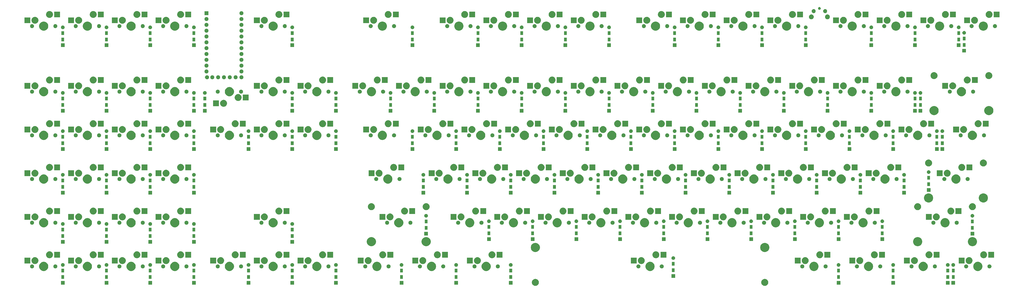
<source format=gbr>
G04 #@! TF.GenerationSoftware,KiCad,Pcbnew,(5.0.1)-4*
G04 #@! TF.CreationDate,2019-03-27T07:27:34+08:00*
G04 #@! TF.ProjectId,south-chonk,736F7574682D63686F6E6B2E6B696361,1*
G04 #@! TF.SameCoordinates,Original*
G04 #@! TF.FileFunction,Soldermask,Bot*
G04 #@! TF.FilePolarity,Negative*
%FSLAX46Y46*%
G04 Gerber Fmt 4.6, Leading zero omitted, Abs format (unit mm)*
G04 Created by KiCad (PCBNEW (5.0.1)-4) date 3/27/2019 7:27:34 AM*
%MOMM*%
%LPD*%
G01*
G04 APERTURE LIST*
%ADD10C,0.100000*%
G04 APERTURE END LIST*
D10*
G36*
X343142145Y-138830522D02*
X343338434Y-138869566D01*
X343615785Y-138984449D01*
X343865396Y-139151234D01*
X344077666Y-139363504D01*
X344077668Y-139363507D01*
X344244451Y-139613115D01*
X344359334Y-139890466D01*
X344417900Y-140184899D01*
X344417900Y-140485101D01*
X344359334Y-140779534D01*
X344244451Y-141056885D01*
X344077666Y-141306496D01*
X343865396Y-141518766D01*
X343865393Y-141518768D01*
X343615785Y-141685551D01*
X343338434Y-141800434D01*
X343142145Y-141839478D01*
X343044002Y-141859000D01*
X342743798Y-141859000D01*
X342645655Y-141839478D01*
X342449366Y-141800434D01*
X342172015Y-141685551D01*
X341922407Y-141518768D01*
X341922404Y-141518766D01*
X341710134Y-141306496D01*
X341543349Y-141056885D01*
X341428466Y-140779534D01*
X341369900Y-140485101D01*
X341369900Y-140184899D01*
X341428466Y-139890466D01*
X341543349Y-139613115D01*
X341710132Y-139363507D01*
X341710134Y-139363504D01*
X341922404Y-139151234D01*
X342172015Y-138984449D01*
X342449366Y-138869566D01*
X342645655Y-138830522D01*
X342743798Y-138811000D01*
X343044002Y-138811000D01*
X343142145Y-138830522D01*
X343142145Y-138830522D01*
G37*
G36*
X243142345Y-138830522D02*
X243338634Y-138869566D01*
X243615985Y-138984449D01*
X243865596Y-139151234D01*
X244077866Y-139363504D01*
X244077868Y-139363507D01*
X244244651Y-139613115D01*
X244359534Y-139890466D01*
X244418100Y-140184899D01*
X244418100Y-140485101D01*
X244359534Y-140779534D01*
X244244651Y-141056885D01*
X244077866Y-141306496D01*
X243865596Y-141518766D01*
X243865593Y-141518768D01*
X243615985Y-141685551D01*
X243338634Y-141800434D01*
X243142345Y-141839478D01*
X243044202Y-141859000D01*
X242743998Y-141859000D01*
X242645855Y-141839478D01*
X242449566Y-141800434D01*
X242172215Y-141685551D01*
X241922607Y-141518768D01*
X241922604Y-141518766D01*
X241710334Y-141306496D01*
X241543549Y-141056885D01*
X241428666Y-140779534D01*
X241370100Y-140485101D01*
X241370100Y-140184899D01*
X241428666Y-139890466D01*
X241543549Y-139613115D01*
X241710332Y-139363507D01*
X241710334Y-139363504D01*
X241922604Y-139151234D01*
X242172215Y-138984449D01*
X242449566Y-138869566D01*
X242645855Y-138830522D01*
X242743998Y-138811000D01*
X243044202Y-138811000D01*
X243142345Y-138830522D01*
X243142345Y-138830522D01*
G37*
G36*
X209160000Y-141294000D02*
X207560000Y-141294000D01*
X207560000Y-139694000D01*
X209160000Y-139694000D01*
X209160000Y-141294000D01*
X209160000Y-141294000D01*
G37*
G36*
X423472000Y-141294000D02*
X421872000Y-141294000D01*
X421872000Y-139694000D01*
X423472000Y-139694000D01*
X423472000Y-141294000D01*
X423472000Y-141294000D01*
G37*
G36*
X399660000Y-141294000D02*
X398060000Y-141294000D01*
X398060000Y-139694000D01*
X399660000Y-139694000D01*
X399660000Y-141294000D01*
X399660000Y-141294000D01*
G37*
G36*
X375847000Y-141294000D02*
X374247000Y-141294000D01*
X374247000Y-139694000D01*
X375847000Y-139694000D01*
X375847000Y-141294000D01*
X375847000Y-141294000D01*
G37*
G36*
X232972000Y-141294000D02*
X231372000Y-141294000D01*
X231372000Y-139694000D01*
X232972000Y-139694000D01*
X232972000Y-141294000D01*
X232972000Y-141294000D01*
G37*
G36*
X185347000Y-141294000D02*
X183747000Y-141294000D01*
X183747000Y-139694000D01*
X185347000Y-139694000D01*
X185347000Y-141294000D01*
X185347000Y-141294000D01*
G37*
G36*
X156772000Y-141294000D02*
X155172000Y-141294000D01*
X155172000Y-139694000D01*
X156772000Y-139694000D01*
X156772000Y-141294000D01*
X156772000Y-141294000D01*
G37*
G36*
X137722000Y-141294000D02*
X136122000Y-141294000D01*
X136122000Y-139694000D01*
X137722000Y-139694000D01*
X137722000Y-141294000D01*
X137722000Y-141294000D01*
G37*
G36*
X118672000Y-141294000D02*
X117072000Y-141294000D01*
X117072000Y-139694000D01*
X118672000Y-139694000D01*
X118672000Y-141294000D01*
X118672000Y-141294000D01*
G37*
G36*
X94859400Y-141294000D02*
X93259400Y-141294000D01*
X93259400Y-139694000D01*
X94859400Y-139694000D01*
X94859400Y-141294000D01*
X94859400Y-141294000D01*
G37*
G36*
X75809400Y-141294000D02*
X74209400Y-141294000D01*
X74209400Y-139694000D01*
X75809400Y-139694000D01*
X75809400Y-141294000D01*
X75809400Y-141294000D01*
G37*
G36*
X56759400Y-141294000D02*
X55159400Y-141294000D01*
X55159400Y-139694000D01*
X56759400Y-139694000D01*
X56759400Y-141294000D01*
X56759400Y-141294000D01*
G37*
G36*
X425853000Y-141294000D02*
X424253000Y-141294000D01*
X424253000Y-139694000D01*
X425853000Y-139694000D01*
X425853000Y-141294000D01*
X425853000Y-141294000D01*
G37*
G36*
X37709400Y-141294000D02*
X36109400Y-141294000D01*
X36109400Y-139694000D01*
X37709400Y-139694000D01*
X37709400Y-141294000D01*
X37709400Y-141294000D01*
G37*
G36*
X375647000Y-138794000D02*
X374447000Y-138794000D01*
X374447000Y-137194000D01*
X375647000Y-137194000D01*
X375647000Y-138794000D01*
X375647000Y-138794000D01*
G37*
G36*
X118472000Y-138794000D02*
X117272000Y-138794000D01*
X117272000Y-137194000D01*
X118472000Y-137194000D01*
X118472000Y-138794000D01*
X118472000Y-138794000D01*
G37*
G36*
X94659400Y-138794000D02*
X93459400Y-138794000D01*
X93459400Y-137194000D01*
X94659400Y-137194000D01*
X94659400Y-138794000D01*
X94659400Y-138794000D01*
G37*
G36*
X75609400Y-138794000D02*
X74409400Y-138794000D01*
X74409400Y-137194000D01*
X75609400Y-137194000D01*
X75609400Y-138794000D01*
X75609400Y-138794000D01*
G37*
G36*
X56559400Y-138794000D02*
X55359400Y-138794000D01*
X55359400Y-137194000D01*
X56559400Y-137194000D01*
X56559400Y-138794000D01*
X56559400Y-138794000D01*
G37*
G36*
X37509400Y-138794000D02*
X36309400Y-138794000D01*
X36309400Y-137194000D01*
X37509400Y-137194000D01*
X37509400Y-138794000D01*
X37509400Y-138794000D01*
G37*
G36*
X137522000Y-138794000D02*
X136322000Y-138794000D01*
X136322000Y-137194000D01*
X137522000Y-137194000D01*
X137522000Y-138794000D01*
X137522000Y-138794000D01*
G37*
G36*
X156572000Y-138794000D02*
X155372000Y-138794000D01*
X155372000Y-137194000D01*
X156572000Y-137194000D01*
X156572000Y-138794000D01*
X156572000Y-138794000D01*
G37*
G36*
X185147000Y-138794000D02*
X183947000Y-138794000D01*
X183947000Y-137194000D01*
X185147000Y-137194000D01*
X185147000Y-138794000D01*
X185147000Y-138794000D01*
G37*
G36*
X208960000Y-138794000D02*
X207760000Y-138794000D01*
X207760000Y-137194000D01*
X208960000Y-137194000D01*
X208960000Y-138794000D01*
X208960000Y-138794000D01*
G37*
G36*
X232772000Y-138794000D02*
X231572000Y-138794000D01*
X231572000Y-137194000D01*
X232772000Y-137194000D01*
X232772000Y-138794000D01*
X232772000Y-138794000D01*
G37*
G36*
X399460000Y-138794000D02*
X398260000Y-138794000D01*
X398260000Y-137194000D01*
X399460000Y-137194000D01*
X399460000Y-138794000D01*
X399460000Y-138794000D01*
G37*
G36*
X425653000Y-138794000D02*
X424453000Y-138794000D01*
X424453000Y-137194000D01*
X425653000Y-137194000D01*
X425653000Y-138794000D01*
X425653000Y-138794000D01*
G37*
G36*
X423272000Y-138794000D02*
X422072000Y-138794000D01*
X422072000Y-137194000D01*
X423272000Y-137194000D01*
X423272000Y-138794000D01*
X423272000Y-138794000D01*
G37*
G36*
X303814000Y-138317000D02*
X302214000Y-138317000D01*
X302214000Y-136717000D01*
X303814000Y-136717000D01*
X303814000Y-138317000D01*
X303814000Y-138317000D01*
G37*
G36*
X137522000Y-135994000D02*
X136322000Y-135994000D01*
X136322000Y-134394000D01*
X137522000Y-134394000D01*
X137522000Y-135994000D01*
X137522000Y-135994000D01*
G37*
G36*
X75609400Y-135994000D02*
X74409400Y-135994000D01*
X74409400Y-134394000D01*
X75609400Y-134394000D01*
X75609400Y-135994000D01*
X75609400Y-135994000D01*
G37*
G36*
X399460000Y-135994000D02*
X398260000Y-135994000D01*
X398260000Y-134394000D01*
X399460000Y-134394000D01*
X399460000Y-135994000D01*
X399460000Y-135994000D01*
G37*
G36*
X423272000Y-135994000D02*
X422072000Y-135994000D01*
X422072000Y-134394000D01*
X423272000Y-134394000D01*
X423272000Y-135994000D01*
X423272000Y-135994000D01*
G37*
G36*
X232772000Y-135994000D02*
X231572000Y-135994000D01*
X231572000Y-134394000D01*
X232772000Y-134394000D01*
X232772000Y-135994000D01*
X232772000Y-135994000D01*
G37*
G36*
X185147000Y-135994000D02*
X183947000Y-135994000D01*
X183947000Y-134394000D01*
X185147000Y-134394000D01*
X185147000Y-135994000D01*
X185147000Y-135994000D01*
G37*
G36*
X156572000Y-135994000D02*
X155372000Y-135994000D01*
X155372000Y-134394000D01*
X156572000Y-134394000D01*
X156572000Y-135994000D01*
X156572000Y-135994000D01*
G37*
G36*
X118472000Y-135994000D02*
X117272000Y-135994000D01*
X117272000Y-134394000D01*
X118472000Y-134394000D01*
X118472000Y-135994000D01*
X118472000Y-135994000D01*
G37*
G36*
X56559400Y-135994000D02*
X55359400Y-135994000D01*
X55359400Y-134394000D01*
X56559400Y-134394000D01*
X56559400Y-135994000D01*
X56559400Y-135994000D01*
G37*
G36*
X208960000Y-135994000D02*
X207760000Y-135994000D01*
X207760000Y-134394000D01*
X208960000Y-134394000D01*
X208960000Y-135994000D01*
X208960000Y-135994000D01*
G37*
G36*
X375647000Y-135994000D02*
X374447000Y-135994000D01*
X374447000Y-134394000D01*
X375647000Y-134394000D01*
X375647000Y-135994000D01*
X375647000Y-135994000D01*
G37*
G36*
X425653000Y-135994000D02*
X424453000Y-135994000D01*
X424453000Y-134394000D01*
X425653000Y-134394000D01*
X425653000Y-135994000D01*
X425653000Y-135994000D01*
G37*
G36*
X37509400Y-135994000D02*
X36309400Y-135994000D01*
X36309400Y-134394000D01*
X37509400Y-134394000D01*
X37509400Y-135994000D01*
X37509400Y-135994000D01*
G37*
G36*
X94659400Y-135994000D02*
X93459400Y-135994000D01*
X93459400Y-134394000D01*
X94659400Y-134394000D01*
X94659400Y-135994000D01*
X94659400Y-135994000D01*
G37*
G36*
X303614000Y-135817000D02*
X302414000Y-135817000D01*
X302414000Y-134217000D01*
X303614000Y-134217000D01*
X303614000Y-135817000D01*
X303614000Y-135817000D01*
G37*
G36*
X29156599Y-131432724D02*
X29519466Y-131583028D01*
X29846037Y-131801236D01*
X30123764Y-132078963D01*
X30341972Y-132405534D01*
X30492276Y-132768401D01*
X30568900Y-133153618D01*
X30568900Y-133546382D01*
X30492276Y-133931599D01*
X30341972Y-134294466D01*
X30123764Y-134621037D01*
X29846037Y-134898764D01*
X29519466Y-135116972D01*
X29156599Y-135267276D01*
X28771382Y-135343900D01*
X28378618Y-135343900D01*
X27993401Y-135267276D01*
X27630534Y-135116972D01*
X27303963Y-134898764D01*
X27026236Y-134621037D01*
X26808028Y-134294466D01*
X26657724Y-133931599D01*
X26581100Y-133546382D01*
X26581100Y-133153618D01*
X26657724Y-132768401D01*
X26808028Y-132405534D01*
X27026236Y-132078963D01*
X27303963Y-131801236D01*
X27630534Y-131583028D01*
X27993401Y-131432724D01*
X28378618Y-131356100D01*
X28771382Y-131356100D01*
X29156599Y-131432724D01*
X29156599Y-131432724D01*
G37*
G36*
X148219599Y-131432724D02*
X148582466Y-131583028D01*
X148909037Y-131801236D01*
X149186764Y-132078963D01*
X149404972Y-132405534D01*
X149555276Y-132768401D01*
X149631900Y-133153618D01*
X149631900Y-133546382D01*
X149555276Y-133931599D01*
X149404972Y-134294466D01*
X149186764Y-134621037D01*
X148909037Y-134898764D01*
X148582466Y-135116972D01*
X148219599Y-135267276D01*
X147834382Y-135343900D01*
X147441618Y-135343900D01*
X147056401Y-135267276D01*
X146693534Y-135116972D01*
X146366963Y-134898764D01*
X146089236Y-134621037D01*
X145871028Y-134294466D01*
X145720724Y-133931599D01*
X145644100Y-133546382D01*
X145644100Y-133153618D01*
X145720724Y-132768401D01*
X145871028Y-132405534D01*
X146089236Y-132078963D01*
X146366963Y-131801236D01*
X146693534Y-131583028D01*
X147056401Y-131432724D01*
X147441618Y-131356100D01*
X147834382Y-131356100D01*
X148219599Y-131432724D01*
X148219599Y-131432724D01*
G37*
G36*
X110119599Y-131432724D02*
X110482466Y-131583028D01*
X110809037Y-131801236D01*
X111086764Y-132078963D01*
X111304972Y-132405534D01*
X111455276Y-132768401D01*
X111531900Y-133153618D01*
X111531900Y-133546382D01*
X111455276Y-133931599D01*
X111304972Y-134294466D01*
X111086764Y-134621037D01*
X110809037Y-134898764D01*
X110482466Y-135116972D01*
X110119599Y-135267276D01*
X109734382Y-135343900D01*
X109341618Y-135343900D01*
X108956401Y-135267276D01*
X108593534Y-135116972D01*
X108266963Y-134898764D01*
X107989236Y-134621037D01*
X107771028Y-134294466D01*
X107620724Y-133931599D01*
X107544100Y-133546382D01*
X107544100Y-133153618D01*
X107620724Y-132768401D01*
X107771028Y-132405534D01*
X107989236Y-132078963D01*
X108266963Y-131801236D01*
X108593534Y-131583028D01*
X108956401Y-131432724D01*
X109341618Y-131356100D01*
X109734382Y-131356100D01*
X110119599Y-131432724D01*
X110119599Y-131432724D01*
G37*
G36*
X293475599Y-131432724D02*
X293838466Y-131583028D01*
X294165037Y-131801236D01*
X294442764Y-132078963D01*
X294660972Y-132405534D01*
X294811276Y-132768401D01*
X294887900Y-133153618D01*
X294887900Y-133546382D01*
X294811276Y-133931599D01*
X294660972Y-134294466D01*
X294442764Y-134621037D01*
X294165037Y-134898764D01*
X293838466Y-135116972D01*
X293475599Y-135267276D01*
X293090382Y-135343900D01*
X292697618Y-135343900D01*
X292312401Y-135267276D01*
X291949534Y-135116972D01*
X291622963Y-134898764D01*
X291345236Y-134621037D01*
X291127028Y-134294466D01*
X290976724Y-133931599D01*
X290900100Y-133546382D01*
X290900100Y-133153618D01*
X290976724Y-132768401D01*
X291127028Y-132405534D01*
X291345236Y-132078963D01*
X291622963Y-131801236D01*
X291949534Y-131583028D01*
X292312401Y-131432724D01*
X292697618Y-131356100D01*
X293090382Y-131356100D01*
X293475599Y-131432724D01*
X293475599Y-131432724D01*
G37*
G36*
X86306599Y-131432724D02*
X86669466Y-131583028D01*
X86996037Y-131801236D01*
X87273764Y-132078963D01*
X87491972Y-132405534D01*
X87642276Y-132768401D01*
X87718900Y-133153618D01*
X87718900Y-133546382D01*
X87642276Y-133931599D01*
X87491972Y-134294466D01*
X87273764Y-134621037D01*
X86996037Y-134898764D01*
X86669466Y-135116972D01*
X86306599Y-135267276D01*
X85921382Y-135343900D01*
X85528618Y-135343900D01*
X85143401Y-135267276D01*
X84780534Y-135116972D01*
X84453963Y-134898764D01*
X84176236Y-134621037D01*
X83958028Y-134294466D01*
X83807724Y-133931599D01*
X83731100Y-133546382D01*
X83731100Y-133153618D01*
X83807724Y-132768401D01*
X83958028Y-132405534D01*
X84176236Y-132078963D01*
X84453963Y-131801236D01*
X84780534Y-131583028D01*
X85143401Y-131432724D01*
X85528618Y-131356100D01*
X85921382Y-131356100D01*
X86306599Y-131432724D01*
X86306599Y-131432724D01*
G37*
G36*
X48206599Y-131432724D02*
X48569466Y-131583028D01*
X48896037Y-131801236D01*
X49173764Y-132078963D01*
X49391972Y-132405534D01*
X49542276Y-132768401D01*
X49618900Y-133153618D01*
X49618900Y-133546382D01*
X49542276Y-133931599D01*
X49391972Y-134294466D01*
X49173764Y-134621037D01*
X48896037Y-134898764D01*
X48569466Y-135116972D01*
X48206599Y-135267276D01*
X47821382Y-135343900D01*
X47428618Y-135343900D01*
X47043401Y-135267276D01*
X46680534Y-135116972D01*
X46353963Y-134898764D01*
X46076236Y-134621037D01*
X45858028Y-134294466D01*
X45707724Y-133931599D01*
X45631100Y-133546382D01*
X45631100Y-133153618D01*
X45707724Y-132768401D01*
X45858028Y-132405534D01*
X46076236Y-132078963D01*
X46353963Y-131801236D01*
X46680534Y-131583028D01*
X47043401Y-131432724D01*
X47428618Y-131356100D01*
X47821382Y-131356100D01*
X48206599Y-131432724D01*
X48206599Y-131432724D01*
G37*
G36*
X67256599Y-131432724D02*
X67619466Y-131583028D01*
X67946037Y-131801236D01*
X68223764Y-132078963D01*
X68441972Y-132405534D01*
X68592276Y-132768401D01*
X68668900Y-133153618D01*
X68668900Y-133546382D01*
X68592276Y-133931599D01*
X68441972Y-134294466D01*
X68223764Y-134621037D01*
X67946037Y-134898764D01*
X67619466Y-135116972D01*
X67256599Y-135267276D01*
X66871382Y-135343900D01*
X66478618Y-135343900D01*
X66093401Y-135267276D01*
X65730534Y-135116972D01*
X65403963Y-134898764D01*
X65126236Y-134621037D01*
X64908028Y-134294466D01*
X64757724Y-133931599D01*
X64681100Y-133546382D01*
X64681100Y-133153618D01*
X64757724Y-132768401D01*
X64908028Y-132405534D01*
X65126236Y-132078963D01*
X65403963Y-131801236D01*
X65730534Y-131583028D01*
X66093401Y-131432724D01*
X66478618Y-131356100D01*
X66871382Y-131356100D01*
X67256599Y-131432724D01*
X67256599Y-131432724D01*
G37*
G36*
X412537599Y-131432724D02*
X412900466Y-131583028D01*
X413227037Y-131801236D01*
X413504764Y-132078963D01*
X413722972Y-132405534D01*
X413873276Y-132768401D01*
X413949900Y-133153618D01*
X413949900Y-133546382D01*
X413873276Y-133931599D01*
X413722972Y-134294466D01*
X413504764Y-134621037D01*
X413227037Y-134898764D01*
X412900466Y-135116972D01*
X412537599Y-135267276D01*
X412152382Y-135343900D01*
X411759618Y-135343900D01*
X411374401Y-135267276D01*
X411011534Y-135116972D01*
X410684963Y-134898764D01*
X410407236Y-134621037D01*
X410189028Y-134294466D01*
X410038724Y-133931599D01*
X409962100Y-133546382D01*
X409962100Y-133153618D01*
X410038724Y-132768401D01*
X410189028Y-132405534D01*
X410407236Y-132078963D01*
X410684963Y-131801236D01*
X411011534Y-131583028D01*
X411374401Y-131432724D01*
X411759618Y-131356100D01*
X412152382Y-131356100D01*
X412537599Y-131432724D01*
X412537599Y-131432724D01*
G37*
G36*
X129169599Y-131432724D02*
X129532466Y-131583028D01*
X129859037Y-131801236D01*
X130136764Y-132078963D01*
X130354972Y-132405534D01*
X130505276Y-132768401D01*
X130581900Y-133153618D01*
X130581900Y-133546382D01*
X130505276Y-133931599D01*
X130354972Y-134294466D01*
X130136764Y-134621037D01*
X129859037Y-134898764D01*
X129532466Y-135116972D01*
X129169599Y-135267276D01*
X128784382Y-135343900D01*
X128391618Y-135343900D01*
X128006401Y-135267276D01*
X127643534Y-135116972D01*
X127316963Y-134898764D01*
X127039236Y-134621037D01*
X126821028Y-134294466D01*
X126670724Y-133931599D01*
X126594100Y-133546382D01*
X126594100Y-133153618D01*
X126670724Y-132768401D01*
X126821028Y-132405534D01*
X127039236Y-132078963D01*
X127316963Y-131801236D01*
X127643534Y-131583028D01*
X128006401Y-131432724D01*
X128391618Y-131356100D01*
X128784382Y-131356100D01*
X129169599Y-131432724D01*
X129169599Y-131432724D01*
G37*
G36*
X198225599Y-131432724D02*
X198588466Y-131583028D01*
X198915037Y-131801236D01*
X199192764Y-132078963D01*
X199410972Y-132405534D01*
X199561276Y-132768401D01*
X199637900Y-133153618D01*
X199637900Y-133546382D01*
X199561276Y-133931599D01*
X199410972Y-134294466D01*
X199192764Y-134621037D01*
X198915037Y-134898764D01*
X198588466Y-135116972D01*
X198225599Y-135267276D01*
X197840382Y-135343900D01*
X197447618Y-135343900D01*
X197062401Y-135267276D01*
X196699534Y-135116972D01*
X196372963Y-134898764D01*
X196095236Y-134621037D01*
X195877028Y-134294466D01*
X195726724Y-133931599D01*
X195650100Y-133546382D01*
X195650100Y-133153618D01*
X195726724Y-132768401D01*
X195877028Y-132405534D01*
X196095236Y-132078963D01*
X196372963Y-131801236D01*
X196699534Y-131583028D01*
X197062401Y-131432724D01*
X197447618Y-131356100D01*
X197840382Y-131356100D01*
X198225599Y-131432724D01*
X198225599Y-131432724D01*
G37*
G36*
X436350599Y-131432724D02*
X436713466Y-131583028D01*
X437040037Y-131801236D01*
X437317764Y-132078963D01*
X437535972Y-132405534D01*
X437686276Y-132768401D01*
X437762900Y-133153618D01*
X437762900Y-133546382D01*
X437686276Y-133931599D01*
X437535972Y-134294466D01*
X437317764Y-134621037D01*
X437040037Y-134898764D01*
X436713466Y-135116972D01*
X436350599Y-135267276D01*
X435965382Y-135343900D01*
X435572618Y-135343900D01*
X435187401Y-135267276D01*
X434824534Y-135116972D01*
X434497963Y-134898764D01*
X434220236Y-134621037D01*
X434002028Y-134294466D01*
X433851724Y-133931599D01*
X433775100Y-133546382D01*
X433775100Y-133153618D01*
X433851724Y-132768401D01*
X434002028Y-132405534D01*
X434220236Y-132078963D01*
X434497963Y-131801236D01*
X434824534Y-131583028D01*
X435187401Y-131432724D01*
X435572618Y-131356100D01*
X435965382Y-131356100D01*
X436350599Y-131432724D01*
X436350599Y-131432724D01*
G37*
G36*
X222037599Y-131432724D02*
X222400466Y-131583028D01*
X222727037Y-131801236D01*
X223004764Y-132078963D01*
X223222972Y-132405534D01*
X223373276Y-132768401D01*
X223449900Y-133153618D01*
X223449900Y-133546382D01*
X223373276Y-133931599D01*
X223222972Y-134294466D01*
X223004764Y-134621037D01*
X222727037Y-134898764D01*
X222400466Y-135116972D01*
X222037599Y-135267276D01*
X221652382Y-135343900D01*
X221259618Y-135343900D01*
X220874401Y-135267276D01*
X220511534Y-135116972D01*
X220184963Y-134898764D01*
X219907236Y-134621037D01*
X219689028Y-134294466D01*
X219538724Y-133931599D01*
X219462100Y-133546382D01*
X219462100Y-133153618D01*
X219538724Y-132768401D01*
X219689028Y-132405534D01*
X219907236Y-132078963D01*
X220184963Y-131801236D01*
X220511534Y-131583028D01*
X220874401Y-131432724D01*
X221259618Y-131356100D01*
X221652382Y-131356100D01*
X222037599Y-131432724D01*
X222037599Y-131432724D01*
G37*
G36*
X364912599Y-131432724D02*
X365275466Y-131583028D01*
X365602037Y-131801236D01*
X365879764Y-132078963D01*
X366097972Y-132405534D01*
X366248276Y-132768401D01*
X366324900Y-133153618D01*
X366324900Y-133546382D01*
X366248276Y-133931599D01*
X366097972Y-134294466D01*
X365879764Y-134621037D01*
X365602037Y-134898764D01*
X365275466Y-135116972D01*
X364912599Y-135267276D01*
X364527382Y-135343900D01*
X364134618Y-135343900D01*
X363749401Y-135267276D01*
X363386534Y-135116972D01*
X363059963Y-134898764D01*
X362782236Y-134621037D01*
X362564028Y-134294466D01*
X362413724Y-133931599D01*
X362337100Y-133546382D01*
X362337100Y-133153618D01*
X362413724Y-132768401D01*
X362564028Y-132405534D01*
X362782236Y-132078963D01*
X363059963Y-131801236D01*
X363386534Y-131583028D01*
X363749401Y-131432724D01*
X364134618Y-131356100D01*
X364527382Y-131356100D01*
X364912599Y-131432724D01*
X364912599Y-131432724D01*
G37*
G36*
X388725599Y-131432724D02*
X389088466Y-131583028D01*
X389415037Y-131801236D01*
X389692764Y-132078963D01*
X389910972Y-132405534D01*
X390061276Y-132768401D01*
X390137900Y-133153618D01*
X390137900Y-133546382D01*
X390061276Y-133931599D01*
X389910972Y-134294466D01*
X389692764Y-134621037D01*
X389415037Y-134898764D01*
X389088466Y-135116972D01*
X388725599Y-135267276D01*
X388340382Y-135343900D01*
X387947618Y-135343900D01*
X387562401Y-135267276D01*
X387199534Y-135116972D01*
X386872963Y-134898764D01*
X386595236Y-134621037D01*
X386377028Y-134294466D01*
X386226724Y-133931599D01*
X386150100Y-133546382D01*
X386150100Y-133153618D01*
X386226724Y-132768401D01*
X386377028Y-132405534D01*
X386595236Y-132078963D01*
X386872963Y-131801236D01*
X387199534Y-131583028D01*
X387562401Y-131432724D01*
X387947618Y-131356100D01*
X388340382Y-131356100D01*
X388725599Y-131432724D01*
X388725599Y-131432724D01*
G37*
G36*
X174412599Y-131432724D02*
X174775466Y-131583028D01*
X175102037Y-131801236D01*
X175379764Y-132078963D01*
X175597972Y-132405534D01*
X175748276Y-132768401D01*
X175824900Y-133153618D01*
X175824900Y-133546382D01*
X175748276Y-133931599D01*
X175597972Y-134294466D01*
X175379764Y-134621037D01*
X175102037Y-134898764D01*
X174775466Y-135116972D01*
X174412599Y-135267276D01*
X174027382Y-135343900D01*
X173634618Y-135343900D01*
X173249401Y-135267276D01*
X172886534Y-135116972D01*
X172559963Y-134898764D01*
X172282236Y-134621037D01*
X172064028Y-134294466D01*
X171913724Y-133931599D01*
X171837100Y-133546382D01*
X171837100Y-133153618D01*
X171913724Y-132768401D01*
X172064028Y-132405534D01*
X172282236Y-132078963D01*
X172559963Y-131801236D01*
X172886534Y-131583028D01*
X173249401Y-131432724D01*
X173634618Y-131356100D01*
X174027382Y-131356100D01*
X174412599Y-131432724D01*
X174412599Y-131432724D01*
G37*
G36*
X123763228Y-132508625D02*
X123922467Y-132574584D01*
X124065783Y-132670345D01*
X124187655Y-132792217D01*
X124283416Y-132935533D01*
X124349375Y-133094772D01*
X124383000Y-133263819D01*
X124383000Y-133436181D01*
X124349375Y-133605228D01*
X124283416Y-133764467D01*
X124187655Y-133907783D01*
X124065783Y-134029655D01*
X123922467Y-134125416D01*
X123763228Y-134191375D01*
X123594181Y-134225000D01*
X123421819Y-134225000D01*
X123252772Y-134191375D01*
X123093533Y-134125416D01*
X122950217Y-134029655D01*
X122828345Y-133907783D01*
X122732584Y-133764467D01*
X122666625Y-133605228D01*
X122633000Y-133436181D01*
X122633000Y-133263819D01*
X122666625Y-133094772D01*
X122732584Y-132935533D01*
X122828345Y-132792217D01*
X122950217Y-132670345D01*
X123093533Y-132574584D01*
X123252772Y-132508625D01*
X123421819Y-132475000D01*
X123594181Y-132475000D01*
X123763228Y-132508625D01*
X123763228Y-132508625D01*
G37*
G36*
X216631228Y-132508625D02*
X216790467Y-132574584D01*
X216933783Y-132670345D01*
X217055655Y-132792217D01*
X217151416Y-132935533D01*
X217217375Y-133094772D01*
X217251000Y-133263819D01*
X217251000Y-133436181D01*
X217217375Y-133605228D01*
X217151416Y-133764467D01*
X217055655Y-133907783D01*
X216933783Y-134029655D01*
X216790467Y-134125416D01*
X216631228Y-134191375D01*
X216462181Y-134225000D01*
X216289819Y-134225000D01*
X216120772Y-134191375D01*
X215961533Y-134125416D01*
X215818217Y-134029655D01*
X215696345Y-133907783D01*
X215600584Y-133764467D01*
X215534625Y-133605228D01*
X215501000Y-133436181D01*
X215501000Y-133263819D01*
X215534625Y-133094772D01*
X215600584Y-132935533D01*
X215696345Y-132792217D01*
X215818217Y-132670345D01*
X215961533Y-132574584D01*
X216120772Y-132508625D01*
X216289819Y-132475000D01*
X216462181Y-132475000D01*
X216631228Y-132508625D01*
X216631228Y-132508625D01*
G37*
G36*
X226791228Y-132508625D02*
X226950467Y-132574584D01*
X227093783Y-132670345D01*
X227215655Y-132792217D01*
X227311416Y-132935533D01*
X227377375Y-133094772D01*
X227411000Y-133263819D01*
X227411000Y-133436181D01*
X227377375Y-133605228D01*
X227311416Y-133764467D01*
X227215655Y-133907783D01*
X227093783Y-134029655D01*
X226950467Y-134125416D01*
X226791228Y-134191375D01*
X226622181Y-134225000D01*
X226449819Y-134225000D01*
X226280772Y-134191375D01*
X226121533Y-134125416D01*
X225978217Y-134029655D01*
X225856345Y-133907783D01*
X225760584Y-133764467D01*
X225694625Y-133605228D01*
X225661000Y-133436181D01*
X225661000Y-133263819D01*
X225694625Y-133094772D01*
X225760584Y-132935533D01*
X225856345Y-132792217D01*
X225978217Y-132670345D01*
X226121533Y-132574584D01*
X226280772Y-132508625D01*
X226449819Y-132475000D01*
X226622181Y-132475000D01*
X226791228Y-132508625D01*
X226791228Y-132508625D01*
G37*
G36*
X369666228Y-132508625D02*
X369825467Y-132574584D01*
X369968783Y-132670345D01*
X370090655Y-132792217D01*
X370186416Y-132935533D01*
X370252375Y-133094772D01*
X370286000Y-133263819D01*
X370286000Y-133436181D01*
X370252375Y-133605228D01*
X370186416Y-133764467D01*
X370090655Y-133907783D01*
X369968783Y-134029655D01*
X369825467Y-134125416D01*
X369666228Y-134191375D01*
X369497181Y-134225000D01*
X369324819Y-134225000D01*
X369155772Y-134191375D01*
X368996533Y-134125416D01*
X368853217Y-134029655D01*
X368731345Y-133907783D01*
X368635584Y-133764467D01*
X368569625Y-133605228D01*
X368536000Y-133436181D01*
X368536000Y-133263819D01*
X368569625Y-133094772D01*
X368635584Y-132935533D01*
X368731345Y-132792217D01*
X368853217Y-132670345D01*
X368996533Y-132574584D01*
X369155772Y-132508625D01*
X369324819Y-132475000D01*
X369497181Y-132475000D01*
X369666228Y-132508625D01*
X369666228Y-132508625D01*
G37*
G36*
X133923228Y-132508625D02*
X134082467Y-132574584D01*
X134225783Y-132670345D01*
X134347655Y-132792217D01*
X134443416Y-132935533D01*
X134509375Y-133094772D01*
X134543000Y-133263819D01*
X134543000Y-133436181D01*
X134509375Y-133605228D01*
X134443416Y-133764467D01*
X134347655Y-133907783D01*
X134225783Y-134029655D01*
X134082467Y-134125416D01*
X133923228Y-134191375D01*
X133754181Y-134225000D01*
X133581819Y-134225000D01*
X133412772Y-134191375D01*
X133253533Y-134125416D01*
X133110217Y-134029655D01*
X132988345Y-133907783D01*
X132892584Y-133764467D01*
X132826625Y-133605228D01*
X132793000Y-133436181D01*
X132793000Y-133263819D01*
X132826625Y-133094772D01*
X132892584Y-132935533D01*
X132988345Y-132792217D01*
X133110217Y-132670345D01*
X133253533Y-132574584D01*
X133412772Y-132508625D01*
X133581819Y-132475000D01*
X133754181Y-132475000D01*
X133923228Y-132508625D01*
X133923228Y-132508625D01*
G37*
G36*
X383319228Y-132508625D02*
X383478467Y-132574584D01*
X383621783Y-132670345D01*
X383743655Y-132792217D01*
X383839416Y-132935533D01*
X383905375Y-133094772D01*
X383939000Y-133263819D01*
X383939000Y-133436181D01*
X383905375Y-133605228D01*
X383839416Y-133764467D01*
X383743655Y-133907783D01*
X383621783Y-134029655D01*
X383478467Y-134125416D01*
X383319228Y-134191375D01*
X383150181Y-134225000D01*
X382977819Y-134225000D01*
X382808772Y-134191375D01*
X382649533Y-134125416D01*
X382506217Y-134029655D01*
X382384345Y-133907783D01*
X382288584Y-133764467D01*
X382222625Y-133605228D01*
X382189000Y-133436181D01*
X382189000Y-133263819D01*
X382222625Y-133094772D01*
X382288584Y-132935533D01*
X382384345Y-132792217D01*
X382506217Y-132670345D01*
X382649533Y-132574584D01*
X382808772Y-132508625D01*
X382977819Y-132475000D01*
X383150181Y-132475000D01*
X383319228Y-132508625D01*
X383319228Y-132508625D01*
G37*
G36*
X393479228Y-132508625D02*
X393638467Y-132574584D01*
X393781783Y-132670345D01*
X393903655Y-132792217D01*
X393999416Y-132935533D01*
X394065375Y-133094772D01*
X394099000Y-133263819D01*
X394099000Y-133436181D01*
X394065375Y-133605228D01*
X393999416Y-133764467D01*
X393903655Y-133907783D01*
X393781783Y-134029655D01*
X393638467Y-134125416D01*
X393479228Y-134191375D01*
X393310181Y-134225000D01*
X393137819Y-134225000D01*
X392968772Y-134191375D01*
X392809533Y-134125416D01*
X392666217Y-134029655D01*
X392544345Y-133907783D01*
X392448584Y-133764467D01*
X392382625Y-133605228D01*
X392349000Y-133436181D01*
X392349000Y-133263819D01*
X392382625Y-133094772D01*
X392448584Y-132935533D01*
X392544345Y-132792217D01*
X392666217Y-132670345D01*
X392809533Y-132574584D01*
X392968772Y-132508625D01*
X393137819Y-132475000D01*
X393310181Y-132475000D01*
X393479228Y-132508625D01*
X393479228Y-132508625D01*
G37*
G36*
X417291228Y-132508625D02*
X417450467Y-132574584D01*
X417593783Y-132670345D01*
X417715655Y-132792217D01*
X417811416Y-132935533D01*
X417877375Y-133094772D01*
X417911000Y-133263819D01*
X417911000Y-133436181D01*
X417877375Y-133605228D01*
X417811416Y-133764467D01*
X417715655Y-133907783D01*
X417593783Y-134029655D01*
X417450467Y-134125416D01*
X417291228Y-134191375D01*
X417122181Y-134225000D01*
X416949819Y-134225000D01*
X416780772Y-134191375D01*
X416621533Y-134125416D01*
X416478217Y-134029655D01*
X416356345Y-133907783D01*
X416260584Y-133764467D01*
X416194625Y-133605228D01*
X416161000Y-133436181D01*
X416161000Y-133263819D01*
X416194625Y-133094772D01*
X416260584Y-132935533D01*
X416356345Y-132792217D01*
X416478217Y-132670345D01*
X416621533Y-132574584D01*
X416780772Y-132508625D01*
X416949819Y-132475000D01*
X417122181Y-132475000D01*
X417291228Y-132508625D01*
X417291228Y-132508625D01*
G37*
G36*
X407131228Y-132508625D02*
X407290467Y-132574584D01*
X407433783Y-132670345D01*
X407555655Y-132792217D01*
X407651416Y-132935533D01*
X407717375Y-133094772D01*
X407751000Y-133263819D01*
X407751000Y-133436181D01*
X407717375Y-133605228D01*
X407651416Y-133764467D01*
X407555655Y-133907783D01*
X407433783Y-134029655D01*
X407290467Y-134125416D01*
X407131228Y-134191375D01*
X406962181Y-134225000D01*
X406789819Y-134225000D01*
X406620772Y-134191375D01*
X406461533Y-134125416D01*
X406318217Y-134029655D01*
X406196345Y-133907783D01*
X406100584Y-133764467D01*
X406034625Y-133605228D01*
X406001000Y-133436181D01*
X406001000Y-133263819D01*
X406034625Y-133094772D01*
X406100584Y-132935533D01*
X406196345Y-132792217D01*
X406318217Y-132670345D01*
X406461533Y-132574584D01*
X406620772Y-132508625D01*
X406789819Y-132475000D01*
X406962181Y-132475000D01*
X407131228Y-132508625D01*
X407131228Y-132508625D01*
G37*
G36*
X104713228Y-132508625D02*
X104872467Y-132574584D01*
X105015783Y-132670345D01*
X105137655Y-132792217D01*
X105233416Y-132935533D01*
X105299375Y-133094772D01*
X105333000Y-133263819D01*
X105333000Y-133436181D01*
X105299375Y-133605228D01*
X105233416Y-133764467D01*
X105137655Y-133907783D01*
X105015783Y-134029655D01*
X104872467Y-134125416D01*
X104713228Y-134191375D01*
X104544181Y-134225000D01*
X104371819Y-134225000D01*
X104202772Y-134191375D01*
X104043533Y-134125416D01*
X103900217Y-134029655D01*
X103778345Y-133907783D01*
X103682584Y-133764467D01*
X103616625Y-133605228D01*
X103583000Y-133436181D01*
X103583000Y-133263819D01*
X103616625Y-133094772D01*
X103682584Y-132935533D01*
X103778345Y-132792217D01*
X103900217Y-132670345D01*
X104043533Y-132574584D01*
X104202772Y-132508625D01*
X104371819Y-132475000D01*
X104544181Y-132475000D01*
X104713228Y-132508625D01*
X104713228Y-132508625D01*
G37*
G36*
X114873228Y-132508625D02*
X115032467Y-132574584D01*
X115175783Y-132670345D01*
X115297655Y-132792217D01*
X115393416Y-132935533D01*
X115459375Y-133094772D01*
X115493000Y-133263819D01*
X115493000Y-133436181D01*
X115459375Y-133605228D01*
X115393416Y-133764467D01*
X115297655Y-133907783D01*
X115175783Y-134029655D01*
X115032467Y-134125416D01*
X114873228Y-134191375D01*
X114704181Y-134225000D01*
X114531819Y-134225000D01*
X114362772Y-134191375D01*
X114203533Y-134125416D01*
X114060217Y-134029655D01*
X113938345Y-133907783D01*
X113842584Y-133764467D01*
X113776625Y-133605228D01*
X113743000Y-133436181D01*
X113743000Y-133263819D01*
X113776625Y-133094772D01*
X113842584Y-132935533D01*
X113938345Y-132792217D01*
X114060217Y-132670345D01*
X114203533Y-132574584D01*
X114362772Y-132508625D01*
X114531819Y-132475000D01*
X114704181Y-132475000D01*
X114873228Y-132508625D01*
X114873228Y-132508625D01*
G37*
G36*
X80900228Y-132508625D02*
X81059467Y-132574584D01*
X81202783Y-132670345D01*
X81324655Y-132792217D01*
X81420416Y-132935533D01*
X81486375Y-133094772D01*
X81520000Y-133263819D01*
X81520000Y-133436181D01*
X81486375Y-133605228D01*
X81420416Y-133764467D01*
X81324655Y-133907783D01*
X81202783Y-134029655D01*
X81059467Y-134125416D01*
X80900228Y-134191375D01*
X80731181Y-134225000D01*
X80558819Y-134225000D01*
X80389772Y-134191375D01*
X80230533Y-134125416D01*
X80087217Y-134029655D01*
X79965345Y-133907783D01*
X79869584Y-133764467D01*
X79803625Y-133605228D01*
X79770000Y-133436181D01*
X79770000Y-133263819D01*
X79803625Y-133094772D01*
X79869584Y-132935533D01*
X79965345Y-132792217D01*
X80087217Y-132670345D01*
X80230533Y-132574584D01*
X80389772Y-132508625D01*
X80558819Y-132475000D01*
X80731181Y-132475000D01*
X80900228Y-132508625D01*
X80900228Y-132508625D01*
G37*
G36*
X91060228Y-132508625D02*
X91219467Y-132574584D01*
X91362783Y-132670345D01*
X91484655Y-132792217D01*
X91580416Y-132935533D01*
X91646375Y-133094772D01*
X91680000Y-133263819D01*
X91680000Y-133436181D01*
X91646375Y-133605228D01*
X91580416Y-133764467D01*
X91484655Y-133907783D01*
X91362783Y-134029655D01*
X91219467Y-134125416D01*
X91060228Y-134191375D01*
X90891181Y-134225000D01*
X90718819Y-134225000D01*
X90549772Y-134191375D01*
X90390533Y-134125416D01*
X90247217Y-134029655D01*
X90125345Y-133907783D01*
X90029584Y-133764467D01*
X89963625Y-133605228D01*
X89930000Y-133436181D01*
X89930000Y-133263819D01*
X89963625Y-133094772D01*
X90029584Y-132935533D01*
X90125345Y-132792217D01*
X90247217Y-132670345D01*
X90390533Y-132574584D01*
X90549772Y-132508625D01*
X90718819Y-132475000D01*
X90891181Y-132475000D01*
X91060228Y-132508625D01*
X91060228Y-132508625D01*
G37*
G36*
X142813228Y-132508625D02*
X142972467Y-132574584D01*
X143115783Y-132670345D01*
X143237655Y-132792217D01*
X143333416Y-132935533D01*
X143399375Y-133094772D01*
X143433000Y-133263819D01*
X143433000Y-133436181D01*
X143399375Y-133605228D01*
X143333416Y-133764467D01*
X143237655Y-133907783D01*
X143115783Y-134029655D01*
X142972467Y-134125416D01*
X142813228Y-134191375D01*
X142644181Y-134225000D01*
X142471819Y-134225000D01*
X142302772Y-134191375D01*
X142143533Y-134125416D01*
X142000217Y-134029655D01*
X141878345Y-133907783D01*
X141782584Y-133764467D01*
X141716625Y-133605228D01*
X141683000Y-133436181D01*
X141683000Y-133263819D01*
X141716625Y-133094772D01*
X141782584Y-132935533D01*
X141878345Y-132792217D01*
X142000217Y-132670345D01*
X142143533Y-132574584D01*
X142302772Y-132508625D01*
X142471819Y-132475000D01*
X142644181Y-132475000D01*
X142813228Y-132508625D01*
X142813228Y-132508625D01*
G37*
G36*
X61850228Y-132508625D02*
X62009467Y-132574584D01*
X62152783Y-132670345D01*
X62274655Y-132792217D01*
X62370416Y-132935533D01*
X62436375Y-133094772D01*
X62470000Y-133263819D01*
X62470000Y-133436181D01*
X62436375Y-133605228D01*
X62370416Y-133764467D01*
X62274655Y-133907783D01*
X62152783Y-134029655D01*
X62009467Y-134125416D01*
X61850228Y-134191375D01*
X61681181Y-134225000D01*
X61508819Y-134225000D01*
X61339772Y-134191375D01*
X61180533Y-134125416D01*
X61037217Y-134029655D01*
X60915345Y-133907783D01*
X60819584Y-133764467D01*
X60753625Y-133605228D01*
X60720000Y-133436181D01*
X60720000Y-133263819D01*
X60753625Y-133094772D01*
X60819584Y-132935533D01*
X60915345Y-132792217D01*
X61037217Y-132670345D01*
X61180533Y-132574584D01*
X61339772Y-132508625D01*
X61508819Y-132475000D01*
X61681181Y-132475000D01*
X61850228Y-132508625D01*
X61850228Y-132508625D01*
G37*
G36*
X192819228Y-132508625D02*
X192978467Y-132574584D01*
X193121783Y-132670345D01*
X193243655Y-132792217D01*
X193339416Y-132935533D01*
X193405375Y-133094772D01*
X193439000Y-133263819D01*
X193439000Y-133436181D01*
X193405375Y-133605228D01*
X193339416Y-133764467D01*
X193243655Y-133907783D01*
X193121783Y-134029655D01*
X192978467Y-134125416D01*
X192819228Y-134191375D01*
X192650181Y-134225000D01*
X192477819Y-134225000D01*
X192308772Y-134191375D01*
X192149533Y-134125416D01*
X192006217Y-134029655D01*
X191884345Y-133907783D01*
X191788584Y-133764467D01*
X191722625Y-133605228D01*
X191689000Y-133436181D01*
X191689000Y-133263819D01*
X191722625Y-133094772D01*
X191788584Y-132935533D01*
X191884345Y-132792217D01*
X192006217Y-132670345D01*
X192149533Y-132574584D01*
X192308772Y-132508625D01*
X192477819Y-132475000D01*
X192650181Y-132475000D01*
X192819228Y-132508625D01*
X192819228Y-132508625D01*
G37*
G36*
X202979228Y-132508625D02*
X203138467Y-132574584D01*
X203281783Y-132670345D01*
X203403655Y-132792217D01*
X203499416Y-132935533D01*
X203565375Y-133094772D01*
X203599000Y-133263819D01*
X203599000Y-133436181D01*
X203565375Y-133605228D01*
X203499416Y-133764467D01*
X203403655Y-133907783D01*
X203281783Y-134029655D01*
X203138467Y-134125416D01*
X202979228Y-134191375D01*
X202810181Y-134225000D01*
X202637819Y-134225000D01*
X202468772Y-134191375D01*
X202309533Y-134125416D01*
X202166217Y-134029655D01*
X202044345Y-133907783D01*
X201948584Y-133764467D01*
X201882625Y-133605228D01*
X201849000Y-133436181D01*
X201849000Y-133263819D01*
X201882625Y-133094772D01*
X201948584Y-132935533D01*
X202044345Y-132792217D01*
X202166217Y-132670345D01*
X202309533Y-132574584D01*
X202468772Y-132508625D01*
X202637819Y-132475000D01*
X202810181Y-132475000D01*
X202979228Y-132508625D01*
X202979228Y-132508625D01*
G37*
G36*
X441104228Y-132508625D02*
X441263467Y-132574584D01*
X441406783Y-132670345D01*
X441528655Y-132792217D01*
X441624416Y-132935533D01*
X441690375Y-133094772D01*
X441724000Y-133263819D01*
X441724000Y-133436181D01*
X441690375Y-133605228D01*
X441624416Y-133764467D01*
X441528655Y-133907783D01*
X441406783Y-134029655D01*
X441263467Y-134125416D01*
X441104228Y-134191375D01*
X440935181Y-134225000D01*
X440762819Y-134225000D01*
X440593772Y-134191375D01*
X440434533Y-134125416D01*
X440291217Y-134029655D01*
X440169345Y-133907783D01*
X440073584Y-133764467D01*
X440007625Y-133605228D01*
X439974000Y-133436181D01*
X439974000Y-133263819D01*
X440007625Y-133094772D01*
X440073584Y-132935533D01*
X440169345Y-132792217D01*
X440291217Y-132670345D01*
X440434533Y-132574584D01*
X440593772Y-132508625D01*
X440762819Y-132475000D01*
X440935181Y-132475000D01*
X441104228Y-132508625D01*
X441104228Y-132508625D01*
G37*
G36*
X298229228Y-132508625D02*
X298388467Y-132574584D01*
X298531783Y-132670345D01*
X298653655Y-132792217D01*
X298749416Y-132935533D01*
X298815375Y-133094772D01*
X298849000Y-133263819D01*
X298849000Y-133436181D01*
X298815375Y-133605228D01*
X298749416Y-133764467D01*
X298653655Y-133907783D01*
X298531783Y-134029655D01*
X298388467Y-134125416D01*
X298229228Y-134191375D01*
X298060181Y-134225000D01*
X297887819Y-134225000D01*
X297718772Y-134191375D01*
X297559533Y-134125416D01*
X297416217Y-134029655D01*
X297294345Y-133907783D01*
X297198584Y-133764467D01*
X297132625Y-133605228D01*
X297099000Y-133436181D01*
X297099000Y-133263819D01*
X297132625Y-133094772D01*
X297198584Y-132935533D01*
X297294345Y-132792217D01*
X297416217Y-132670345D01*
X297559533Y-132574584D01*
X297718772Y-132508625D01*
X297887819Y-132475000D01*
X298060181Y-132475000D01*
X298229228Y-132508625D01*
X298229228Y-132508625D01*
G37*
G36*
X23750228Y-132508625D02*
X23909467Y-132574584D01*
X24052783Y-132670345D01*
X24174655Y-132792217D01*
X24270416Y-132935533D01*
X24336375Y-133094772D01*
X24370000Y-133263819D01*
X24370000Y-133436181D01*
X24336375Y-133605228D01*
X24270416Y-133764467D01*
X24174655Y-133907783D01*
X24052783Y-134029655D01*
X23909467Y-134125416D01*
X23750228Y-134191375D01*
X23581181Y-134225000D01*
X23408819Y-134225000D01*
X23239772Y-134191375D01*
X23080533Y-134125416D01*
X22937217Y-134029655D01*
X22815345Y-133907783D01*
X22719584Y-133764467D01*
X22653625Y-133605228D01*
X22620000Y-133436181D01*
X22620000Y-133263819D01*
X22653625Y-133094772D01*
X22719584Y-132935533D01*
X22815345Y-132792217D01*
X22937217Y-132670345D01*
X23080533Y-132574584D01*
X23239772Y-132508625D01*
X23408819Y-132475000D01*
X23581181Y-132475000D01*
X23750228Y-132508625D01*
X23750228Y-132508625D01*
G37*
G36*
X33910228Y-132508625D02*
X34069467Y-132574584D01*
X34212783Y-132670345D01*
X34334655Y-132792217D01*
X34430416Y-132935533D01*
X34496375Y-133094772D01*
X34530000Y-133263819D01*
X34530000Y-133436181D01*
X34496375Y-133605228D01*
X34430416Y-133764467D01*
X34334655Y-133907783D01*
X34212783Y-134029655D01*
X34069467Y-134125416D01*
X33910228Y-134191375D01*
X33741181Y-134225000D01*
X33568819Y-134225000D01*
X33399772Y-134191375D01*
X33240533Y-134125416D01*
X33097217Y-134029655D01*
X32975345Y-133907783D01*
X32879584Y-133764467D01*
X32813625Y-133605228D01*
X32780000Y-133436181D01*
X32780000Y-133263819D01*
X32813625Y-133094772D01*
X32879584Y-132935533D01*
X32975345Y-132792217D01*
X33097217Y-132670345D01*
X33240533Y-132574584D01*
X33399772Y-132508625D01*
X33568819Y-132475000D01*
X33741181Y-132475000D01*
X33910228Y-132508625D01*
X33910228Y-132508625D01*
G37*
G36*
X42800228Y-132508625D02*
X42959467Y-132574584D01*
X43102783Y-132670345D01*
X43224655Y-132792217D01*
X43320416Y-132935533D01*
X43386375Y-133094772D01*
X43420000Y-133263819D01*
X43420000Y-133436181D01*
X43386375Y-133605228D01*
X43320416Y-133764467D01*
X43224655Y-133907783D01*
X43102783Y-134029655D01*
X42959467Y-134125416D01*
X42800228Y-134191375D01*
X42631181Y-134225000D01*
X42458819Y-134225000D01*
X42289772Y-134191375D01*
X42130533Y-134125416D01*
X41987217Y-134029655D01*
X41865345Y-133907783D01*
X41769584Y-133764467D01*
X41703625Y-133605228D01*
X41670000Y-133436181D01*
X41670000Y-133263819D01*
X41703625Y-133094772D01*
X41769584Y-132935533D01*
X41865345Y-132792217D01*
X41987217Y-132670345D01*
X42130533Y-132574584D01*
X42289772Y-132508625D01*
X42458819Y-132475000D01*
X42631181Y-132475000D01*
X42800228Y-132508625D01*
X42800228Y-132508625D01*
G37*
G36*
X52960228Y-132508625D02*
X53119467Y-132574584D01*
X53262783Y-132670345D01*
X53384655Y-132792217D01*
X53480416Y-132935533D01*
X53546375Y-133094772D01*
X53580000Y-133263819D01*
X53580000Y-133436181D01*
X53546375Y-133605228D01*
X53480416Y-133764467D01*
X53384655Y-133907783D01*
X53262783Y-134029655D01*
X53119467Y-134125416D01*
X52960228Y-134191375D01*
X52791181Y-134225000D01*
X52618819Y-134225000D01*
X52449772Y-134191375D01*
X52290533Y-134125416D01*
X52147217Y-134029655D01*
X52025345Y-133907783D01*
X51929584Y-133764467D01*
X51863625Y-133605228D01*
X51830000Y-133436181D01*
X51830000Y-133263819D01*
X51863625Y-133094772D01*
X51929584Y-132935533D01*
X52025345Y-132792217D01*
X52147217Y-132670345D01*
X52290533Y-132574584D01*
X52449772Y-132508625D01*
X52618819Y-132475000D01*
X52791181Y-132475000D01*
X52960228Y-132508625D01*
X52960228Y-132508625D01*
G37*
G36*
X72010228Y-132508625D02*
X72169467Y-132574584D01*
X72312783Y-132670345D01*
X72434655Y-132792217D01*
X72530416Y-132935533D01*
X72596375Y-133094772D01*
X72630000Y-133263819D01*
X72630000Y-133436181D01*
X72596375Y-133605228D01*
X72530416Y-133764467D01*
X72434655Y-133907783D01*
X72312783Y-134029655D01*
X72169467Y-134125416D01*
X72010228Y-134191375D01*
X71841181Y-134225000D01*
X71668819Y-134225000D01*
X71499772Y-134191375D01*
X71340533Y-134125416D01*
X71197217Y-134029655D01*
X71075345Y-133907783D01*
X70979584Y-133764467D01*
X70913625Y-133605228D01*
X70880000Y-133436181D01*
X70880000Y-133263819D01*
X70913625Y-133094772D01*
X70979584Y-132935533D01*
X71075345Y-132792217D01*
X71197217Y-132670345D01*
X71340533Y-132574584D01*
X71499772Y-132508625D01*
X71668819Y-132475000D01*
X71841181Y-132475000D01*
X72010228Y-132508625D01*
X72010228Y-132508625D01*
G37*
G36*
X359506228Y-132508625D02*
X359665467Y-132574584D01*
X359808783Y-132670345D01*
X359930655Y-132792217D01*
X360026416Y-132935533D01*
X360092375Y-133094772D01*
X360126000Y-133263819D01*
X360126000Y-133436181D01*
X360092375Y-133605228D01*
X360026416Y-133764467D01*
X359930655Y-133907783D01*
X359808783Y-134029655D01*
X359665467Y-134125416D01*
X359506228Y-134191375D01*
X359337181Y-134225000D01*
X359164819Y-134225000D01*
X358995772Y-134191375D01*
X358836533Y-134125416D01*
X358693217Y-134029655D01*
X358571345Y-133907783D01*
X358475584Y-133764467D01*
X358409625Y-133605228D01*
X358376000Y-133436181D01*
X358376000Y-133263819D01*
X358409625Y-133094772D01*
X358475584Y-132935533D01*
X358571345Y-132792217D01*
X358693217Y-132670345D01*
X358836533Y-132574584D01*
X358995772Y-132508625D01*
X359164819Y-132475000D01*
X359337181Y-132475000D01*
X359506228Y-132508625D01*
X359506228Y-132508625D01*
G37*
G36*
X152973228Y-132508625D02*
X153132467Y-132574584D01*
X153275783Y-132670345D01*
X153397655Y-132792217D01*
X153493416Y-132935533D01*
X153559375Y-133094772D01*
X153593000Y-133263819D01*
X153593000Y-133436181D01*
X153559375Y-133605228D01*
X153493416Y-133764467D01*
X153397655Y-133907783D01*
X153275783Y-134029655D01*
X153132467Y-134125416D01*
X152973228Y-134191375D01*
X152804181Y-134225000D01*
X152631819Y-134225000D01*
X152462772Y-134191375D01*
X152303533Y-134125416D01*
X152160217Y-134029655D01*
X152038345Y-133907783D01*
X151942584Y-133764467D01*
X151876625Y-133605228D01*
X151843000Y-133436181D01*
X151843000Y-133263819D01*
X151876625Y-133094772D01*
X151942584Y-132935533D01*
X152038345Y-132792217D01*
X152160217Y-132670345D01*
X152303533Y-132574584D01*
X152462772Y-132508625D01*
X152631819Y-132475000D01*
X152804181Y-132475000D01*
X152973228Y-132508625D01*
X152973228Y-132508625D01*
G37*
G36*
X179166228Y-132508625D02*
X179325467Y-132574584D01*
X179468783Y-132670345D01*
X179590655Y-132792217D01*
X179686416Y-132935533D01*
X179752375Y-133094772D01*
X179786000Y-133263819D01*
X179786000Y-133436181D01*
X179752375Y-133605228D01*
X179686416Y-133764467D01*
X179590655Y-133907783D01*
X179468783Y-134029655D01*
X179325467Y-134125416D01*
X179166228Y-134191375D01*
X178997181Y-134225000D01*
X178824819Y-134225000D01*
X178655772Y-134191375D01*
X178496533Y-134125416D01*
X178353217Y-134029655D01*
X178231345Y-133907783D01*
X178135584Y-133764467D01*
X178069625Y-133605228D01*
X178036000Y-133436181D01*
X178036000Y-133263819D01*
X178069625Y-133094772D01*
X178135584Y-132935533D01*
X178231345Y-132792217D01*
X178353217Y-132670345D01*
X178496533Y-132574584D01*
X178655772Y-132508625D01*
X178824819Y-132475000D01*
X178997181Y-132475000D01*
X179166228Y-132508625D01*
X179166228Y-132508625D01*
G37*
G36*
X430944228Y-132508625D02*
X431103467Y-132574584D01*
X431246783Y-132670345D01*
X431368655Y-132792217D01*
X431464416Y-132935533D01*
X431530375Y-133094772D01*
X431564000Y-133263819D01*
X431564000Y-133436181D01*
X431530375Y-133605228D01*
X431464416Y-133764467D01*
X431368655Y-133907783D01*
X431246783Y-134029655D01*
X431103467Y-134125416D01*
X430944228Y-134191375D01*
X430775181Y-134225000D01*
X430602819Y-134225000D01*
X430433772Y-134191375D01*
X430274533Y-134125416D01*
X430131217Y-134029655D01*
X430009345Y-133907783D01*
X429913584Y-133764467D01*
X429847625Y-133605228D01*
X429814000Y-133436181D01*
X429814000Y-133263819D01*
X429847625Y-133094772D01*
X429913584Y-132935533D01*
X430009345Y-132792217D01*
X430131217Y-132670345D01*
X430274533Y-132574584D01*
X430433772Y-132508625D01*
X430602819Y-132475000D01*
X430775181Y-132475000D01*
X430944228Y-132508625D01*
X430944228Y-132508625D01*
G37*
G36*
X169006228Y-132508625D02*
X169165467Y-132574584D01*
X169308783Y-132670345D01*
X169430655Y-132792217D01*
X169526416Y-132935533D01*
X169592375Y-133094772D01*
X169626000Y-133263819D01*
X169626000Y-133436181D01*
X169592375Y-133605228D01*
X169526416Y-133764467D01*
X169430655Y-133907783D01*
X169308783Y-134029655D01*
X169165467Y-134125416D01*
X169006228Y-134191375D01*
X168837181Y-134225000D01*
X168664819Y-134225000D01*
X168495772Y-134191375D01*
X168336533Y-134125416D01*
X168193217Y-134029655D01*
X168071345Y-133907783D01*
X167975584Y-133764467D01*
X167909625Y-133605228D01*
X167876000Y-133436181D01*
X167876000Y-133263819D01*
X167909625Y-133094772D01*
X167975584Y-132935533D01*
X168071345Y-132792217D01*
X168193217Y-132670345D01*
X168336533Y-132574584D01*
X168495772Y-132508625D01*
X168664819Y-132475000D01*
X168837181Y-132475000D01*
X169006228Y-132508625D01*
X169006228Y-132508625D01*
G37*
G36*
X288069228Y-132508625D02*
X288228467Y-132574584D01*
X288371783Y-132670345D01*
X288493655Y-132792217D01*
X288589416Y-132935533D01*
X288655375Y-133094772D01*
X288689000Y-133263819D01*
X288689000Y-133436181D01*
X288655375Y-133605228D01*
X288589416Y-133764467D01*
X288493655Y-133907783D01*
X288371783Y-134029655D01*
X288228467Y-134125416D01*
X288069228Y-134191375D01*
X287900181Y-134225000D01*
X287727819Y-134225000D01*
X287558772Y-134191375D01*
X287399533Y-134125416D01*
X287256217Y-134029655D01*
X287134345Y-133907783D01*
X287038584Y-133764467D01*
X286972625Y-133605228D01*
X286939000Y-133436181D01*
X286939000Y-133263819D01*
X286972625Y-133094772D01*
X287038584Y-132935533D01*
X287134345Y-132792217D01*
X287256217Y-132670345D01*
X287399533Y-132574584D01*
X287558772Y-132508625D01*
X287727819Y-132475000D01*
X287900181Y-132475000D01*
X288069228Y-132508625D01*
X288069228Y-132508625D01*
G37*
G36*
X375280352Y-131924743D02*
X375425941Y-131985048D01*
X375556973Y-132072601D01*
X375668399Y-132184027D01*
X375755952Y-132315059D01*
X375816257Y-132460648D01*
X375847000Y-132615205D01*
X375847000Y-132772795D01*
X375816257Y-132927352D01*
X375755952Y-133072941D01*
X375668399Y-133203973D01*
X375556973Y-133315399D01*
X375425941Y-133402952D01*
X375280352Y-133463257D01*
X375125795Y-133494000D01*
X374968205Y-133494000D01*
X374813648Y-133463257D01*
X374668059Y-133402952D01*
X374537027Y-133315399D01*
X374425601Y-133203973D01*
X374338048Y-133072941D01*
X374277743Y-132927352D01*
X374247000Y-132772795D01*
X374247000Y-132615205D01*
X374277743Y-132460648D01*
X374338048Y-132315059D01*
X374425601Y-132184027D01*
X374537027Y-132072601D01*
X374668059Y-131985048D01*
X374813648Y-131924743D01*
X374968205Y-131894000D01*
X375125795Y-131894000D01*
X375280352Y-131924743D01*
X375280352Y-131924743D01*
G37*
G36*
X425286352Y-131924743D02*
X425431941Y-131985048D01*
X425562973Y-132072601D01*
X425674399Y-132184027D01*
X425761952Y-132315059D01*
X425822257Y-132460648D01*
X425853000Y-132615205D01*
X425853000Y-132772795D01*
X425822257Y-132927352D01*
X425761952Y-133072941D01*
X425674399Y-133203973D01*
X425562973Y-133315399D01*
X425431941Y-133402952D01*
X425286352Y-133463257D01*
X425131795Y-133494000D01*
X424974205Y-133494000D01*
X424819648Y-133463257D01*
X424674059Y-133402952D01*
X424543027Y-133315399D01*
X424431601Y-133203973D01*
X424344048Y-133072941D01*
X424283743Y-132927352D01*
X424253000Y-132772795D01*
X424253000Y-132615205D01*
X424283743Y-132460648D01*
X424344048Y-132315059D01*
X424431601Y-132184027D01*
X424543027Y-132072601D01*
X424674059Y-131985048D01*
X424819648Y-131924743D01*
X424974205Y-131894000D01*
X425131795Y-131894000D01*
X425286352Y-131924743D01*
X425286352Y-131924743D01*
G37*
G36*
X94292752Y-131924743D02*
X94438341Y-131985048D01*
X94569373Y-132072601D01*
X94680799Y-132184027D01*
X94768352Y-132315059D01*
X94828657Y-132460648D01*
X94859400Y-132615205D01*
X94859400Y-132772795D01*
X94828657Y-132927352D01*
X94768352Y-133072941D01*
X94680799Y-133203973D01*
X94569373Y-133315399D01*
X94438341Y-133402952D01*
X94292752Y-133463257D01*
X94138195Y-133494000D01*
X93980605Y-133494000D01*
X93826048Y-133463257D01*
X93680459Y-133402952D01*
X93549427Y-133315399D01*
X93438001Y-133203973D01*
X93350448Y-133072941D01*
X93290143Y-132927352D01*
X93259400Y-132772795D01*
X93259400Y-132615205D01*
X93290143Y-132460648D01*
X93350448Y-132315059D01*
X93438001Y-132184027D01*
X93549427Y-132072601D01*
X93680459Y-131985048D01*
X93826048Y-131924743D01*
X93980605Y-131894000D01*
X94138195Y-131894000D01*
X94292752Y-131924743D01*
X94292752Y-131924743D01*
G37*
G36*
X56192752Y-131924743D02*
X56338341Y-131985048D01*
X56469373Y-132072601D01*
X56580799Y-132184027D01*
X56668352Y-132315059D01*
X56728657Y-132460648D01*
X56759400Y-132615205D01*
X56759400Y-132772795D01*
X56728657Y-132927352D01*
X56668352Y-133072941D01*
X56580799Y-133203973D01*
X56469373Y-133315399D01*
X56338341Y-133402952D01*
X56192752Y-133463257D01*
X56038195Y-133494000D01*
X55880605Y-133494000D01*
X55726048Y-133463257D01*
X55580459Y-133402952D01*
X55449427Y-133315399D01*
X55338001Y-133203973D01*
X55250448Y-133072941D01*
X55190143Y-132927352D01*
X55159400Y-132772795D01*
X55159400Y-132615205D01*
X55190143Y-132460648D01*
X55250448Y-132315059D01*
X55338001Y-132184027D01*
X55449427Y-132072601D01*
X55580459Y-131985048D01*
X55726048Y-131924743D01*
X55880605Y-131894000D01*
X56038195Y-131894000D01*
X56192752Y-131924743D01*
X56192752Y-131924743D01*
G37*
G36*
X118105352Y-131924743D02*
X118250941Y-131985048D01*
X118381973Y-132072601D01*
X118493399Y-132184027D01*
X118580952Y-132315059D01*
X118641257Y-132460648D01*
X118672000Y-132615205D01*
X118672000Y-132772795D01*
X118641257Y-132927352D01*
X118580952Y-133072941D01*
X118493399Y-133203973D01*
X118381973Y-133315399D01*
X118250941Y-133402952D01*
X118105352Y-133463257D01*
X117950795Y-133494000D01*
X117793205Y-133494000D01*
X117638648Y-133463257D01*
X117493059Y-133402952D01*
X117362027Y-133315399D01*
X117250601Y-133203973D01*
X117163048Y-133072941D01*
X117102743Y-132927352D01*
X117072000Y-132772795D01*
X117072000Y-132615205D01*
X117102743Y-132460648D01*
X117163048Y-132315059D01*
X117250601Y-132184027D01*
X117362027Y-132072601D01*
X117493059Y-131985048D01*
X117638648Y-131924743D01*
X117793205Y-131894000D01*
X117950795Y-131894000D01*
X118105352Y-131924743D01*
X118105352Y-131924743D01*
G37*
G36*
X156205352Y-131924743D02*
X156350941Y-131985048D01*
X156481973Y-132072601D01*
X156593399Y-132184027D01*
X156680952Y-132315059D01*
X156741257Y-132460648D01*
X156772000Y-132615205D01*
X156772000Y-132772795D01*
X156741257Y-132927352D01*
X156680952Y-133072941D01*
X156593399Y-133203973D01*
X156481973Y-133315399D01*
X156350941Y-133402952D01*
X156205352Y-133463257D01*
X156050795Y-133494000D01*
X155893205Y-133494000D01*
X155738648Y-133463257D01*
X155593059Y-133402952D01*
X155462027Y-133315399D01*
X155350601Y-133203973D01*
X155263048Y-133072941D01*
X155202743Y-132927352D01*
X155172000Y-132772795D01*
X155172000Y-132615205D01*
X155202743Y-132460648D01*
X155263048Y-132315059D01*
X155350601Y-132184027D01*
X155462027Y-132072601D01*
X155593059Y-131985048D01*
X155738648Y-131924743D01*
X155893205Y-131894000D01*
X156050795Y-131894000D01*
X156205352Y-131924743D01*
X156205352Y-131924743D01*
G37*
G36*
X37142752Y-131924743D02*
X37288341Y-131985048D01*
X37419373Y-132072601D01*
X37530799Y-132184027D01*
X37618352Y-132315059D01*
X37678657Y-132460648D01*
X37709400Y-132615205D01*
X37709400Y-132772795D01*
X37678657Y-132927352D01*
X37618352Y-133072941D01*
X37530799Y-133203973D01*
X37419373Y-133315399D01*
X37288341Y-133402952D01*
X37142752Y-133463257D01*
X36988195Y-133494000D01*
X36830605Y-133494000D01*
X36676048Y-133463257D01*
X36530459Y-133402952D01*
X36399427Y-133315399D01*
X36288001Y-133203973D01*
X36200448Y-133072941D01*
X36140143Y-132927352D01*
X36109400Y-132772795D01*
X36109400Y-132615205D01*
X36140143Y-132460648D01*
X36200448Y-132315059D01*
X36288001Y-132184027D01*
X36399427Y-132072601D01*
X36530459Y-131985048D01*
X36676048Y-131924743D01*
X36830605Y-131894000D01*
X36988195Y-131894000D01*
X37142752Y-131924743D01*
X37142752Y-131924743D01*
G37*
G36*
X184780352Y-131924743D02*
X184925941Y-131985048D01*
X185056973Y-132072601D01*
X185168399Y-132184027D01*
X185255952Y-132315059D01*
X185316257Y-132460648D01*
X185347000Y-132615205D01*
X185347000Y-132772795D01*
X185316257Y-132927352D01*
X185255952Y-133072941D01*
X185168399Y-133203973D01*
X185056973Y-133315399D01*
X184925941Y-133402952D01*
X184780352Y-133463257D01*
X184625795Y-133494000D01*
X184468205Y-133494000D01*
X184313648Y-133463257D01*
X184168059Y-133402952D01*
X184037027Y-133315399D01*
X183925601Y-133203973D01*
X183838048Y-133072941D01*
X183777743Y-132927352D01*
X183747000Y-132772795D01*
X183747000Y-132615205D01*
X183777743Y-132460648D01*
X183838048Y-132315059D01*
X183925601Y-132184027D01*
X184037027Y-132072601D01*
X184168059Y-131985048D01*
X184313648Y-131924743D01*
X184468205Y-131894000D01*
X184625795Y-131894000D01*
X184780352Y-131924743D01*
X184780352Y-131924743D01*
G37*
G36*
X232405352Y-131924743D02*
X232550941Y-131985048D01*
X232681973Y-132072601D01*
X232793399Y-132184027D01*
X232880952Y-132315059D01*
X232941257Y-132460648D01*
X232972000Y-132615205D01*
X232972000Y-132772795D01*
X232941257Y-132927352D01*
X232880952Y-133072941D01*
X232793399Y-133203973D01*
X232681973Y-133315399D01*
X232550941Y-133402952D01*
X232405352Y-133463257D01*
X232250795Y-133494000D01*
X232093205Y-133494000D01*
X231938648Y-133463257D01*
X231793059Y-133402952D01*
X231662027Y-133315399D01*
X231550601Y-133203973D01*
X231463048Y-133072941D01*
X231402743Y-132927352D01*
X231372000Y-132772795D01*
X231372000Y-132615205D01*
X231402743Y-132460648D01*
X231463048Y-132315059D01*
X231550601Y-132184027D01*
X231662027Y-132072601D01*
X231793059Y-131985048D01*
X231938648Y-131924743D01*
X232093205Y-131894000D01*
X232250795Y-131894000D01*
X232405352Y-131924743D01*
X232405352Y-131924743D01*
G37*
G36*
X75242752Y-131924743D02*
X75388341Y-131985048D01*
X75519373Y-132072601D01*
X75630799Y-132184027D01*
X75718352Y-132315059D01*
X75778657Y-132460648D01*
X75809400Y-132615205D01*
X75809400Y-132772795D01*
X75778657Y-132927352D01*
X75718352Y-133072941D01*
X75630799Y-133203973D01*
X75519373Y-133315399D01*
X75388341Y-133402952D01*
X75242752Y-133463257D01*
X75088195Y-133494000D01*
X74930605Y-133494000D01*
X74776048Y-133463257D01*
X74630459Y-133402952D01*
X74499427Y-133315399D01*
X74388001Y-133203973D01*
X74300448Y-133072941D01*
X74240143Y-132927352D01*
X74209400Y-132772795D01*
X74209400Y-132615205D01*
X74240143Y-132460648D01*
X74300448Y-132315059D01*
X74388001Y-132184027D01*
X74499427Y-132072601D01*
X74630459Y-131985048D01*
X74776048Y-131924743D01*
X74930605Y-131894000D01*
X75088195Y-131894000D01*
X75242752Y-131924743D01*
X75242752Y-131924743D01*
G37*
G36*
X208593352Y-131924743D02*
X208738941Y-131985048D01*
X208869973Y-132072601D01*
X208981399Y-132184027D01*
X209068952Y-132315059D01*
X209129257Y-132460648D01*
X209160000Y-132615205D01*
X209160000Y-132772795D01*
X209129257Y-132927352D01*
X209068952Y-133072941D01*
X208981399Y-133203973D01*
X208869973Y-133315399D01*
X208738941Y-133402952D01*
X208593352Y-133463257D01*
X208438795Y-133494000D01*
X208281205Y-133494000D01*
X208126648Y-133463257D01*
X207981059Y-133402952D01*
X207850027Y-133315399D01*
X207738601Y-133203973D01*
X207651048Y-133072941D01*
X207590743Y-132927352D01*
X207560000Y-132772795D01*
X207560000Y-132615205D01*
X207590743Y-132460648D01*
X207651048Y-132315059D01*
X207738601Y-132184027D01*
X207850027Y-132072601D01*
X207981059Y-131985048D01*
X208126648Y-131924743D01*
X208281205Y-131894000D01*
X208438795Y-131894000D01*
X208593352Y-131924743D01*
X208593352Y-131924743D01*
G37*
G36*
X399093352Y-131924743D02*
X399238941Y-131985048D01*
X399369973Y-132072601D01*
X399481399Y-132184027D01*
X399568952Y-132315059D01*
X399629257Y-132460648D01*
X399660000Y-132615205D01*
X399660000Y-132772795D01*
X399629257Y-132927352D01*
X399568952Y-133072941D01*
X399481399Y-133203973D01*
X399369973Y-133315399D01*
X399238941Y-133402952D01*
X399093352Y-133463257D01*
X398938795Y-133494000D01*
X398781205Y-133494000D01*
X398626648Y-133463257D01*
X398481059Y-133402952D01*
X398350027Y-133315399D01*
X398238601Y-133203973D01*
X398151048Y-133072941D01*
X398090743Y-132927352D01*
X398060000Y-132772795D01*
X398060000Y-132615205D01*
X398090743Y-132460648D01*
X398151048Y-132315059D01*
X398238601Y-132184027D01*
X398350027Y-132072601D01*
X398481059Y-131985048D01*
X398626648Y-131924743D01*
X398781205Y-131894000D01*
X398938795Y-131894000D01*
X399093352Y-131924743D01*
X399093352Y-131924743D01*
G37*
G36*
X422905352Y-131924743D02*
X423050941Y-131985048D01*
X423181973Y-132072601D01*
X423293399Y-132184027D01*
X423380952Y-132315059D01*
X423441257Y-132460648D01*
X423472000Y-132615205D01*
X423472000Y-132772795D01*
X423441257Y-132927352D01*
X423380952Y-133072941D01*
X423293399Y-133203973D01*
X423181973Y-133315399D01*
X423050941Y-133402952D01*
X422905352Y-133463257D01*
X422750795Y-133494000D01*
X422593205Y-133494000D01*
X422438648Y-133463257D01*
X422293059Y-133402952D01*
X422162027Y-133315399D01*
X422050601Y-133203973D01*
X421963048Y-133072941D01*
X421902743Y-132927352D01*
X421872000Y-132772795D01*
X421872000Y-132615205D01*
X421902743Y-132460648D01*
X421963048Y-132315059D01*
X422050601Y-132184027D01*
X422162027Y-132072601D01*
X422293059Y-131985048D01*
X422438648Y-131924743D01*
X422593205Y-131894000D01*
X422750795Y-131894000D01*
X422905352Y-131924743D01*
X422905352Y-131924743D01*
G37*
G36*
X137155352Y-131924743D02*
X137300941Y-131985048D01*
X137431973Y-132072601D01*
X137543399Y-132184027D01*
X137630952Y-132315059D01*
X137691257Y-132460648D01*
X137722000Y-132615205D01*
X137722000Y-132772795D01*
X137691257Y-132927352D01*
X137630952Y-133072941D01*
X137543399Y-133203973D01*
X137431973Y-133315399D01*
X137300941Y-133402952D01*
X137155352Y-133463257D01*
X137000795Y-133494000D01*
X136843205Y-133494000D01*
X136688648Y-133463257D01*
X136543059Y-133402952D01*
X136412027Y-133315399D01*
X136300601Y-133203973D01*
X136213048Y-133072941D01*
X136152743Y-132927352D01*
X136122000Y-132772795D01*
X136122000Y-132615205D01*
X136152743Y-132460648D01*
X136213048Y-132315059D01*
X136300601Y-132184027D01*
X136412027Y-132072601D01*
X136543059Y-131985048D01*
X136688648Y-131924743D01*
X136843205Y-131894000D01*
X137000795Y-131894000D01*
X137155352Y-131924743D01*
X137155352Y-131924743D01*
G37*
G36*
X303614000Y-133017000D02*
X302414000Y-133017000D01*
X302414000Y-131417000D01*
X303614000Y-131417000D01*
X303614000Y-133017000D01*
X303614000Y-133017000D01*
G37*
G36*
X289372795Y-129338058D02*
X289521534Y-129367644D01*
X289794517Y-129480717D01*
X289971964Y-129599284D01*
X290040197Y-129644876D01*
X290249124Y-129853803D01*
X290413284Y-130099485D01*
X290526356Y-130372467D01*
X290555106Y-130517000D01*
X290584000Y-130662263D01*
X290584000Y-130957737D01*
X290526356Y-131247534D01*
X290413283Y-131520517D01*
X290251313Y-131762920D01*
X290249124Y-131766197D01*
X290040197Y-131975124D01*
X290040194Y-131975126D01*
X289794517Y-132139283D01*
X289521534Y-132252356D01*
X289424935Y-132271571D01*
X289231739Y-132310000D01*
X288936261Y-132310000D01*
X288743065Y-132271571D01*
X288646466Y-132252356D01*
X288373483Y-132139283D01*
X288127806Y-131975126D01*
X288127803Y-131975124D01*
X287918876Y-131766197D01*
X287916687Y-131762920D01*
X287754717Y-131520517D01*
X287641644Y-131247534D01*
X287584000Y-130957737D01*
X287584000Y-130662263D01*
X287612895Y-130517000D01*
X287641644Y-130372467D01*
X287754716Y-130099485D01*
X287918876Y-129853803D01*
X288127803Y-129644876D01*
X288196036Y-129599284D01*
X288373483Y-129480717D01*
X288646466Y-129367644D01*
X288795205Y-129338058D01*
X288936261Y-129310000D01*
X289231739Y-129310000D01*
X289372795Y-129338058D01*
X289372795Y-129338058D01*
G37*
G36*
X44103795Y-129338058D02*
X44252534Y-129367644D01*
X44525517Y-129480717D01*
X44702964Y-129599284D01*
X44771197Y-129644876D01*
X44980124Y-129853803D01*
X45144284Y-130099485D01*
X45257356Y-130372467D01*
X45286106Y-130517000D01*
X45315000Y-130662263D01*
X45315000Y-130957737D01*
X45257356Y-131247534D01*
X45144283Y-131520517D01*
X44982313Y-131762920D01*
X44980124Y-131766197D01*
X44771197Y-131975124D01*
X44771194Y-131975126D01*
X44525517Y-132139283D01*
X44252534Y-132252356D01*
X44155935Y-132271571D01*
X43962739Y-132310000D01*
X43667261Y-132310000D01*
X43474065Y-132271571D01*
X43377466Y-132252356D01*
X43104483Y-132139283D01*
X42858806Y-131975126D01*
X42858803Y-131975124D01*
X42649876Y-131766197D01*
X42647687Y-131762920D01*
X42485717Y-131520517D01*
X42372644Y-131247534D01*
X42315000Y-130957737D01*
X42315000Y-130662263D01*
X42343895Y-130517000D01*
X42372644Y-130372467D01*
X42485716Y-130099485D01*
X42649876Y-129853803D01*
X42858803Y-129644876D01*
X42927036Y-129599284D01*
X43104483Y-129480717D01*
X43377466Y-129367644D01*
X43526205Y-129338058D01*
X43667261Y-129310000D01*
X43962739Y-129310000D01*
X44103795Y-129338058D01*
X44103795Y-129338058D01*
G37*
G36*
X82203795Y-129338058D02*
X82352534Y-129367644D01*
X82625517Y-129480717D01*
X82802964Y-129599284D01*
X82871197Y-129644876D01*
X83080124Y-129853803D01*
X83244284Y-130099485D01*
X83357356Y-130372467D01*
X83386106Y-130517000D01*
X83415000Y-130662263D01*
X83415000Y-130957737D01*
X83357356Y-131247534D01*
X83244283Y-131520517D01*
X83082313Y-131762920D01*
X83080124Y-131766197D01*
X82871197Y-131975124D01*
X82871194Y-131975126D01*
X82625517Y-132139283D01*
X82352534Y-132252356D01*
X82255935Y-132271571D01*
X82062739Y-132310000D01*
X81767261Y-132310000D01*
X81574065Y-132271571D01*
X81477466Y-132252356D01*
X81204483Y-132139283D01*
X80958806Y-131975126D01*
X80958803Y-131975124D01*
X80749876Y-131766197D01*
X80747687Y-131762920D01*
X80585717Y-131520517D01*
X80472644Y-131247534D01*
X80415000Y-130957737D01*
X80415000Y-130662263D01*
X80443895Y-130517000D01*
X80472644Y-130372467D01*
X80585716Y-130099485D01*
X80749876Y-129853803D01*
X80958803Y-129644876D01*
X81027036Y-129599284D01*
X81204483Y-129480717D01*
X81477466Y-129367644D01*
X81626205Y-129338058D01*
X81767261Y-129310000D01*
X82062739Y-129310000D01*
X82203795Y-129338058D01*
X82203795Y-129338058D01*
G37*
G36*
X63153795Y-129338058D02*
X63302534Y-129367644D01*
X63575517Y-129480717D01*
X63752964Y-129599284D01*
X63821197Y-129644876D01*
X64030124Y-129853803D01*
X64194284Y-130099485D01*
X64307356Y-130372467D01*
X64336106Y-130517000D01*
X64365000Y-130662263D01*
X64365000Y-130957737D01*
X64307356Y-131247534D01*
X64194283Y-131520517D01*
X64032313Y-131762920D01*
X64030124Y-131766197D01*
X63821197Y-131975124D01*
X63821194Y-131975126D01*
X63575517Y-132139283D01*
X63302534Y-132252356D01*
X63205935Y-132271571D01*
X63012739Y-132310000D01*
X62717261Y-132310000D01*
X62524065Y-132271571D01*
X62427466Y-132252356D01*
X62154483Y-132139283D01*
X61908806Y-131975126D01*
X61908803Y-131975124D01*
X61699876Y-131766197D01*
X61697687Y-131762920D01*
X61535717Y-131520517D01*
X61422644Y-131247534D01*
X61365000Y-130957737D01*
X61365000Y-130662263D01*
X61393895Y-130517000D01*
X61422644Y-130372467D01*
X61535716Y-130099485D01*
X61699876Y-129853803D01*
X61908803Y-129644876D01*
X61977036Y-129599284D01*
X62154483Y-129480717D01*
X62427466Y-129367644D01*
X62576205Y-129338058D01*
X62717261Y-129310000D01*
X63012739Y-129310000D01*
X63153795Y-129338058D01*
X63153795Y-129338058D01*
G37*
G36*
X432247795Y-129338058D02*
X432396534Y-129367644D01*
X432669517Y-129480717D01*
X432846964Y-129599284D01*
X432915197Y-129644876D01*
X433124124Y-129853803D01*
X433288284Y-130099485D01*
X433401356Y-130372467D01*
X433430106Y-130517000D01*
X433459000Y-130662263D01*
X433459000Y-130957737D01*
X433401356Y-131247534D01*
X433288283Y-131520517D01*
X433126313Y-131762920D01*
X433124124Y-131766197D01*
X432915197Y-131975124D01*
X432915194Y-131975126D01*
X432669517Y-132139283D01*
X432396534Y-132252356D01*
X432299935Y-132271571D01*
X432106739Y-132310000D01*
X431811261Y-132310000D01*
X431618065Y-132271571D01*
X431521466Y-132252356D01*
X431248483Y-132139283D01*
X431002806Y-131975126D01*
X431002803Y-131975124D01*
X430793876Y-131766197D01*
X430791687Y-131762920D01*
X430629717Y-131520517D01*
X430516644Y-131247534D01*
X430459000Y-130957737D01*
X430459000Y-130662263D01*
X430487895Y-130517000D01*
X430516644Y-130372467D01*
X430629716Y-130099485D01*
X430793876Y-129853803D01*
X431002803Y-129644876D01*
X431071036Y-129599284D01*
X431248483Y-129480717D01*
X431521466Y-129367644D01*
X431670205Y-129338058D01*
X431811261Y-129310000D01*
X432106739Y-129310000D01*
X432247795Y-129338058D01*
X432247795Y-129338058D01*
G37*
G36*
X408434795Y-129338058D02*
X408583534Y-129367644D01*
X408856517Y-129480717D01*
X409033964Y-129599284D01*
X409102197Y-129644876D01*
X409311124Y-129853803D01*
X409475284Y-130099485D01*
X409588356Y-130372467D01*
X409617106Y-130517000D01*
X409646000Y-130662263D01*
X409646000Y-130957737D01*
X409588356Y-131247534D01*
X409475283Y-131520517D01*
X409313313Y-131762920D01*
X409311124Y-131766197D01*
X409102197Y-131975124D01*
X409102194Y-131975126D01*
X408856517Y-132139283D01*
X408583534Y-132252356D01*
X408486935Y-132271571D01*
X408293739Y-132310000D01*
X407998261Y-132310000D01*
X407805065Y-132271571D01*
X407708466Y-132252356D01*
X407435483Y-132139283D01*
X407189806Y-131975126D01*
X407189803Y-131975124D01*
X406980876Y-131766197D01*
X406978687Y-131762920D01*
X406816717Y-131520517D01*
X406703644Y-131247534D01*
X406646000Y-130957737D01*
X406646000Y-130662263D01*
X406674895Y-130517000D01*
X406703644Y-130372467D01*
X406816716Y-130099485D01*
X406980876Y-129853803D01*
X407189803Y-129644876D01*
X407258036Y-129599284D01*
X407435483Y-129480717D01*
X407708466Y-129367644D01*
X407857205Y-129338058D01*
X407998261Y-129310000D01*
X408293739Y-129310000D01*
X408434795Y-129338058D01*
X408434795Y-129338058D01*
G37*
G36*
X384622795Y-129338058D02*
X384771534Y-129367644D01*
X385044517Y-129480717D01*
X385221964Y-129599284D01*
X385290197Y-129644876D01*
X385499124Y-129853803D01*
X385663284Y-130099485D01*
X385776356Y-130372467D01*
X385805106Y-130517000D01*
X385834000Y-130662263D01*
X385834000Y-130957737D01*
X385776356Y-131247534D01*
X385663283Y-131520517D01*
X385501313Y-131762920D01*
X385499124Y-131766197D01*
X385290197Y-131975124D01*
X385290194Y-131975126D01*
X385044517Y-132139283D01*
X384771534Y-132252356D01*
X384674935Y-132271571D01*
X384481739Y-132310000D01*
X384186261Y-132310000D01*
X383993065Y-132271571D01*
X383896466Y-132252356D01*
X383623483Y-132139283D01*
X383377806Y-131975126D01*
X383377803Y-131975124D01*
X383168876Y-131766197D01*
X383166687Y-131762920D01*
X383004717Y-131520517D01*
X382891644Y-131247534D01*
X382834000Y-130957737D01*
X382834000Y-130662263D01*
X382862895Y-130517000D01*
X382891644Y-130372467D01*
X383004716Y-130099485D01*
X383168876Y-129853803D01*
X383377803Y-129644876D01*
X383446036Y-129599284D01*
X383623483Y-129480717D01*
X383896466Y-129367644D01*
X384045205Y-129338058D01*
X384186261Y-129310000D01*
X384481739Y-129310000D01*
X384622795Y-129338058D01*
X384622795Y-129338058D01*
G37*
G36*
X194122795Y-129338058D02*
X194271534Y-129367644D01*
X194544517Y-129480717D01*
X194721964Y-129599284D01*
X194790197Y-129644876D01*
X194999124Y-129853803D01*
X195163284Y-130099485D01*
X195276356Y-130372467D01*
X195305106Y-130517000D01*
X195334000Y-130662263D01*
X195334000Y-130957737D01*
X195276356Y-131247534D01*
X195163283Y-131520517D01*
X195001313Y-131762920D01*
X194999124Y-131766197D01*
X194790197Y-131975124D01*
X194790194Y-131975126D01*
X194544517Y-132139283D01*
X194271534Y-132252356D01*
X194174935Y-132271571D01*
X193981739Y-132310000D01*
X193686261Y-132310000D01*
X193493065Y-132271571D01*
X193396466Y-132252356D01*
X193123483Y-132139283D01*
X192877806Y-131975126D01*
X192877803Y-131975124D01*
X192668876Y-131766197D01*
X192666687Y-131762920D01*
X192504717Y-131520517D01*
X192391644Y-131247534D01*
X192334000Y-130957737D01*
X192334000Y-130662263D01*
X192362895Y-130517000D01*
X192391644Y-130372467D01*
X192504716Y-130099485D01*
X192668876Y-129853803D01*
X192877803Y-129644876D01*
X192946036Y-129599284D01*
X193123483Y-129480717D01*
X193396466Y-129367644D01*
X193545205Y-129338058D01*
X193686261Y-129310000D01*
X193981739Y-129310000D01*
X194122795Y-129338058D01*
X194122795Y-129338058D01*
G37*
G36*
X217934795Y-129338058D02*
X218083534Y-129367644D01*
X218356517Y-129480717D01*
X218533964Y-129599284D01*
X218602197Y-129644876D01*
X218811124Y-129853803D01*
X218975284Y-130099485D01*
X219088356Y-130372467D01*
X219117106Y-130517000D01*
X219146000Y-130662263D01*
X219146000Y-130957737D01*
X219088356Y-131247534D01*
X218975283Y-131520517D01*
X218813313Y-131762920D01*
X218811124Y-131766197D01*
X218602197Y-131975124D01*
X218602194Y-131975126D01*
X218356517Y-132139283D01*
X218083534Y-132252356D01*
X217986935Y-132271571D01*
X217793739Y-132310000D01*
X217498261Y-132310000D01*
X217305065Y-132271571D01*
X217208466Y-132252356D01*
X216935483Y-132139283D01*
X216689806Y-131975126D01*
X216689803Y-131975124D01*
X216480876Y-131766197D01*
X216478687Y-131762920D01*
X216316717Y-131520517D01*
X216203644Y-131247534D01*
X216146000Y-130957737D01*
X216146000Y-130662263D01*
X216174895Y-130517000D01*
X216203644Y-130372467D01*
X216316716Y-130099485D01*
X216480876Y-129853803D01*
X216689803Y-129644876D01*
X216758036Y-129599284D01*
X216935483Y-129480717D01*
X217208466Y-129367644D01*
X217357205Y-129338058D01*
X217498261Y-129310000D01*
X217793739Y-129310000D01*
X217934795Y-129338058D01*
X217934795Y-129338058D01*
G37*
G36*
X106016795Y-129338058D02*
X106165534Y-129367644D01*
X106438517Y-129480717D01*
X106615964Y-129599284D01*
X106684197Y-129644876D01*
X106893124Y-129853803D01*
X107057284Y-130099485D01*
X107170356Y-130372467D01*
X107199106Y-130517000D01*
X107228000Y-130662263D01*
X107228000Y-130957737D01*
X107170356Y-131247534D01*
X107057283Y-131520517D01*
X106895313Y-131762920D01*
X106893124Y-131766197D01*
X106684197Y-131975124D01*
X106684194Y-131975126D01*
X106438517Y-132139283D01*
X106165534Y-132252356D01*
X106068935Y-132271571D01*
X105875739Y-132310000D01*
X105580261Y-132310000D01*
X105387065Y-132271571D01*
X105290466Y-132252356D01*
X105017483Y-132139283D01*
X104771806Y-131975126D01*
X104771803Y-131975124D01*
X104562876Y-131766197D01*
X104560687Y-131762920D01*
X104398717Y-131520517D01*
X104285644Y-131247534D01*
X104228000Y-130957737D01*
X104228000Y-130662263D01*
X104256895Y-130517000D01*
X104285644Y-130372467D01*
X104398716Y-130099485D01*
X104562876Y-129853803D01*
X104771803Y-129644876D01*
X104840036Y-129599284D01*
X105017483Y-129480717D01*
X105290466Y-129367644D01*
X105439205Y-129338058D01*
X105580261Y-129310000D01*
X105875739Y-129310000D01*
X106016795Y-129338058D01*
X106016795Y-129338058D01*
G37*
G36*
X25053795Y-129338058D02*
X25202534Y-129367644D01*
X25475517Y-129480717D01*
X25652964Y-129599284D01*
X25721197Y-129644876D01*
X25930124Y-129853803D01*
X26094284Y-130099485D01*
X26207356Y-130372467D01*
X26236106Y-130517000D01*
X26265000Y-130662263D01*
X26265000Y-130957737D01*
X26207356Y-131247534D01*
X26094283Y-131520517D01*
X25932313Y-131762920D01*
X25930124Y-131766197D01*
X25721197Y-131975124D01*
X25721194Y-131975126D01*
X25475517Y-132139283D01*
X25202534Y-132252356D01*
X25105935Y-132271571D01*
X24912739Y-132310000D01*
X24617261Y-132310000D01*
X24424065Y-132271571D01*
X24327466Y-132252356D01*
X24054483Y-132139283D01*
X23808806Y-131975126D01*
X23808803Y-131975124D01*
X23599876Y-131766197D01*
X23597687Y-131762920D01*
X23435717Y-131520517D01*
X23322644Y-131247534D01*
X23265000Y-130957737D01*
X23265000Y-130662263D01*
X23293895Y-130517000D01*
X23322644Y-130372467D01*
X23435716Y-130099485D01*
X23599876Y-129853803D01*
X23808803Y-129644876D01*
X23877036Y-129599284D01*
X24054483Y-129480717D01*
X24327466Y-129367644D01*
X24476205Y-129338058D01*
X24617261Y-129310000D01*
X24912739Y-129310000D01*
X25053795Y-129338058D01*
X25053795Y-129338058D01*
G37*
G36*
X360809795Y-129338058D02*
X360958534Y-129367644D01*
X361231517Y-129480717D01*
X361408964Y-129599284D01*
X361477197Y-129644876D01*
X361686124Y-129853803D01*
X361850284Y-130099485D01*
X361963356Y-130372467D01*
X361992106Y-130517000D01*
X362021000Y-130662263D01*
X362021000Y-130957737D01*
X361963356Y-131247534D01*
X361850283Y-131520517D01*
X361688313Y-131762920D01*
X361686124Y-131766197D01*
X361477197Y-131975124D01*
X361477194Y-131975126D01*
X361231517Y-132139283D01*
X360958534Y-132252356D01*
X360861935Y-132271571D01*
X360668739Y-132310000D01*
X360373261Y-132310000D01*
X360180065Y-132271571D01*
X360083466Y-132252356D01*
X359810483Y-132139283D01*
X359564806Y-131975126D01*
X359564803Y-131975124D01*
X359355876Y-131766197D01*
X359353687Y-131762920D01*
X359191717Y-131520517D01*
X359078644Y-131247534D01*
X359021000Y-130957737D01*
X359021000Y-130662263D01*
X359049895Y-130517000D01*
X359078644Y-130372467D01*
X359191716Y-130099485D01*
X359355876Y-129853803D01*
X359564803Y-129644876D01*
X359633036Y-129599284D01*
X359810483Y-129480717D01*
X360083466Y-129367644D01*
X360232205Y-129338058D01*
X360373261Y-129310000D01*
X360668739Y-129310000D01*
X360809795Y-129338058D01*
X360809795Y-129338058D01*
G37*
G36*
X144116795Y-129338058D02*
X144265534Y-129367644D01*
X144538517Y-129480717D01*
X144715964Y-129599284D01*
X144784197Y-129644876D01*
X144993124Y-129853803D01*
X145157284Y-130099485D01*
X145270356Y-130372467D01*
X145299106Y-130517000D01*
X145328000Y-130662263D01*
X145328000Y-130957737D01*
X145270356Y-131247534D01*
X145157283Y-131520517D01*
X144995313Y-131762920D01*
X144993124Y-131766197D01*
X144784197Y-131975124D01*
X144784194Y-131975126D01*
X144538517Y-132139283D01*
X144265534Y-132252356D01*
X144168935Y-132271571D01*
X143975739Y-132310000D01*
X143680261Y-132310000D01*
X143487065Y-132271571D01*
X143390466Y-132252356D01*
X143117483Y-132139283D01*
X142871806Y-131975126D01*
X142871803Y-131975124D01*
X142662876Y-131766197D01*
X142660687Y-131762920D01*
X142498717Y-131520517D01*
X142385644Y-131247534D01*
X142328000Y-130957737D01*
X142328000Y-130662263D01*
X142356895Y-130517000D01*
X142385644Y-130372467D01*
X142498716Y-130099485D01*
X142662876Y-129853803D01*
X142871803Y-129644876D01*
X142940036Y-129599284D01*
X143117483Y-129480717D01*
X143390466Y-129367644D01*
X143539205Y-129338058D01*
X143680261Y-129310000D01*
X143975739Y-129310000D01*
X144116795Y-129338058D01*
X144116795Y-129338058D01*
G37*
G36*
X170309795Y-129338058D02*
X170458534Y-129367644D01*
X170731517Y-129480717D01*
X170908964Y-129599284D01*
X170977197Y-129644876D01*
X171186124Y-129853803D01*
X171350284Y-130099485D01*
X171463356Y-130372467D01*
X171492106Y-130517000D01*
X171521000Y-130662263D01*
X171521000Y-130957737D01*
X171463356Y-131247534D01*
X171350283Y-131520517D01*
X171188313Y-131762920D01*
X171186124Y-131766197D01*
X170977197Y-131975124D01*
X170977194Y-131975126D01*
X170731517Y-132139283D01*
X170458534Y-132252356D01*
X170361935Y-132271571D01*
X170168739Y-132310000D01*
X169873261Y-132310000D01*
X169680065Y-132271571D01*
X169583466Y-132252356D01*
X169310483Y-132139283D01*
X169064806Y-131975126D01*
X169064803Y-131975124D01*
X168855876Y-131766197D01*
X168853687Y-131762920D01*
X168691717Y-131520517D01*
X168578644Y-131247534D01*
X168521000Y-130957737D01*
X168521000Y-130662263D01*
X168549895Y-130517000D01*
X168578644Y-130372467D01*
X168691716Y-130099485D01*
X168855876Y-129853803D01*
X169064803Y-129644876D01*
X169133036Y-129599284D01*
X169310483Y-129480717D01*
X169583466Y-129367644D01*
X169732205Y-129338058D01*
X169873261Y-129310000D01*
X170168739Y-129310000D01*
X170309795Y-129338058D01*
X170309795Y-129338058D01*
G37*
G36*
X125066795Y-129338058D02*
X125215534Y-129367644D01*
X125488517Y-129480717D01*
X125665964Y-129599284D01*
X125734197Y-129644876D01*
X125943124Y-129853803D01*
X126107284Y-130099485D01*
X126220356Y-130372467D01*
X126249106Y-130517000D01*
X126278000Y-130662263D01*
X126278000Y-130957737D01*
X126220356Y-131247534D01*
X126107283Y-131520517D01*
X125945313Y-131762920D01*
X125943124Y-131766197D01*
X125734197Y-131975124D01*
X125734194Y-131975126D01*
X125488517Y-132139283D01*
X125215534Y-132252356D01*
X125118935Y-132271571D01*
X124925739Y-132310000D01*
X124630261Y-132310000D01*
X124437065Y-132271571D01*
X124340466Y-132252356D01*
X124067483Y-132139283D01*
X123821806Y-131975126D01*
X123821803Y-131975124D01*
X123612876Y-131766197D01*
X123610687Y-131762920D01*
X123448717Y-131520517D01*
X123335644Y-131247534D01*
X123278000Y-130957737D01*
X123278000Y-130662263D01*
X123306895Y-130517000D01*
X123335644Y-130372467D01*
X123448716Y-130099485D01*
X123612876Y-129853803D01*
X123821803Y-129644876D01*
X123890036Y-129599284D01*
X124067483Y-129480717D01*
X124340466Y-129367644D01*
X124489205Y-129338058D01*
X124630261Y-129310000D01*
X124925739Y-129310000D01*
X125066795Y-129338058D01*
X125066795Y-129338058D01*
G37*
G36*
X287084000Y-132060000D02*
X284534000Y-132060000D01*
X284534000Y-129560000D01*
X287084000Y-129560000D01*
X287084000Y-132060000D01*
X287084000Y-132060000D01*
G37*
G36*
X429959000Y-132060000D02*
X427409000Y-132060000D01*
X427409000Y-129560000D01*
X429959000Y-129560000D01*
X429959000Y-132060000D01*
X429959000Y-132060000D01*
G37*
G36*
X406146000Y-132060000D02*
X403596000Y-132060000D01*
X403596000Y-129560000D01*
X406146000Y-129560000D01*
X406146000Y-132060000D01*
X406146000Y-132060000D01*
G37*
G36*
X79915000Y-132060000D02*
X77365000Y-132060000D01*
X77365000Y-129560000D01*
X79915000Y-129560000D01*
X79915000Y-132060000D01*
X79915000Y-132060000D01*
G37*
G36*
X103728000Y-132060000D02*
X101178000Y-132060000D01*
X101178000Y-129560000D01*
X103728000Y-129560000D01*
X103728000Y-132060000D01*
X103728000Y-132060000D01*
G37*
G36*
X122778000Y-132060000D02*
X120228000Y-132060000D01*
X120228000Y-129560000D01*
X122778000Y-129560000D01*
X122778000Y-132060000D01*
X122778000Y-132060000D01*
G37*
G36*
X191834000Y-132060000D02*
X189284000Y-132060000D01*
X189284000Y-129560000D01*
X191834000Y-129560000D01*
X191834000Y-132060000D01*
X191834000Y-132060000D01*
G37*
G36*
X215646000Y-132060000D02*
X213096000Y-132060000D01*
X213096000Y-129560000D01*
X215646000Y-129560000D01*
X215646000Y-132060000D01*
X215646000Y-132060000D01*
G37*
G36*
X41815000Y-132060000D02*
X39265000Y-132060000D01*
X39265000Y-129560000D01*
X41815000Y-129560000D01*
X41815000Y-132060000D01*
X41815000Y-132060000D01*
G37*
G36*
X358521000Y-132060000D02*
X355971000Y-132060000D01*
X355971000Y-129560000D01*
X358521000Y-129560000D01*
X358521000Y-132060000D01*
X358521000Y-132060000D01*
G37*
G36*
X382334000Y-132060000D02*
X379784000Y-132060000D01*
X379784000Y-129560000D01*
X382334000Y-129560000D01*
X382334000Y-132060000D01*
X382334000Y-132060000D01*
G37*
G36*
X141828000Y-132060000D02*
X139278000Y-132060000D01*
X139278000Y-129560000D01*
X141828000Y-129560000D01*
X141828000Y-132060000D01*
X141828000Y-132060000D01*
G37*
G36*
X168021000Y-132060000D02*
X165471000Y-132060000D01*
X165471000Y-129560000D01*
X168021000Y-129560000D01*
X168021000Y-132060000D01*
X168021000Y-132060000D01*
G37*
G36*
X60865000Y-132060000D02*
X58315000Y-132060000D01*
X58315000Y-129560000D01*
X60865000Y-129560000D01*
X60865000Y-132060000D01*
X60865000Y-132060000D01*
G37*
G36*
X22765000Y-132060000D02*
X20215000Y-132060000D01*
X20215000Y-129560000D01*
X22765000Y-129560000D01*
X22765000Y-132060000D01*
X22765000Y-132060000D01*
G37*
G36*
X303247352Y-128947743D02*
X303392941Y-129008048D01*
X303523973Y-129095601D01*
X303635399Y-129207027D01*
X303722952Y-129338059D01*
X303783257Y-129483648D01*
X303814000Y-129638205D01*
X303814000Y-129795795D01*
X303783257Y-129950352D01*
X303722952Y-130095941D01*
X303635399Y-130226973D01*
X303523973Y-130338399D01*
X303392941Y-130425952D01*
X303247352Y-130486257D01*
X303092795Y-130517000D01*
X302935205Y-130517000D01*
X302780648Y-130486257D01*
X302635059Y-130425952D01*
X302504027Y-130338399D01*
X302392601Y-130226973D01*
X302305048Y-130095941D01*
X302244743Y-129950352D01*
X302214000Y-129795795D01*
X302214000Y-129638205D01*
X302244743Y-129483648D01*
X302305048Y-129338059D01*
X302392601Y-129207027D01*
X302504027Y-129095601D01*
X302635059Y-129008048D01*
X302780648Y-128947743D01*
X302935205Y-128917000D01*
X303092795Y-128917000D01*
X303247352Y-128947743D01*
X303247352Y-128947743D01*
G37*
G36*
X69555935Y-126808429D02*
X69652534Y-126827644D01*
X69925517Y-126940717D01*
X70032612Y-127012276D01*
X70171197Y-127104876D01*
X70380124Y-127313803D01*
X70544284Y-127559485D01*
X70657356Y-127832467D01*
X70715000Y-128122261D01*
X70715000Y-128417739D01*
X70657356Y-128707533D01*
X70557859Y-128947743D01*
X70544283Y-128980517D01*
X70467387Y-129095599D01*
X70380124Y-129226197D01*
X70171197Y-129435124D01*
X70171194Y-129435126D01*
X69925517Y-129599283D01*
X69652534Y-129712356D01*
X69555935Y-129731571D01*
X69362739Y-129770000D01*
X69067261Y-129770000D01*
X68874065Y-129731571D01*
X68777466Y-129712356D01*
X68504483Y-129599283D01*
X68258806Y-129435126D01*
X68258803Y-129435124D01*
X68049876Y-129226197D01*
X67962613Y-129095599D01*
X67885717Y-128980517D01*
X67872142Y-128947743D01*
X67772644Y-128707533D01*
X67715000Y-128417739D01*
X67715000Y-128122261D01*
X67772644Y-127832467D01*
X67885716Y-127559485D01*
X68049876Y-127313803D01*
X68258803Y-127104876D01*
X68397388Y-127012276D01*
X68504483Y-126940717D01*
X68777466Y-126827644D01*
X68874065Y-126808429D01*
X69067261Y-126770000D01*
X69362739Y-126770000D01*
X69555935Y-126808429D01*
X69555935Y-126808429D01*
G37*
G36*
X176711935Y-126808429D02*
X176808534Y-126827644D01*
X177081517Y-126940717D01*
X177188612Y-127012276D01*
X177327197Y-127104876D01*
X177536124Y-127313803D01*
X177700284Y-127559485D01*
X177813356Y-127832467D01*
X177871000Y-128122261D01*
X177871000Y-128417739D01*
X177813356Y-128707533D01*
X177713859Y-128947743D01*
X177700283Y-128980517D01*
X177623387Y-129095599D01*
X177536124Y-129226197D01*
X177327197Y-129435124D01*
X177327194Y-129435126D01*
X177081517Y-129599283D01*
X176808534Y-129712356D01*
X176711935Y-129731571D01*
X176518739Y-129770000D01*
X176223261Y-129770000D01*
X176030065Y-129731571D01*
X175933466Y-129712356D01*
X175660483Y-129599283D01*
X175414806Y-129435126D01*
X175414803Y-129435124D01*
X175205876Y-129226197D01*
X175118613Y-129095599D01*
X175041717Y-128980517D01*
X175028142Y-128947743D01*
X174928644Y-128707533D01*
X174871000Y-128417739D01*
X174871000Y-128122261D01*
X174928644Y-127832467D01*
X175041716Y-127559485D01*
X175205876Y-127313803D01*
X175414803Y-127104876D01*
X175553388Y-127012276D01*
X175660483Y-126940717D01*
X175933466Y-126827644D01*
X176030065Y-126808429D01*
X176223261Y-126770000D01*
X176518739Y-126770000D01*
X176711935Y-126808429D01*
X176711935Y-126808429D01*
G37*
G36*
X224336935Y-126808429D02*
X224433534Y-126827644D01*
X224706517Y-126940717D01*
X224813612Y-127012276D01*
X224952197Y-127104876D01*
X225161124Y-127313803D01*
X225325284Y-127559485D01*
X225438356Y-127832467D01*
X225496000Y-128122261D01*
X225496000Y-128417739D01*
X225438356Y-128707533D01*
X225338859Y-128947743D01*
X225325283Y-128980517D01*
X225248387Y-129095599D01*
X225161124Y-129226197D01*
X224952197Y-129435124D01*
X224952194Y-129435126D01*
X224706517Y-129599283D01*
X224433534Y-129712356D01*
X224336935Y-129731571D01*
X224143739Y-129770000D01*
X223848261Y-129770000D01*
X223655065Y-129731571D01*
X223558466Y-129712356D01*
X223285483Y-129599283D01*
X223039806Y-129435126D01*
X223039803Y-129435124D01*
X222830876Y-129226197D01*
X222743613Y-129095599D01*
X222666717Y-128980517D01*
X222653142Y-128947743D01*
X222553644Y-128707533D01*
X222496000Y-128417739D01*
X222496000Y-128122261D01*
X222553644Y-127832467D01*
X222666716Y-127559485D01*
X222830876Y-127313803D01*
X223039803Y-127104876D01*
X223178388Y-127012276D01*
X223285483Y-126940717D01*
X223558466Y-126827644D01*
X223655065Y-126808429D01*
X223848261Y-126770000D01*
X224143739Y-126770000D01*
X224336935Y-126808429D01*
X224336935Y-126808429D01*
G37*
G36*
X150518935Y-126808429D02*
X150615534Y-126827644D01*
X150888517Y-126940717D01*
X150995612Y-127012276D01*
X151134197Y-127104876D01*
X151343124Y-127313803D01*
X151507284Y-127559485D01*
X151620356Y-127832467D01*
X151678000Y-128122261D01*
X151678000Y-128417739D01*
X151620356Y-128707533D01*
X151520859Y-128947743D01*
X151507283Y-128980517D01*
X151430387Y-129095599D01*
X151343124Y-129226197D01*
X151134197Y-129435124D01*
X151134194Y-129435126D01*
X150888517Y-129599283D01*
X150615534Y-129712356D01*
X150518935Y-129731571D01*
X150325739Y-129770000D01*
X150030261Y-129770000D01*
X149837065Y-129731571D01*
X149740466Y-129712356D01*
X149467483Y-129599283D01*
X149221806Y-129435126D01*
X149221803Y-129435124D01*
X149012876Y-129226197D01*
X148925613Y-129095599D01*
X148848717Y-128980517D01*
X148835142Y-128947743D01*
X148735644Y-128707533D01*
X148678000Y-128417739D01*
X148678000Y-128122261D01*
X148735644Y-127832467D01*
X148848716Y-127559485D01*
X149012876Y-127313803D01*
X149221803Y-127104876D01*
X149360388Y-127012276D01*
X149467483Y-126940717D01*
X149740466Y-126827644D01*
X149837065Y-126808429D01*
X150030261Y-126770000D01*
X150325739Y-126770000D01*
X150518935Y-126808429D01*
X150518935Y-126808429D01*
G37*
G36*
X131468935Y-126808429D02*
X131565534Y-126827644D01*
X131838517Y-126940717D01*
X131945612Y-127012276D01*
X132084197Y-127104876D01*
X132293124Y-127313803D01*
X132457284Y-127559485D01*
X132570356Y-127832467D01*
X132628000Y-128122261D01*
X132628000Y-128417739D01*
X132570356Y-128707533D01*
X132470859Y-128947743D01*
X132457283Y-128980517D01*
X132380387Y-129095599D01*
X132293124Y-129226197D01*
X132084197Y-129435124D01*
X132084194Y-129435126D01*
X131838517Y-129599283D01*
X131565534Y-129712356D01*
X131468935Y-129731571D01*
X131275739Y-129770000D01*
X130980261Y-129770000D01*
X130787065Y-129731571D01*
X130690466Y-129712356D01*
X130417483Y-129599283D01*
X130171806Y-129435126D01*
X130171803Y-129435124D01*
X129962876Y-129226197D01*
X129875613Y-129095599D01*
X129798717Y-128980517D01*
X129785142Y-128947743D01*
X129685644Y-128707533D01*
X129628000Y-128417739D01*
X129628000Y-128122261D01*
X129685644Y-127832467D01*
X129798716Y-127559485D01*
X129962876Y-127313803D01*
X130171803Y-127104876D01*
X130310388Y-127012276D01*
X130417483Y-126940717D01*
X130690466Y-126827644D01*
X130787065Y-126808429D01*
X130980261Y-126770000D01*
X131275739Y-126770000D01*
X131468935Y-126808429D01*
X131468935Y-126808429D01*
G37*
G36*
X295774935Y-126808429D02*
X295871534Y-126827644D01*
X296144517Y-126940717D01*
X296251612Y-127012276D01*
X296390197Y-127104876D01*
X296599124Y-127313803D01*
X296763284Y-127559485D01*
X296876356Y-127832467D01*
X296934000Y-128122261D01*
X296934000Y-128417739D01*
X296876356Y-128707533D01*
X296776859Y-128947743D01*
X296763283Y-128980517D01*
X296686387Y-129095599D01*
X296599124Y-129226197D01*
X296390197Y-129435124D01*
X296390194Y-129435126D01*
X296144517Y-129599283D01*
X295871534Y-129712356D01*
X295774935Y-129731571D01*
X295581739Y-129770000D01*
X295286261Y-129770000D01*
X295093065Y-129731571D01*
X294996466Y-129712356D01*
X294723483Y-129599283D01*
X294477806Y-129435126D01*
X294477803Y-129435124D01*
X294268876Y-129226197D01*
X294181613Y-129095599D01*
X294104717Y-128980517D01*
X294091142Y-128947743D01*
X293991644Y-128707533D01*
X293934000Y-128417739D01*
X293934000Y-128122261D01*
X293991644Y-127832467D01*
X294104716Y-127559485D01*
X294268876Y-127313803D01*
X294477803Y-127104876D01*
X294616388Y-127012276D01*
X294723483Y-126940717D01*
X294996466Y-126827644D01*
X295093065Y-126808429D01*
X295286261Y-126770000D01*
X295581739Y-126770000D01*
X295774935Y-126808429D01*
X295774935Y-126808429D01*
G37*
G36*
X367211935Y-126808429D02*
X367308534Y-126827644D01*
X367581517Y-126940717D01*
X367688612Y-127012276D01*
X367827197Y-127104876D01*
X368036124Y-127313803D01*
X368200284Y-127559485D01*
X368313356Y-127832467D01*
X368371000Y-128122261D01*
X368371000Y-128417739D01*
X368313356Y-128707533D01*
X368213859Y-128947743D01*
X368200283Y-128980517D01*
X368123387Y-129095599D01*
X368036124Y-129226197D01*
X367827197Y-129435124D01*
X367827194Y-129435126D01*
X367581517Y-129599283D01*
X367308534Y-129712356D01*
X367211935Y-129731571D01*
X367018739Y-129770000D01*
X366723261Y-129770000D01*
X366530065Y-129731571D01*
X366433466Y-129712356D01*
X366160483Y-129599283D01*
X365914806Y-129435126D01*
X365914803Y-129435124D01*
X365705876Y-129226197D01*
X365618613Y-129095599D01*
X365541717Y-128980517D01*
X365528142Y-128947743D01*
X365428644Y-128707533D01*
X365371000Y-128417739D01*
X365371000Y-128122261D01*
X365428644Y-127832467D01*
X365541716Y-127559485D01*
X365705876Y-127313803D01*
X365914803Y-127104876D01*
X366053388Y-127012276D01*
X366160483Y-126940717D01*
X366433466Y-126827644D01*
X366530065Y-126808429D01*
X366723261Y-126770000D01*
X367018739Y-126770000D01*
X367211935Y-126808429D01*
X367211935Y-126808429D01*
G37*
G36*
X112418935Y-126808429D02*
X112515534Y-126827644D01*
X112788517Y-126940717D01*
X112895612Y-127012276D01*
X113034197Y-127104876D01*
X113243124Y-127313803D01*
X113407284Y-127559485D01*
X113520356Y-127832467D01*
X113578000Y-128122261D01*
X113578000Y-128417739D01*
X113520356Y-128707533D01*
X113420859Y-128947743D01*
X113407283Y-128980517D01*
X113330387Y-129095599D01*
X113243124Y-129226197D01*
X113034197Y-129435124D01*
X113034194Y-129435126D01*
X112788517Y-129599283D01*
X112515534Y-129712356D01*
X112418935Y-129731571D01*
X112225739Y-129770000D01*
X111930261Y-129770000D01*
X111737065Y-129731571D01*
X111640466Y-129712356D01*
X111367483Y-129599283D01*
X111121806Y-129435126D01*
X111121803Y-129435124D01*
X110912876Y-129226197D01*
X110825613Y-129095599D01*
X110748717Y-128980517D01*
X110735142Y-128947743D01*
X110635644Y-128707533D01*
X110578000Y-128417739D01*
X110578000Y-128122261D01*
X110635644Y-127832467D01*
X110748716Y-127559485D01*
X110912876Y-127313803D01*
X111121803Y-127104876D01*
X111260388Y-127012276D01*
X111367483Y-126940717D01*
X111640466Y-126827644D01*
X111737065Y-126808429D01*
X111930261Y-126770000D01*
X112225739Y-126770000D01*
X112418935Y-126808429D01*
X112418935Y-126808429D01*
G37*
G36*
X200524935Y-126808429D02*
X200621534Y-126827644D01*
X200894517Y-126940717D01*
X201001612Y-127012276D01*
X201140197Y-127104876D01*
X201349124Y-127313803D01*
X201513284Y-127559485D01*
X201626356Y-127832467D01*
X201684000Y-128122261D01*
X201684000Y-128417739D01*
X201626356Y-128707533D01*
X201526859Y-128947743D01*
X201513283Y-128980517D01*
X201436387Y-129095599D01*
X201349124Y-129226197D01*
X201140197Y-129435124D01*
X201140194Y-129435126D01*
X200894517Y-129599283D01*
X200621534Y-129712356D01*
X200524935Y-129731571D01*
X200331739Y-129770000D01*
X200036261Y-129770000D01*
X199843065Y-129731571D01*
X199746466Y-129712356D01*
X199473483Y-129599283D01*
X199227806Y-129435126D01*
X199227803Y-129435124D01*
X199018876Y-129226197D01*
X198931613Y-129095599D01*
X198854717Y-128980517D01*
X198841142Y-128947743D01*
X198741644Y-128707533D01*
X198684000Y-128417739D01*
X198684000Y-128122261D01*
X198741644Y-127832467D01*
X198854716Y-127559485D01*
X199018876Y-127313803D01*
X199227803Y-127104876D01*
X199366388Y-127012276D01*
X199473483Y-126940717D01*
X199746466Y-126827644D01*
X199843065Y-126808429D01*
X200036261Y-126770000D01*
X200331739Y-126770000D01*
X200524935Y-126808429D01*
X200524935Y-126808429D01*
G37*
G36*
X414836935Y-126808429D02*
X414933534Y-126827644D01*
X415206517Y-126940717D01*
X415313612Y-127012276D01*
X415452197Y-127104876D01*
X415661124Y-127313803D01*
X415825284Y-127559485D01*
X415938356Y-127832467D01*
X415996000Y-128122261D01*
X415996000Y-128417739D01*
X415938356Y-128707533D01*
X415838859Y-128947743D01*
X415825283Y-128980517D01*
X415748387Y-129095599D01*
X415661124Y-129226197D01*
X415452197Y-129435124D01*
X415452194Y-129435126D01*
X415206517Y-129599283D01*
X414933534Y-129712356D01*
X414836935Y-129731571D01*
X414643739Y-129770000D01*
X414348261Y-129770000D01*
X414155065Y-129731571D01*
X414058466Y-129712356D01*
X413785483Y-129599283D01*
X413539806Y-129435126D01*
X413539803Y-129435124D01*
X413330876Y-129226197D01*
X413243613Y-129095599D01*
X413166717Y-128980517D01*
X413153142Y-128947743D01*
X413053644Y-128707533D01*
X412996000Y-128417739D01*
X412996000Y-128122261D01*
X413053644Y-127832467D01*
X413166716Y-127559485D01*
X413330876Y-127313803D01*
X413539803Y-127104876D01*
X413678388Y-127012276D01*
X413785483Y-126940717D01*
X414058466Y-126827644D01*
X414155065Y-126808429D01*
X414348261Y-126770000D01*
X414643739Y-126770000D01*
X414836935Y-126808429D01*
X414836935Y-126808429D01*
G37*
G36*
X391024935Y-126808429D02*
X391121534Y-126827644D01*
X391394517Y-126940717D01*
X391501612Y-127012276D01*
X391640197Y-127104876D01*
X391849124Y-127313803D01*
X392013284Y-127559485D01*
X392126356Y-127832467D01*
X392184000Y-128122261D01*
X392184000Y-128417739D01*
X392126356Y-128707533D01*
X392026859Y-128947743D01*
X392013283Y-128980517D01*
X391936387Y-129095599D01*
X391849124Y-129226197D01*
X391640197Y-129435124D01*
X391640194Y-129435126D01*
X391394517Y-129599283D01*
X391121534Y-129712356D01*
X391024935Y-129731571D01*
X390831739Y-129770000D01*
X390536261Y-129770000D01*
X390343065Y-129731571D01*
X390246466Y-129712356D01*
X389973483Y-129599283D01*
X389727806Y-129435126D01*
X389727803Y-129435124D01*
X389518876Y-129226197D01*
X389431613Y-129095599D01*
X389354717Y-128980517D01*
X389341142Y-128947743D01*
X389241644Y-128707533D01*
X389184000Y-128417739D01*
X389184000Y-128122261D01*
X389241644Y-127832467D01*
X389354716Y-127559485D01*
X389518876Y-127313803D01*
X389727803Y-127104876D01*
X389866388Y-127012276D01*
X389973483Y-126940717D01*
X390246466Y-126827644D01*
X390343065Y-126808429D01*
X390536261Y-126770000D01*
X390831739Y-126770000D01*
X391024935Y-126808429D01*
X391024935Y-126808429D01*
G37*
G36*
X88605935Y-126808429D02*
X88702534Y-126827644D01*
X88975517Y-126940717D01*
X89082612Y-127012276D01*
X89221197Y-127104876D01*
X89430124Y-127313803D01*
X89594284Y-127559485D01*
X89707356Y-127832467D01*
X89765000Y-128122261D01*
X89765000Y-128417739D01*
X89707356Y-128707533D01*
X89607859Y-128947743D01*
X89594283Y-128980517D01*
X89517387Y-129095599D01*
X89430124Y-129226197D01*
X89221197Y-129435124D01*
X89221194Y-129435126D01*
X88975517Y-129599283D01*
X88702534Y-129712356D01*
X88605935Y-129731571D01*
X88412739Y-129770000D01*
X88117261Y-129770000D01*
X87924065Y-129731571D01*
X87827466Y-129712356D01*
X87554483Y-129599283D01*
X87308806Y-129435126D01*
X87308803Y-129435124D01*
X87099876Y-129226197D01*
X87012613Y-129095599D01*
X86935717Y-128980517D01*
X86922142Y-128947743D01*
X86822644Y-128707533D01*
X86765000Y-128417739D01*
X86765000Y-128122261D01*
X86822644Y-127832467D01*
X86935716Y-127559485D01*
X87099876Y-127313803D01*
X87308803Y-127104876D01*
X87447388Y-127012276D01*
X87554483Y-126940717D01*
X87827466Y-126827644D01*
X87924065Y-126808429D01*
X88117261Y-126770000D01*
X88412739Y-126770000D01*
X88605935Y-126808429D01*
X88605935Y-126808429D01*
G37*
G36*
X31455935Y-126808429D02*
X31552534Y-126827644D01*
X31825517Y-126940717D01*
X31932612Y-127012276D01*
X32071197Y-127104876D01*
X32280124Y-127313803D01*
X32444284Y-127559485D01*
X32557356Y-127832467D01*
X32615000Y-128122261D01*
X32615000Y-128417739D01*
X32557356Y-128707533D01*
X32457859Y-128947743D01*
X32444283Y-128980517D01*
X32367387Y-129095599D01*
X32280124Y-129226197D01*
X32071197Y-129435124D01*
X32071194Y-129435126D01*
X31825517Y-129599283D01*
X31552534Y-129712356D01*
X31455935Y-129731571D01*
X31262739Y-129770000D01*
X30967261Y-129770000D01*
X30774065Y-129731571D01*
X30677466Y-129712356D01*
X30404483Y-129599283D01*
X30158806Y-129435126D01*
X30158803Y-129435124D01*
X29949876Y-129226197D01*
X29862613Y-129095599D01*
X29785717Y-128980517D01*
X29772142Y-128947743D01*
X29672644Y-128707533D01*
X29615000Y-128417739D01*
X29615000Y-128122261D01*
X29672644Y-127832467D01*
X29785716Y-127559485D01*
X29949876Y-127313803D01*
X30158803Y-127104876D01*
X30297388Y-127012276D01*
X30404483Y-126940717D01*
X30677466Y-126827644D01*
X30774065Y-126808429D01*
X30967261Y-126770000D01*
X31262739Y-126770000D01*
X31455935Y-126808429D01*
X31455935Y-126808429D01*
G37*
G36*
X50505935Y-126808429D02*
X50602534Y-126827644D01*
X50875517Y-126940717D01*
X50982612Y-127012276D01*
X51121197Y-127104876D01*
X51330124Y-127313803D01*
X51494284Y-127559485D01*
X51607356Y-127832467D01*
X51665000Y-128122261D01*
X51665000Y-128417739D01*
X51607356Y-128707533D01*
X51507859Y-128947743D01*
X51494283Y-128980517D01*
X51417387Y-129095599D01*
X51330124Y-129226197D01*
X51121197Y-129435124D01*
X51121194Y-129435126D01*
X50875517Y-129599283D01*
X50602534Y-129712356D01*
X50505935Y-129731571D01*
X50312739Y-129770000D01*
X50017261Y-129770000D01*
X49824065Y-129731571D01*
X49727466Y-129712356D01*
X49454483Y-129599283D01*
X49208806Y-129435126D01*
X49208803Y-129435124D01*
X48999876Y-129226197D01*
X48912613Y-129095599D01*
X48835717Y-128980517D01*
X48822142Y-128947743D01*
X48722644Y-128707533D01*
X48665000Y-128417739D01*
X48665000Y-128122261D01*
X48722644Y-127832467D01*
X48835716Y-127559485D01*
X48999876Y-127313803D01*
X49208803Y-127104876D01*
X49347388Y-127012276D01*
X49454483Y-126940717D01*
X49727466Y-126827644D01*
X49824065Y-126808429D01*
X50017261Y-126770000D01*
X50312739Y-126770000D01*
X50505935Y-126808429D01*
X50505935Y-126808429D01*
G37*
G36*
X438649935Y-126808429D02*
X438746534Y-126827644D01*
X439019517Y-126940717D01*
X439126612Y-127012276D01*
X439265197Y-127104876D01*
X439474124Y-127313803D01*
X439638284Y-127559485D01*
X439751356Y-127832467D01*
X439809000Y-128122261D01*
X439809000Y-128417739D01*
X439751356Y-128707533D01*
X439651859Y-128947743D01*
X439638283Y-128980517D01*
X439561387Y-129095599D01*
X439474124Y-129226197D01*
X439265197Y-129435124D01*
X439265194Y-129435126D01*
X439019517Y-129599283D01*
X438746534Y-129712356D01*
X438649935Y-129731571D01*
X438456739Y-129770000D01*
X438161261Y-129770000D01*
X437968065Y-129731571D01*
X437871466Y-129712356D01*
X437598483Y-129599283D01*
X437352806Y-129435126D01*
X437352803Y-129435124D01*
X437143876Y-129226197D01*
X437056613Y-129095599D01*
X436979717Y-128980517D01*
X436966142Y-128947743D01*
X436866644Y-128707533D01*
X436809000Y-128417739D01*
X436809000Y-128122261D01*
X436866644Y-127832467D01*
X436979716Y-127559485D01*
X437143876Y-127313803D01*
X437352803Y-127104876D01*
X437491388Y-127012276D01*
X437598483Y-126940717D01*
X437871466Y-126827644D01*
X437968065Y-126808429D01*
X438161261Y-126770000D01*
X438456739Y-126770000D01*
X438649935Y-126808429D01*
X438649935Y-126808429D01*
G37*
G36*
X54742000Y-129520000D02*
X52192000Y-129520000D01*
X52192000Y-127020000D01*
X54742000Y-127020000D01*
X54742000Y-129520000D01*
X54742000Y-129520000D01*
G37*
G36*
X419073000Y-129520000D02*
X416523000Y-129520000D01*
X416523000Y-127020000D01*
X419073000Y-127020000D01*
X419073000Y-129520000D01*
X419073000Y-129520000D01*
G37*
G36*
X395261000Y-129520000D02*
X392711000Y-129520000D01*
X392711000Y-127020000D01*
X395261000Y-127020000D01*
X395261000Y-129520000D01*
X395261000Y-129520000D01*
G37*
G36*
X300011000Y-129520000D02*
X297461000Y-129520000D01*
X297461000Y-127020000D01*
X300011000Y-127020000D01*
X300011000Y-129520000D01*
X300011000Y-129520000D01*
G37*
G36*
X371448000Y-129520000D02*
X368898000Y-129520000D01*
X368898000Y-127020000D01*
X371448000Y-127020000D01*
X371448000Y-129520000D01*
X371448000Y-129520000D01*
G37*
G36*
X204761000Y-129520000D02*
X202211000Y-129520000D01*
X202211000Y-127020000D01*
X204761000Y-127020000D01*
X204761000Y-129520000D01*
X204761000Y-129520000D01*
G37*
G36*
X154755000Y-129520000D02*
X152205000Y-129520000D01*
X152205000Y-127020000D01*
X154755000Y-127020000D01*
X154755000Y-129520000D01*
X154755000Y-129520000D01*
G37*
G36*
X135705000Y-129520000D02*
X133155000Y-129520000D01*
X133155000Y-127020000D01*
X135705000Y-127020000D01*
X135705000Y-129520000D01*
X135705000Y-129520000D01*
G37*
G36*
X35692000Y-129520000D02*
X33142000Y-129520000D01*
X33142000Y-127020000D01*
X35692000Y-127020000D01*
X35692000Y-129520000D01*
X35692000Y-129520000D01*
G37*
G36*
X228573000Y-129520000D02*
X226023000Y-129520000D01*
X226023000Y-127020000D01*
X228573000Y-127020000D01*
X228573000Y-129520000D01*
X228573000Y-129520000D01*
G37*
G36*
X442886000Y-129520000D02*
X440336000Y-129520000D01*
X440336000Y-127020000D01*
X442886000Y-127020000D01*
X442886000Y-129520000D01*
X442886000Y-129520000D01*
G37*
G36*
X116655000Y-129520000D02*
X114105000Y-129520000D01*
X114105000Y-127020000D01*
X116655000Y-127020000D01*
X116655000Y-129520000D01*
X116655000Y-129520000D01*
G37*
G36*
X180948000Y-129520000D02*
X178398000Y-129520000D01*
X178398000Y-127020000D01*
X180948000Y-127020000D01*
X180948000Y-129520000D01*
X180948000Y-129520000D01*
G37*
G36*
X92842000Y-129520000D02*
X90292000Y-129520000D01*
X90292000Y-127020000D01*
X92842000Y-127020000D01*
X92842000Y-129520000D01*
X92842000Y-129520000D01*
G37*
G36*
X73792000Y-129520000D02*
X71242000Y-129520000D01*
X71242000Y-127020000D01*
X73792000Y-127020000D01*
X73792000Y-129520000D01*
X73792000Y-129520000D01*
G37*
G36*
X343475499Y-123177724D02*
X343838366Y-123328028D01*
X344164937Y-123546236D01*
X344442664Y-123823963D01*
X344660872Y-124150534D01*
X344811176Y-124513401D01*
X344887800Y-124898618D01*
X344887800Y-125291382D01*
X344811176Y-125676599D01*
X344660872Y-126039466D01*
X344442664Y-126366037D01*
X344164937Y-126643764D01*
X343838366Y-126861972D01*
X343475499Y-127012276D01*
X343090282Y-127088900D01*
X342697518Y-127088900D01*
X342312301Y-127012276D01*
X341949434Y-126861972D01*
X341622863Y-126643764D01*
X341345136Y-126366037D01*
X341126928Y-126039466D01*
X340976624Y-125676599D01*
X340900000Y-125291382D01*
X340900000Y-124898618D01*
X340976624Y-124513401D01*
X341126928Y-124150534D01*
X341345136Y-123823963D01*
X341622863Y-123546236D01*
X341949434Y-123328028D01*
X342312301Y-123177724D01*
X342697518Y-123101100D01*
X343090282Y-123101100D01*
X343475499Y-123177724D01*
X343475499Y-123177724D01*
G37*
G36*
X243475699Y-123177724D02*
X243838566Y-123328028D01*
X244165137Y-123546236D01*
X244442864Y-123823963D01*
X244661072Y-124150534D01*
X244811376Y-124513401D01*
X244888000Y-124898618D01*
X244888000Y-125291382D01*
X244811376Y-125676599D01*
X244661072Y-126039466D01*
X244442864Y-126366037D01*
X244165137Y-126643764D01*
X243838566Y-126861972D01*
X243475699Y-127012276D01*
X243090482Y-127088900D01*
X242697718Y-127088900D01*
X242312501Y-127012276D01*
X241949634Y-126861972D01*
X241623063Y-126643764D01*
X241345336Y-126366037D01*
X241127128Y-126039466D01*
X240976824Y-125676599D01*
X240900200Y-125291382D01*
X240900200Y-124898618D01*
X240976824Y-124513401D01*
X241127128Y-124150534D01*
X241345336Y-123823963D01*
X241623063Y-123546236D01*
X241949634Y-123328028D01*
X242312501Y-123177724D01*
X242697718Y-123101100D01*
X243090482Y-123101100D01*
X243475699Y-123177724D01*
X243475699Y-123177724D01*
G37*
G36*
X195875599Y-120637724D02*
X196238466Y-120788028D01*
X196565037Y-121006236D01*
X196842764Y-121283963D01*
X197060972Y-121610534D01*
X197211276Y-121973401D01*
X197287900Y-122358618D01*
X197287900Y-122751382D01*
X197211276Y-123136599D01*
X197060972Y-123499466D01*
X196842764Y-123826037D01*
X196565037Y-124103764D01*
X196238466Y-124321972D01*
X195875599Y-124472276D01*
X195490382Y-124548900D01*
X195097618Y-124548900D01*
X194712401Y-124472276D01*
X194349534Y-124321972D01*
X194022963Y-124103764D01*
X193745236Y-123826037D01*
X193527028Y-123499466D01*
X193376724Y-123136599D01*
X193300100Y-122751382D01*
X193300100Y-122358618D01*
X193376724Y-121973401D01*
X193527028Y-121610534D01*
X193745236Y-121283963D01*
X194022963Y-121006236D01*
X194349534Y-120788028D01*
X194712401Y-120637724D01*
X195097618Y-120561100D01*
X195490382Y-120561100D01*
X195875599Y-120637724D01*
X195875599Y-120637724D01*
G37*
G36*
X171999599Y-120637724D02*
X172362466Y-120788028D01*
X172689037Y-121006236D01*
X172966764Y-121283963D01*
X173184972Y-121610534D01*
X173335276Y-121973401D01*
X173411900Y-122358618D01*
X173411900Y-122751382D01*
X173335276Y-123136599D01*
X173184972Y-123499466D01*
X172966764Y-123826037D01*
X172689037Y-124103764D01*
X172362466Y-124321972D01*
X171999599Y-124472276D01*
X171614382Y-124548900D01*
X171221618Y-124548900D01*
X170836401Y-124472276D01*
X170473534Y-124321972D01*
X170146963Y-124103764D01*
X169869236Y-123826037D01*
X169651028Y-123499466D01*
X169500724Y-123136599D01*
X169424100Y-122751382D01*
X169424100Y-122358618D01*
X169500724Y-121973401D01*
X169651028Y-121610534D01*
X169869236Y-121283963D01*
X170146963Y-121006236D01*
X170473534Y-120788028D01*
X170836401Y-120637724D01*
X171221618Y-120561100D01*
X171614382Y-120561100D01*
X171999599Y-120637724D01*
X171999599Y-120637724D01*
G37*
G36*
X410124599Y-120637724D02*
X410487466Y-120788028D01*
X410814037Y-121006236D01*
X411091764Y-121283963D01*
X411309972Y-121610534D01*
X411460276Y-121973401D01*
X411536900Y-122358618D01*
X411536900Y-122751382D01*
X411460276Y-123136599D01*
X411309972Y-123499466D01*
X411091764Y-123826037D01*
X410814037Y-124103764D01*
X410487466Y-124321972D01*
X410124599Y-124472276D01*
X409739382Y-124548900D01*
X409346618Y-124548900D01*
X408961401Y-124472276D01*
X408598534Y-124321972D01*
X408271963Y-124103764D01*
X407994236Y-123826037D01*
X407776028Y-123499466D01*
X407625724Y-123136599D01*
X407549100Y-122751382D01*
X407549100Y-122358618D01*
X407625724Y-121973401D01*
X407776028Y-121610534D01*
X407994236Y-121283963D01*
X408271963Y-121006236D01*
X408598534Y-120788028D01*
X408961401Y-120637724D01*
X409346618Y-120561100D01*
X409739382Y-120561100D01*
X410124599Y-120637724D01*
X410124599Y-120637724D01*
G37*
G36*
X434000599Y-120637724D02*
X434363466Y-120788028D01*
X434690037Y-121006236D01*
X434967764Y-121283963D01*
X435185972Y-121610534D01*
X435336276Y-121973401D01*
X435412900Y-122358618D01*
X435412900Y-122751382D01*
X435336276Y-123136599D01*
X435185972Y-123499466D01*
X434967764Y-123826037D01*
X434690037Y-124103764D01*
X434363466Y-124321972D01*
X434000599Y-124472276D01*
X433615382Y-124548900D01*
X433222618Y-124548900D01*
X432837401Y-124472276D01*
X432474534Y-124321972D01*
X432147963Y-124103764D01*
X431870236Y-123826037D01*
X431652028Y-123499466D01*
X431501724Y-123136599D01*
X431425100Y-122751382D01*
X431425100Y-122358618D01*
X431501724Y-121973401D01*
X431652028Y-121610534D01*
X431870236Y-121283963D01*
X432147963Y-121006236D01*
X432474534Y-120788028D01*
X432837401Y-120637724D01*
X433222618Y-120561100D01*
X433615382Y-120561100D01*
X434000599Y-120637724D01*
X434000599Y-120637724D01*
G37*
G36*
X137722000Y-123434000D02*
X136122000Y-123434000D01*
X136122000Y-121834000D01*
X137722000Y-121834000D01*
X137722000Y-123434000D01*
X137722000Y-123434000D01*
G37*
G36*
X37709400Y-123434000D02*
X36109400Y-123434000D01*
X36109400Y-121834000D01*
X37709400Y-121834000D01*
X37709400Y-123434000D01*
X37709400Y-123434000D01*
G37*
G36*
X94859400Y-123434000D02*
X93259400Y-123434000D01*
X93259400Y-121834000D01*
X94859400Y-121834000D01*
X94859400Y-123434000D01*
X94859400Y-123434000D01*
G37*
G36*
X75809400Y-123434000D02*
X74209400Y-123434000D01*
X74209400Y-121834000D01*
X75809400Y-121834000D01*
X75809400Y-123434000D01*
X75809400Y-123434000D01*
G37*
G36*
X56759400Y-123434000D02*
X55159400Y-123434000D01*
X55159400Y-121834000D01*
X56759400Y-121834000D01*
X56759400Y-123434000D01*
X56759400Y-123434000D01*
G37*
G36*
X223447000Y-122244000D02*
X221847000Y-122244000D01*
X221847000Y-120644000D01*
X223447000Y-120644000D01*
X223447000Y-122244000D01*
X223447000Y-122244000D01*
G37*
G36*
X394897000Y-122244000D02*
X393297000Y-122244000D01*
X393297000Y-120644000D01*
X394897000Y-120644000D01*
X394897000Y-122244000D01*
X394897000Y-122244000D01*
G37*
G36*
X299647000Y-122244000D02*
X298047000Y-122244000D01*
X298047000Y-120644000D01*
X299647000Y-120644000D01*
X299647000Y-122244000D01*
X299647000Y-122244000D01*
G37*
G36*
X280597000Y-122244000D02*
X278997000Y-122244000D01*
X278997000Y-120644000D01*
X280597000Y-120644000D01*
X280597000Y-122244000D01*
X280597000Y-122244000D01*
G37*
G36*
X337747000Y-122244000D02*
X336147000Y-122244000D01*
X336147000Y-120644000D01*
X337747000Y-120644000D01*
X337747000Y-122244000D01*
X337747000Y-122244000D01*
G37*
G36*
X356797000Y-122244000D02*
X355197000Y-122244000D01*
X355197000Y-120644000D01*
X356797000Y-120644000D01*
X356797000Y-122244000D01*
X356797000Y-122244000D01*
G37*
G36*
X375847000Y-122244000D02*
X374247000Y-122244000D01*
X374247000Y-120644000D01*
X375847000Y-120644000D01*
X375847000Y-122244000D01*
X375847000Y-122244000D01*
G37*
G36*
X242497000Y-122244000D02*
X240897000Y-122244000D01*
X240897000Y-120644000D01*
X242497000Y-120644000D01*
X242497000Y-122244000D01*
X242497000Y-122244000D01*
G37*
G36*
X318697000Y-122244000D02*
X317097000Y-122244000D01*
X317097000Y-120644000D01*
X318697000Y-120644000D01*
X318697000Y-122244000D01*
X318697000Y-122244000D01*
G37*
G36*
X261547000Y-122244000D02*
X259947000Y-122244000D01*
X259947000Y-120644000D01*
X261547000Y-120644000D01*
X261547000Y-122244000D01*
X261547000Y-122244000D01*
G37*
G36*
X75609400Y-120934000D02*
X74409400Y-120934000D01*
X74409400Y-119334000D01*
X75609400Y-119334000D01*
X75609400Y-120934000D01*
X75609400Y-120934000D01*
G37*
G36*
X37509400Y-120934000D02*
X36309400Y-120934000D01*
X36309400Y-119334000D01*
X37509400Y-119334000D01*
X37509400Y-120934000D01*
X37509400Y-120934000D01*
G37*
G36*
X94659400Y-120934000D02*
X93459400Y-120934000D01*
X93459400Y-119334000D01*
X94659400Y-119334000D01*
X94659400Y-120934000D01*
X94659400Y-120934000D01*
G37*
G36*
X137522000Y-120934000D02*
X136322000Y-120934000D01*
X136322000Y-119334000D01*
X137522000Y-119334000D01*
X137522000Y-120934000D01*
X137522000Y-120934000D01*
G37*
G36*
X56559400Y-120934000D02*
X55359400Y-120934000D01*
X55359400Y-119334000D01*
X56559400Y-119334000D01*
X56559400Y-120934000D01*
X56559400Y-120934000D01*
G37*
G36*
X196063000Y-119863000D02*
X194463000Y-119863000D01*
X194463000Y-118263000D01*
X196063000Y-118263000D01*
X196063000Y-119863000D01*
X196063000Y-119863000D01*
G37*
G36*
X434188000Y-119863000D02*
X432588000Y-119863000D01*
X432588000Y-118263000D01*
X434188000Y-118263000D01*
X434188000Y-119863000D01*
X434188000Y-119863000D01*
G37*
G36*
X375647000Y-119744000D02*
X374447000Y-119744000D01*
X374447000Y-118144000D01*
X375647000Y-118144000D01*
X375647000Y-119744000D01*
X375647000Y-119744000D01*
G37*
G36*
X394697000Y-119744000D02*
X393497000Y-119744000D01*
X393497000Y-118144000D01*
X394697000Y-118144000D01*
X394697000Y-119744000D01*
X394697000Y-119744000D01*
G37*
G36*
X223247000Y-119744000D02*
X222047000Y-119744000D01*
X222047000Y-118144000D01*
X223247000Y-118144000D01*
X223247000Y-119744000D01*
X223247000Y-119744000D01*
G37*
G36*
X242297000Y-119744000D02*
X241097000Y-119744000D01*
X241097000Y-118144000D01*
X242297000Y-118144000D01*
X242297000Y-119744000D01*
X242297000Y-119744000D01*
G37*
G36*
X261347000Y-119744000D02*
X260147000Y-119744000D01*
X260147000Y-118144000D01*
X261347000Y-118144000D01*
X261347000Y-119744000D01*
X261347000Y-119744000D01*
G37*
G36*
X299447000Y-119744000D02*
X298247000Y-119744000D01*
X298247000Y-118144000D01*
X299447000Y-118144000D01*
X299447000Y-119744000D01*
X299447000Y-119744000D01*
G37*
G36*
X318497000Y-119744000D02*
X317297000Y-119744000D01*
X317297000Y-118144000D01*
X318497000Y-118144000D01*
X318497000Y-119744000D01*
X318497000Y-119744000D01*
G37*
G36*
X337547000Y-119744000D02*
X336347000Y-119744000D01*
X336347000Y-118144000D01*
X337547000Y-118144000D01*
X337547000Y-119744000D01*
X337547000Y-119744000D01*
G37*
G36*
X356597000Y-119744000D02*
X355397000Y-119744000D01*
X355397000Y-118144000D01*
X356597000Y-118144000D01*
X356597000Y-119744000D01*
X356597000Y-119744000D01*
G37*
G36*
X280397000Y-119744000D02*
X279197000Y-119744000D01*
X279197000Y-118144000D01*
X280397000Y-118144000D01*
X280397000Y-119744000D01*
X280397000Y-119744000D01*
G37*
G36*
X75609400Y-118134000D02*
X74409400Y-118134000D01*
X74409400Y-116534000D01*
X75609400Y-116534000D01*
X75609400Y-118134000D01*
X75609400Y-118134000D01*
G37*
G36*
X94659400Y-118134000D02*
X93459400Y-118134000D01*
X93459400Y-116534000D01*
X94659400Y-116534000D01*
X94659400Y-118134000D01*
X94659400Y-118134000D01*
G37*
G36*
X137522000Y-118134000D02*
X136322000Y-118134000D01*
X136322000Y-116534000D01*
X137522000Y-116534000D01*
X137522000Y-118134000D01*
X137522000Y-118134000D01*
G37*
G36*
X56559400Y-118134000D02*
X55359400Y-118134000D01*
X55359400Y-116534000D01*
X56559400Y-116534000D01*
X56559400Y-118134000D01*
X56559400Y-118134000D01*
G37*
G36*
X37509400Y-118134000D02*
X36309400Y-118134000D01*
X36309400Y-116534000D01*
X37509400Y-116534000D01*
X37509400Y-118134000D01*
X37509400Y-118134000D01*
G37*
G36*
X195863000Y-117363000D02*
X194663000Y-117363000D01*
X194663000Y-115763000D01*
X195863000Y-115763000D01*
X195863000Y-117363000D01*
X195863000Y-117363000D01*
G37*
G36*
X433988000Y-117363000D02*
X432788000Y-117363000D01*
X432788000Y-115763000D01*
X433988000Y-115763000D01*
X433988000Y-117363000D01*
X433988000Y-117363000D01*
G37*
G36*
X261347000Y-116944000D02*
X260147000Y-116944000D01*
X260147000Y-115344000D01*
X261347000Y-115344000D01*
X261347000Y-116944000D01*
X261347000Y-116944000D01*
G37*
G36*
X318497000Y-116944000D02*
X317297000Y-116944000D01*
X317297000Y-115344000D01*
X318497000Y-115344000D01*
X318497000Y-116944000D01*
X318497000Y-116944000D01*
G37*
G36*
X337547000Y-116944000D02*
X336347000Y-116944000D01*
X336347000Y-115344000D01*
X337547000Y-115344000D01*
X337547000Y-116944000D01*
X337547000Y-116944000D01*
G37*
G36*
X356597000Y-116944000D02*
X355397000Y-116944000D01*
X355397000Y-115344000D01*
X356597000Y-115344000D01*
X356597000Y-116944000D01*
X356597000Y-116944000D01*
G37*
G36*
X299447000Y-116944000D02*
X298247000Y-116944000D01*
X298247000Y-115344000D01*
X299447000Y-115344000D01*
X299447000Y-116944000D01*
X299447000Y-116944000D01*
G37*
G36*
X394697000Y-116944000D02*
X393497000Y-116944000D01*
X393497000Y-115344000D01*
X394697000Y-115344000D01*
X394697000Y-116944000D01*
X394697000Y-116944000D01*
G37*
G36*
X375647000Y-116944000D02*
X374447000Y-116944000D01*
X374447000Y-115344000D01*
X375647000Y-115344000D01*
X375647000Y-116944000D01*
X375647000Y-116944000D01*
G37*
G36*
X223247000Y-116944000D02*
X222047000Y-116944000D01*
X222047000Y-115344000D01*
X223247000Y-115344000D01*
X223247000Y-116944000D01*
X223247000Y-116944000D01*
G37*
G36*
X242297000Y-116944000D02*
X241097000Y-116944000D01*
X241097000Y-115344000D01*
X242297000Y-115344000D01*
X242297000Y-116944000D01*
X242297000Y-116944000D01*
G37*
G36*
X280397000Y-116944000D02*
X279197000Y-116944000D01*
X279197000Y-115344000D01*
X280397000Y-115344000D01*
X280397000Y-116944000D01*
X280397000Y-116944000D01*
G37*
G36*
X67256599Y-112382724D02*
X67619466Y-112533028D01*
X67946037Y-112751236D01*
X68223764Y-113028963D01*
X68441972Y-113355534D01*
X68592276Y-113718401D01*
X68668900Y-114103618D01*
X68668900Y-114496382D01*
X68592276Y-114881599D01*
X68441972Y-115244466D01*
X68223764Y-115571037D01*
X67946037Y-115848764D01*
X67619466Y-116066972D01*
X67256599Y-116217276D01*
X66871382Y-116293900D01*
X66478618Y-116293900D01*
X66093401Y-116217276D01*
X65730534Y-116066972D01*
X65403963Y-115848764D01*
X65126236Y-115571037D01*
X64908028Y-115244466D01*
X64757724Y-114881599D01*
X64681100Y-114496382D01*
X64681100Y-114103618D01*
X64757724Y-113718401D01*
X64908028Y-113355534D01*
X65126236Y-113028963D01*
X65403963Y-112751236D01*
X65730534Y-112533028D01*
X66093401Y-112382724D01*
X66478618Y-112306100D01*
X66871382Y-112306100D01*
X67256599Y-112382724D01*
X67256599Y-112382724D01*
G37*
G36*
X291093599Y-112382724D02*
X291456466Y-112533028D01*
X291783037Y-112751236D01*
X292060764Y-113028963D01*
X292278972Y-113355534D01*
X292429276Y-113718401D01*
X292505900Y-114103618D01*
X292505900Y-114496382D01*
X292429276Y-114881599D01*
X292278972Y-115244466D01*
X292060764Y-115571037D01*
X291783037Y-115848764D01*
X291456466Y-116066972D01*
X291093599Y-116217276D01*
X290708382Y-116293900D01*
X290315618Y-116293900D01*
X289930401Y-116217276D01*
X289567534Y-116066972D01*
X289240963Y-115848764D01*
X288963236Y-115571037D01*
X288745028Y-115244466D01*
X288594724Y-114881599D01*
X288518100Y-114496382D01*
X288518100Y-114103618D01*
X288594724Y-113718401D01*
X288745028Y-113355534D01*
X288963236Y-113028963D01*
X289240963Y-112751236D01*
X289567534Y-112533028D01*
X289930401Y-112382724D01*
X290315618Y-112306100D01*
X290708382Y-112306100D01*
X291093599Y-112382724D01*
X291093599Y-112382724D01*
G37*
G36*
X310143599Y-112382724D02*
X310506466Y-112533028D01*
X310833037Y-112751236D01*
X311110764Y-113028963D01*
X311328972Y-113355534D01*
X311479276Y-113718401D01*
X311555900Y-114103618D01*
X311555900Y-114496382D01*
X311479276Y-114881599D01*
X311328972Y-115244466D01*
X311110764Y-115571037D01*
X310833037Y-115848764D01*
X310506466Y-116066972D01*
X310143599Y-116217276D01*
X309758382Y-116293900D01*
X309365618Y-116293900D01*
X308980401Y-116217276D01*
X308617534Y-116066972D01*
X308290963Y-115848764D01*
X308013236Y-115571037D01*
X307795028Y-115244466D01*
X307644724Y-114881599D01*
X307568100Y-114496382D01*
X307568100Y-114103618D01*
X307644724Y-113718401D01*
X307795028Y-113355534D01*
X308013236Y-113028963D01*
X308290963Y-112751236D01*
X308617534Y-112533028D01*
X308980401Y-112382724D01*
X309365618Y-112306100D01*
X309758382Y-112306100D01*
X310143599Y-112382724D01*
X310143599Y-112382724D01*
G37*
G36*
X214893599Y-112382724D02*
X215256466Y-112533028D01*
X215583037Y-112751236D01*
X215860764Y-113028963D01*
X216078972Y-113355534D01*
X216229276Y-113718401D01*
X216305900Y-114103618D01*
X216305900Y-114496382D01*
X216229276Y-114881599D01*
X216078972Y-115244466D01*
X215860764Y-115571037D01*
X215583037Y-115848764D01*
X215256466Y-116066972D01*
X214893599Y-116217276D01*
X214508382Y-116293900D01*
X214115618Y-116293900D01*
X213730401Y-116217276D01*
X213367534Y-116066972D01*
X213040963Y-115848764D01*
X212763236Y-115571037D01*
X212545028Y-115244466D01*
X212394724Y-114881599D01*
X212318100Y-114496382D01*
X212318100Y-114103618D01*
X212394724Y-113718401D01*
X212545028Y-113355534D01*
X212763236Y-113028963D01*
X213040963Y-112751236D01*
X213367534Y-112533028D01*
X213730401Y-112382724D01*
X214115618Y-112306100D01*
X214508382Y-112306100D01*
X214893599Y-112382724D01*
X214893599Y-112382724D01*
G37*
G36*
X183937599Y-112382724D02*
X184300466Y-112533028D01*
X184627037Y-112751236D01*
X184904764Y-113028963D01*
X185122972Y-113355534D01*
X185273276Y-113718401D01*
X185349900Y-114103618D01*
X185349900Y-114496382D01*
X185273276Y-114881599D01*
X185122972Y-115244466D01*
X184904764Y-115571037D01*
X184627037Y-115848764D01*
X184300466Y-116066972D01*
X183937599Y-116217276D01*
X183552382Y-116293900D01*
X183159618Y-116293900D01*
X182774401Y-116217276D01*
X182411534Y-116066972D01*
X182084963Y-115848764D01*
X181807236Y-115571037D01*
X181589028Y-115244466D01*
X181438724Y-114881599D01*
X181362100Y-114496382D01*
X181362100Y-114103618D01*
X181438724Y-113718401D01*
X181589028Y-113355534D01*
X181807236Y-113028963D01*
X182084963Y-112751236D01*
X182411534Y-112533028D01*
X182774401Y-112382724D01*
X183159618Y-112306100D01*
X183552382Y-112306100D01*
X183937599Y-112382724D01*
X183937599Y-112382724D01*
G37*
G36*
X233943599Y-112382724D02*
X234306466Y-112533028D01*
X234633037Y-112751236D01*
X234910764Y-113028963D01*
X235128972Y-113355534D01*
X235279276Y-113718401D01*
X235355900Y-114103618D01*
X235355900Y-114496382D01*
X235279276Y-114881599D01*
X235128972Y-115244466D01*
X234910764Y-115571037D01*
X234633037Y-115848764D01*
X234306466Y-116066972D01*
X233943599Y-116217276D01*
X233558382Y-116293900D01*
X233165618Y-116293900D01*
X232780401Y-116217276D01*
X232417534Y-116066972D01*
X232090963Y-115848764D01*
X231813236Y-115571037D01*
X231595028Y-115244466D01*
X231444724Y-114881599D01*
X231368100Y-114496382D01*
X231368100Y-114103618D01*
X231444724Y-113718401D01*
X231595028Y-113355534D01*
X231813236Y-113028963D01*
X232090963Y-112751236D01*
X232417534Y-112533028D01*
X232780401Y-112382724D01*
X233165618Y-112306100D01*
X233558382Y-112306100D01*
X233943599Y-112382724D01*
X233943599Y-112382724D01*
G37*
G36*
X86306599Y-112382724D02*
X86669466Y-112533028D01*
X86996037Y-112751236D01*
X87273764Y-113028963D01*
X87491972Y-113355534D01*
X87642276Y-113718401D01*
X87718900Y-114103618D01*
X87718900Y-114496382D01*
X87642276Y-114881599D01*
X87491972Y-115244466D01*
X87273764Y-115571037D01*
X86996037Y-115848764D01*
X86669466Y-116066972D01*
X86306599Y-116217276D01*
X85921382Y-116293900D01*
X85528618Y-116293900D01*
X85143401Y-116217276D01*
X84780534Y-116066972D01*
X84453963Y-115848764D01*
X84176236Y-115571037D01*
X83958028Y-115244466D01*
X83807724Y-114881599D01*
X83731100Y-114496382D01*
X83731100Y-114103618D01*
X83807724Y-113718401D01*
X83958028Y-113355534D01*
X84176236Y-113028963D01*
X84453963Y-112751236D01*
X84780534Y-112533028D01*
X85143401Y-112382724D01*
X85528618Y-112306100D01*
X85921382Y-112306100D01*
X86306599Y-112382724D01*
X86306599Y-112382724D01*
G37*
G36*
X29156599Y-112382724D02*
X29519466Y-112533028D01*
X29846037Y-112751236D01*
X30123764Y-113028963D01*
X30341972Y-113355534D01*
X30492276Y-113718401D01*
X30568900Y-114103618D01*
X30568900Y-114496382D01*
X30492276Y-114881599D01*
X30341972Y-115244466D01*
X30123764Y-115571037D01*
X29846037Y-115848764D01*
X29519466Y-116066972D01*
X29156599Y-116217276D01*
X28771382Y-116293900D01*
X28378618Y-116293900D01*
X27993401Y-116217276D01*
X27630534Y-116066972D01*
X27303963Y-115848764D01*
X27026236Y-115571037D01*
X26808028Y-115244466D01*
X26657724Y-114881599D01*
X26581100Y-114496382D01*
X26581100Y-114103618D01*
X26657724Y-113718401D01*
X26808028Y-113355534D01*
X27026236Y-113028963D01*
X27303963Y-112751236D01*
X27630534Y-112533028D01*
X27993401Y-112382724D01*
X28378618Y-112306100D01*
X28771382Y-112306100D01*
X29156599Y-112382724D01*
X29156599Y-112382724D01*
G37*
G36*
X252993599Y-112382724D02*
X253356466Y-112533028D01*
X253683037Y-112751236D01*
X253960764Y-113028963D01*
X254178972Y-113355534D01*
X254329276Y-113718401D01*
X254405900Y-114103618D01*
X254405900Y-114496382D01*
X254329276Y-114881599D01*
X254178972Y-115244466D01*
X253960764Y-115571037D01*
X253683037Y-115848764D01*
X253356466Y-116066972D01*
X252993599Y-116217276D01*
X252608382Y-116293900D01*
X252215618Y-116293900D01*
X251830401Y-116217276D01*
X251467534Y-116066972D01*
X251140963Y-115848764D01*
X250863236Y-115571037D01*
X250645028Y-115244466D01*
X250494724Y-114881599D01*
X250418100Y-114496382D01*
X250418100Y-114103618D01*
X250494724Y-113718401D01*
X250645028Y-113355534D01*
X250863236Y-113028963D01*
X251140963Y-112751236D01*
X251467534Y-112533028D01*
X251830401Y-112382724D01*
X252215618Y-112306100D01*
X252608382Y-112306100D01*
X252993599Y-112382724D01*
X252993599Y-112382724D01*
G37*
G36*
X272043599Y-112382724D02*
X272406466Y-112533028D01*
X272733037Y-112751236D01*
X273010764Y-113028963D01*
X273228972Y-113355534D01*
X273379276Y-113718401D01*
X273455900Y-114103618D01*
X273455900Y-114496382D01*
X273379276Y-114881599D01*
X273228972Y-115244466D01*
X273010764Y-115571037D01*
X272733037Y-115848764D01*
X272406466Y-116066972D01*
X272043599Y-116217276D01*
X271658382Y-116293900D01*
X271265618Y-116293900D01*
X270880401Y-116217276D01*
X270517534Y-116066972D01*
X270190963Y-115848764D01*
X269913236Y-115571037D01*
X269695028Y-115244466D01*
X269544724Y-114881599D01*
X269468100Y-114496382D01*
X269468100Y-114103618D01*
X269544724Y-113718401D01*
X269695028Y-113355534D01*
X269913236Y-113028963D01*
X270190963Y-112751236D01*
X270517534Y-112533028D01*
X270880401Y-112382724D01*
X271265618Y-112306100D01*
X271658382Y-112306100D01*
X272043599Y-112382724D01*
X272043599Y-112382724D01*
G37*
G36*
X386343599Y-112382724D02*
X386706466Y-112533028D01*
X387033037Y-112751236D01*
X387310764Y-113028963D01*
X387528972Y-113355534D01*
X387679276Y-113718401D01*
X387755900Y-114103618D01*
X387755900Y-114496382D01*
X387679276Y-114881599D01*
X387528972Y-115244466D01*
X387310764Y-115571037D01*
X387033037Y-115848764D01*
X386706466Y-116066972D01*
X386343599Y-116217276D01*
X385958382Y-116293900D01*
X385565618Y-116293900D01*
X385180401Y-116217276D01*
X384817534Y-116066972D01*
X384490963Y-115848764D01*
X384213236Y-115571037D01*
X383995028Y-115244466D01*
X383844724Y-114881599D01*
X383768100Y-114496382D01*
X383768100Y-114103618D01*
X383844724Y-113718401D01*
X383995028Y-113355534D01*
X384213236Y-113028963D01*
X384490963Y-112751236D01*
X384817534Y-112533028D01*
X385180401Y-112382724D01*
X385565618Y-112306100D01*
X385958382Y-112306100D01*
X386343599Y-112382724D01*
X386343599Y-112382724D01*
G37*
G36*
X367293599Y-112382724D02*
X367656466Y-112533028D01*
X367983037Y-112751236D01*
X368260764Y-113028963D01*
X368478972Y-113355534D01*
X368629276Y-113718401D01*
X368705900Y-114103618D01*
X368705900Y-114496382D01*
X368629276Y-114881599D01*
X368478972Y-115244466D01*
X368260764Y-115571037D01*
X367983037Y-115848764D01*
X367656466Y-116066972D01*
X367293599Y-116217276D01*
X366908382Y-116293900D01*
X366515618Y-116293900D01*
X366130401Y-116217276D01*
X365767534Y-116066972D01*
X365440963Y-115848764D01*
X365163236Y-115571037D01*
X364945028Y-115244466D01*
X364794724Y-114881599D01*
X364718100Y-114496382D01*
X364718100Y-114103618D01*
X364794724Y-113718401D01*
X364945028Y-113355534D01*
X365163236Y-113028963D01*
X365440963Y-112751236D01*
X365767534Y-112533028D01*
X366130401Y-112382724D01*
X366515618Y-112306100D01*
X366908382Y-112306100D01*
X367293599Y-112382724D01*
X367293599Y-112382724D01*
G37*
G36*
X48206599Y-112382724D02*
X48569466Y-112533028D01*
X48896037Y-112751236D01*
X49173764Y-113028963D01*
X49391972Y-113355534D01*
X49542276Y-113718401D01*
X49618900Y-114103618D01*
X49618900Y-114496382D01*
X49542276Y-114881599D01*
X49391972Y-115244466D01*
X49173764Y-115571037D01*
X48896037Y-115848764D01*
X48569466Y-116066972D01*
X48206599Y-116217276D01*
X47821382Y-116293900D01*
X47428618Y-116293900D01*
X47043401Y-116217276D01*
X46680534Y-116066972D01*
X46353963Y-115848764D01*
X46076236Y-115571037D01*
X45858028Y-115244466D01*
X45707724Y-114881599D01*
X45631100Y-114496382D01*
X45631100Y-114103618D01*
X45707724Y-113718401D01*
X45858028Y-113355534D01*
X46076236Y-113028963D01*
X46353963Y-112751236D01*
X46680534Y-112533028D01*
X47043401Y-112382724D01*
X47428618Y-112306100D01*
X47821382Y-112306100D01*
X48206599Y-112382724D01*
X48206599Y-112382724D01*
G37*
G36*
X129169599Y-112382724D02*
X129532466Y-112533028D01*
X129859037Y-112751236D01*
X130136764Y-113028963D01*
X130354972Y-113355534D01*
X130505276Y-113718401D01*
X130581900Y-114103618D01*
X130581900Y-114496382D01*
X130505276Y-114881599D01*
X130354972Y-115244466D01*
X130136764Y-115571037D01*
X129859037Y-115848764D01*
X129532466Y-116066972D01*
X129169599Y-116217276D01*
X128784382Y-116293900D01*
X128391618Y-116293900D01*
X128006401Y-116217276D01*
X127643534Y-116066972D01*
X127316963Y-115848764D01*
X127039236Y-115571037D01*
X126821028Y-115244466D01*
X126670724Y-114881599D01*
X126594100Y-114496382D01*
X126594100Y-114103618D01*
X126670724Y-113718401D01*
X126821028Y-113355534D01*
X127039236Y-113028963D01*
X127316963Y-112751236D01*
X127643534Y-112533028D01*
X128006401Y-112382724D01*
X128391618Y-112306100D01*
X128784382Y-112306100D01*
X129169599Y-112382724D01*
X129169599Y-112382724D01*
G37*
G36*
X348243599Y-112382724D02*
X348606466Y-112533028D01*
X348933037Y-112751236D01*
X349210764Y-113028963D01*
X349428972Y-113355534D01*
X349579276Y-113718401D01*
X349655900Y-114103618D01*
X349655900Y-114496382D01*
X349579276Y-114881599D01*
X349428972Y-115244466D01*
X349210764Y-115571037D01*
X348933037Y-115848764D01*
X348606466Y-116066972D01*
X348243599Y-116217276D01*
X347858382Y-116293900D01*
X347465618Y-116293900D01*
X347080401Y-116217276D01*
X346717534Y-116066972D01*
X346390963Y-115848764D01*
X346113236Y-115571037D01*
X345895028Y-115244466D01*
X345744724Y-114881599D01*
X345668100Y-114496382D01*
X345668100Y-114103618D01*
X345744724Y-113718401D01*
X345895028Y-113355534D01*
X346113236Y-113028963D01*
X346390963Y-112751236D01*
X346717534Y-112533028D01*
X347080401Y-112382724D01*
X347465618Y-112306100D01*
X347858382Y-112306100D01*
X348243599Y-112382724D01*
X348243599Y-112382724D01*
G37*
G36*
X422062599Y-112382724D02*
X422425466Y-112533028D01*
X422752037Y-112751236D01*
X423029764Y-113028963D01*
X423247972Y-113355534D01*
X423398276Y-113718401D01*
X423474900Y-114103618D01*
X423474900Y-114496382D01*
X423398276Y-114881599D01*
X423247972Y-115244466D01*
X423029764Y-115571037D01*
X422752037Y-115848764D01*
X422425466Y-116066972D01*
X422062599Y-116217276D01*
X421677382Y-116293900D01*
X421284618Y-116293900D01*
X420899401Y-116217276D01*
X420536534Y-116066972D01*
X420209963Y-115848764D01*
X419932236Y-115571037D01*
X419714028Y-115244466D01*
X419563724Y-114881599D01*
X419487100Y-114496382D01*
X419487100Y-114103618D01*
X419563724Y-113718401D01*
X419714028Y-113355534D01*
X419932236Y-113028963D01*
X420209963Y-112751236D01*
X420536534Y-112533028D01*
X420899401Y-112382724D01*
X421284618Y-112306100D01*
X421677382Y-112306100D01*
X422062599Y-112382724D01*
X422062599Y-112382724D01*
G37*
G36*
X329193599Y-112382724D02*
X329556466Y-112533028D01*
X329883037Y-112751236D01*
X330160764Y-113028963D01*
X330378972Y-113355534D01*
X330529276Y-113718401D01*
X330605900Y-114103618D01*
X330605900Y-114496382D01*
X330529276Y-114881599D01*
X330378972Y-115244466D01*
X330160764Y-115571037D01*
X329883037Y-115848764D01*
X329556466Y-116066972D01*
X329193599Y-116217276D01*
X328808382Y-116293900D01*
X328415618Y-116293900D01*
X328030401Y-116217276D01*
X327667534Y-116066972D01*
X327340963Y-115848764D01*
X327063236Y-115571037D01*
X326845028Y-115244466D01*
X326694724Y-114881599D01*
X326618100Y-114496382D01*
X326618100Y-114103618D01*
X326694724Y-113718401D01*
X326845028Y-113355534D01*
X327063236Y-113028963D01*
X327340963Y-112751236D01*
X327667534Y-112533028D01*
X328030401Y-112382724D01*
X328415618Y-112306100D01*
X328808382Y-112306100D01*
X329193599Y-112382724D01*
X329193599Y-112382724D01*
G37*
G36*
X37142752Y-114064743D02*
X37288341Y-114125048D01*
X37419373Y-114212601D01*
X37530799Y-114324027D01*
X37618352Y-114455059D01*
X37678657Y-114600648D01*
X37709400Y-114755205D01*
X37709400Y-114912795D01*
X37678657Y-115067352D01*
X37618352Y-115212941D01*
X37530799Y-115343973D01*
X37419373Y-115455399D01*
X37288341Y-115542952D01*
X37142752Y-115603257D01*
X36988195Y-115634000D01*
X36830605Y-115634000D01*
X36676048Y-115603257D01*
X36530459Y-115542952D01*
X36399427Y-115455399D01*
X36288001Y-115343973D01*
X36200448Y-115212941D01*
X36140143Y-115067352D01*
X36109400Y-114912795D01*
X36109400Y-114755205D01*
X36140143Y-114600648D01*
X36200448Y-114455059D01*
X36288001Y-114324027D01*
X36399427Y-114212601D01*
X36530459Y-114125048D01*
X36676048Y-114064743D01*
X36830605Y-114034000D01*
X36988195Y-114034000D01*
X37142752Y-114064743D01*
X37142752Y-114064743D01*
G37*
G36*
X137155352Y-114064743D02*
X137300941Y-114125048D01*
X137431973Y-114212601D01*
X137543399Y-114324027D01*
X137630952Y-114455059D01*
X137691257Y-114600648D01*
X137722000Y-114755205D01*
X137722000Y-114912795D01*
X137691257Y-115067352D01*
X137630952Y-115212941D01*
X137543399Y-115343973D01*
X137431973Y-115455399D01*
X137300941Y-115542952D01*
X137155352Y-115603257D01*
X137000795Y-115634000D01*
X136843205Y-115634000D01*
X136688648Y-115603257D01*
X136543059Y-115542952D01*
X136412027Y-115455399D01*
X136300601Y-115343973D01*
X136213048Y-115212941D01*
X136152743Y-115067352D01*
X136122000Y-114912795D01*
X136122000Y-114755205D01*
X136152743Y-114600648D01*
X136213048Y-114455059D01*
X136300601Y-114324027D01*
X136412027Y-114212601D01*
X136543059Y-114125048D01*
X136688648Y-114064743D01*
X136843205Y-114034000D01*
X137000795Y-114034000D01*
X137155352Y-114064743D01*
X137155352Y-114064743D01*
G37*
G36*
X94292752Y-114064743D02*
X94438341Y-114125048D01*
X94569373Y-114212601D01*
X94680799Y-114324027D01*
X94768352Y-114455059D01*
X94828657Y-114600648D01*
X94859400Y-114755205D01*
X94859400Y-114912795D01*
X94828657Y-115067352D01*
X94768352Y-115212941D01*
X94680799Y-115343973D01*
X94569373Y-115455399D01*
X94438341Y-115542952D01*
X94292752Y-115603257D01*
X94138195Y-115634000D01*
X93980605Y-115634000D01*
X93826048Y-115603257D01*
X93680459Y-115542952D01*
X93549427Y-115455399D01*
X93438001Y-115343973D01*
X93350448Y-115212941D01*
X93290143Y-115067352D01*
X93259400Y-114912795D01*
X93259400Y-114755205D01*
X93290143Y-114600648D01*
X93350448Y-114455059D01*
X93438001Y-114324027D01*
X93549427Y-114212601D01*
X93680459Y-114125048D01*
X93826048Y-114064743D01*
X93980605Y-114034000D01*
X94138195Y-114034000D01*
X94292752Y-114064743D01*
X94292752Y-114064743D01*
G37*
G36*
X75242752Y-114064743D02*
X75388341Y-114125048D01*
X75519373Y-114212601D01*
X75630799Y-114324027D01*
X75718352Y-114455059D01*
X75778657Y-114600648D01*
X75809400Y-114755205D01*
X75809400Y-114912795D01*
X75778657Y-115067352D01*
X75718352Y-115212941D01*
X75630799Y-115343973D01*
X75519373Y-115455399D01*
X75388341Y-115542952D01*
X75242752Y-115603257D01*
X75088195Y-115634000D01*
X74930605Y-115634000D01*
X74776048Y-115603257D01*
X74630459Y-115542952D01*
X74499427Y-115455399D01*
X74388001Y-115343973D01*
X74300448Y-115212941D01*
X74240143Y-115067352D01*
X74209400Y-114912795D01*
X74209400Y-114755205D01*
X74240143Y-114600648D01*
X74300448Y-114455059D01*
X74388001Y-114324027D01*
X74499427Y-114212601D01*
X74630459Y-114125048D01*
X74776048Y-114064743D01*
X74930605Y-114034000D01*
X75088195Y-114034000D01*
X75242752Y-114064743D01*
X75242752Y-114064743D01*
G37*
G36*
X56192752Y-114064743D02*
X56338341Y-114125048D01*
X56469373Y-114212601D01*
X56580799Y-114324027D01*
X56668352Y-114455059D01*
X56728657Y-114600648D01*
X56759400Y-114755205D01*
X56759400Y-114912795D01*
X56728657Y-115067352D01*
X56668352Y-115212941D01*
X56580799Y-115343973D01*
X56469373Y-115455399D01*
X56338341Y-115542952D01*
X56192752Y-115603257D01*
X56038195Y-115634000D01*
X55880605Y-115634000D01*
X55726048Y-115603257D01*
X55580459Y-115542952D01*
X55449427Y-115455399D01*
X55338001Y-115343973D01*
X55250448Y-115212941D01*
X55190143Y-115067352D01*
X55159400Y-114912795D01*
X55159400Y-114755205D01*
X55190143Y-114600648D01*
X55250448Y-114455059D01*
X55338001Y-114324027D01*
X55449427Y-114212601D01*
X55580459Y-114125048D01*
X55726048Y-114064743D01*
X55880605Y-114034000D01*
X56038195Y-114034000D01*
X56192752Y-114064743D01*
X56192752Y-114064743D01*
G37*
G36*
X304737228Y-113458625D02*
X304896467Y-113524584D01*
X305039783Y-113620345D01*
X305161655Y-113742217D01*
X305257416Y-113885533D01*
X305323375Y-114044772D01*
X305357000Y-114213819D01*
X305357000Y-114386181D01*
X305323375Y-114555228D01*
X305257416Y-114714467D01*
X305161655Y-114857783D01*
X305039783Y-114979655D01*
X304896467Y-115075416D01*
X304737228Y-115141375D01*
X304568181Y-115175000D01*
X304395819Y-115175000D01*
X304226772Y-115141375D01*
X304067533Y-115075416D01*
X303924217Y-114979655D01*
X303802345Y-114857783D01*
X303706584Y-114714467D01*
X303640625Y-114555228D01*
X303607000Y-114386181D01*
X303607000Y-114213819D01*
X303640625Y-114044772D01*
X303706584Y-113885533D01*
X303802345Y-113742217D01*
X303924217Y-113620345D01*
X304067533Y-113524584D01*
X304226772Y-113458625D01*
X304395819Y-113425000D01*
X304568181Y-113425000D01*
X304737228Y-113458625D01*
X304737228Y-113458625D01*
G37*
G36*
X72010228Y-113458625D02*
X72169467Y-113524584D01*
X72312783Y-113620345D01*
X72434655Y-113742217D01*
X72530416Y-113885533D01*
X72596375Y-114044772D01*
X72630000Y-114213819D01*
X72630000Y-114386181D01*
X72596375Y-114555228D01*
X72530416Y-114714467D01*
X72434655Y-114857783D01*
X72312783Y-114979655D01*
X72169467Y-115075416D01*
X72010228Y-115141375D01*
X71841181Y-115175000D01*
X71668819Y-115175000D01*
X71499772Y-115141375D01*
X71340533Y-115075416D01*
X71197217Y-114979655D01*
X71075345Y-114857783D01*
X70979584Y-114714467D01*
X70913625Y-114555228D01*
X70880000Y-114386181D01*
X70880000Y-114213819D01*
X70913625Y-114044772D01*
X70979584Y-113885533D01*
X71075345Y-113742217D01*
X71197217Y-113620345D01*
X71340533Y-113524584D01*
X71499772Y-113458625D01*
X71668819Y-113425000D01*
X71841181Y-113425000D01*
X72010228Y-113458625D01*
X72010228Y-113458625D01*
G37*
G36*
X426816228Y-113458625D02*
X426975467Y-113524584D01*
X427118783Y-113620345D01*
X427240655Y-113742217D01*
X427336416Y-113885533D01*
X427402375Y-114044772D01*
X427436000Y-114213819D01*
X427436000Y-114386181D01*
X427402375Y-114555228D01*
X427336416Y-114714467D01*
X427240655Y-114857783D01*
X427118783Y-114979655D01*
X426975467Y-115075416D01*
X426816228Y-115141375D01*
X426647181Y-115175000D01*
X426474819Y-115175000D01*
X426305772Y-115141375D01*
X426146533Y-115075416D01*
X426003217Y-114979655D01*
X425881345Y-114857783D01*
X425785584Y-114714467D01*
X425719625Y-114555228D01*
X425686000Y-114386181D01*
X425686000Y-114213819D01*
X425719625Y-114044772D01*
X425785584Y-113885533D01*
X425881345Y-113742217D01*
X426003217Y-113620345D01*
X426146533Y-113524584D01*
X426305772Y-113458625D01*
X426474819Y-113425000D01*
X426647181Y-113425000D01*
X426816228Y-113458625D01*
X426816228Y-113458625D01*
G37*
G36*
X416656228Y-113458625D02*
X416815467Y-113524584D01*
X416958783Y-113620345D01*
X417080655Y-113742217D01*
X417176416Y-113885533D01*
X417242375Y-114044772D01*
X417276000Y-114213819D01*
X417276000Y-114386181D01*
X417242375Y-114555228D01*
X417176416Y-114714467D01*
X417080655Y-114857783D01*
X416958783Y-114979655D01*
X416815467Y-115075416D01*
X416656228Y-115141375D01*
X416487181Y-115175000D01*
X416314819Y-115175000D01*
X416145772Y-115141375D01*
X415986533Y-115075416D01*
X415843217Y-114979655D01*
X415721345Y-114857783D01*
X415625584Y-114714467D01*
X415559625Y-114555228D01*
X415526000Y-114386181D01*
X415526000Y-114213819D01*
X415559625Y-114044772D01*
X415625584Y-113885533D01*
X415721345Y-113742217D01*
X415843217Y-113620345D01*
X415986533Y-113524584D01*
X416145772Y-113458625D01*
X416314819Y-113425000D01*
X416487181Y-113425000D01*
X416656228Y-113458625D01*
X416656228Y-113458625D01*
G37*
G36*
X247587228Y-113458625D02*
X247746467Y-113524584D01*
X247889783Y-113620345D01*
X248011655Y-113742217D01*
X248107416Y-113885533D01*
X248173375Y-114044772D01*
X248207000Y-114213819D01*
X248207000Y-114386181D01*
X248173375Y-114555228D01*
X248107416Y-114714467D01*
X248011655Y-114857783D01*
X247889783Y-114979655D01*
X247746467Y-115075416D01*
X247587228Y-115141375D01*
X247418181Y-115175000D01*
X247245819Y-115175000D01*
X247076772Y-115141375D01*
X246917533Y-115075416D01*
X246774217Y-114979655D01*
X246652345Y-114857783D01*
X246556584Y-114714467D01*
X246490625Y-114555228D01*
X246457000Y-114386181D01*
X246457000Y-114213819D01*
X246490625Y-114044772D01*
X246556584Y-113885533D01*
X246652345Y-113742217D01*
X246774217Y-113620345D01*
X246917533Y-113524584D01*
X247076772Y-113458625D01*
X247245819Y-113425000D01*
X247418181Y-113425000D01*
X247587228Y-113458625D01*
X247587228Y-113458625D01*
G37*
G36*
X42800228Y-113458625D02*
X42959467Y-113524584D01*
X43102783Y-113620345D01*
X43224655Y-113742217D01*
X43320416Y-113885533D01*
X43386375Y-114044772D01*
X43420000Y-114213819D01*
X43420000Y-114386181D01*
X43386375Y-114555228D01*
X43320416Y-114714467D01*
X43224655Y-114857783D01*
X43102783Y-114979655D01*
X42959467Y-115075416D01*
X42800228Y-115141375D01*
X42631181Y-115175000D01*
X42458819Y-115175000D01*
X42289772Y-115141375D01*
X42130533Y-115075416D01*
X41987217Y-114979655D01*
X41865345Y-114857783D01*
X41769584Y-114714467D01*
X41703625Y-114555228D01*
X41670000Y-114386181D01*
X41670000Y-114213819D01*
X41703625Y-114044772D01*
X41769584Y-113885533D01*
X41865345Y-113742217D01*
X41987217Y-113620345D01*
X42130533Y-113524584D01*
X42289772Y-113458625D01*
X42458819Y-113425000D01*
X42631181Y-113425000D01*
X42800228Y-113458625D01*
X42800228Y-113458625D01*
G37*
G36*
X52960228Y-113458625D02*
X53119467Y-113524584D01*
X53262783Y-113620345D01*
X53384655Y-113742217D01*
X53480416Y-113885533D01*
X53546375Y-114044772D01*
X53580000Y-114213819D01*
X53580000Y-114386181D01*
X53546375Y-114555228D01*
X53480416Y-114714467D01*
X53384655Y-114857783D01*
X53262783Y-114979655D01*
X53119467Y-115075416D01*
X52960228Y-115141375D01*
X52791181Y-115175000D01*
X52618819Y-115175000D01*
X52449772Y-115141375D01*
X52290533Y-115075416D01*
X52147217Y-114979655D01*
X52025345Y-114857783D01*
X51929584Y-114714467D01*
X51863625Y-114555228D01*
X51830000Y-114386181D01*
X51830000Y-114213819D01*
X51863625Y-114044772D01*
X51929584Y-113885533D01*
X52025345Y-113742217D01*
X52147217Y-113620345D01*
X52290533Y-113524584D01*
X52449772Y-113458625D01*
X52618819Y-113425000D01*
X52791181Y-113425000D01*
X52960228Y-113458625D01*
X52960228Y-113458625D01*
G37*
G36*
X91060228Y-113458625D02*
X91219467Y-113524584D01*
X91362783Y-113620345D01*
X91484655Y-113742217D01*
X91580416Y-113885533D01*
X91646375Y-114044772D01*
X91680000Y-114213819D01*
X91680000Y-114386181D01*
X91646375Y-114555228D01*
X91580416Y-114714467D01*
X91484655Y-114857783D01*
X91362783Y-114979655D01*
X91219467Y-115075416D01*
X91060228Y-115141375D01*
X90891181Y-115175000D01*
X90718819Y-115175000D01*
X90549772Y-115141375D01*
X90390533Y-115075416D01*
X90247217Y-114979655D01*
X90125345Y-114857783D01*
X90029584Y-114714467D01*
X89963625Y-114555228D01*
X89930000Y-114386181D01*
X89930000Y-114213819D01*
X89963625Y-114044772D01*
X90029584Y-113885533D01*
X90125345Y-113742217D01*
X90247217Y-113620345D01*
X90390533Y-113524584D01*
X90549772Y-113458625D01*
X90718819Y-113425000D01*
X90891181Y-113425000D01*
X91060228Y-113458625D01*
X91060228Y-113458625D01*
G37*
G36*
X80900228Y-113458625D02*
X81059467Y-113524584D01*
X81202783Y-113620345D01*
X81324655Y-113742217D01*
X81420416Y-113885533D01*
X81486375Y-114044772D01*
X81520000Y-114213819D01*
X81520000Y-114386181D01*
X81486375Y-114555228D01*
X81420416Y-114714467D01*
X81324655Y-114857783D01*
X81202783Y-114979655D01*
X81059467Y-115075416D01*
X80900228Y-115141375D01*
X80731181Y-115175000D01*
X80558819Y-115175000D01*
X80389772Y-115141375D01*
X80230533Y-115075416D01*
X80087217Y-114979655D01*
X79965345Y-114857783D01*
X79869584Y-114714467D01*
X79803625Y-114555228D01*
X79770000Y-114386181D01*
X79770000Y-114213819D01*
X79803625Y-114044772D01*
X79869584Y-113885533D01*
X79965345Y-113742217D01*
X80087217Y-113620345D01*
X80230533Y-113524584D01*
X80389772Y-113458625D01*
X80558819Y-113425000D01*
X80731181Y-113425000D01*
X80900228Y-113458625D01*
X80900228Y-113458625D01*
G37*
G36*
X61850228Y-113458625D02*
X62009467Y-113524584D01*
X62152783Y-113620345D01*
X62274655Y-113742217D01*
X62370416Y-113885533D01*
X62436375Y-114044772D01*
X62470000Y-114213819D01*
X62470000Y-114386181D01*
X62436375Y-114555228D01*
X62370416Y-114714467D01*
X62274655Y-114857783D01*
X62152783Y-114979655D01*
X62009467Y-115075416D01*
X61850228Y-115141375D01*
X61681181Y-115175000D01*
X61508819Y-115175000D01*
X61339772Y-115141375D01*
X61180533Y-115075416D01*
X61037217Y-114979655D01*
X60915345Y-114857783D01*
X60819584Y-114714467D01*
X60753625Y-114555228D01*
X60720000Y-114386181D01*
X60720000Y-114213819D01*
X60753625Y-114044772D01*
X60819584Y-113885533D01*
X60915345Y-113742217D01*
X61037217Y-113620345D01*
X61180533Y-113524584D01*
X61339772Y-113458625D01*
X61508819Y-113425000D01*
X61681181Y-113425000D01*
X61850228Y-113458625D01*
X61850228Y-113458625D01*
G37*
G36*
X219647228Y-113458625D02*
X219806467Y-113524584D01*
X219949783Y-113620345D01*
X220071655Y-113742217D01*
X220167416Y-113885533D01*
X220233375Y-114044772D01*
X220267000Y-114213819D01*
X220267000Y-114386181D01*
X220233375Y-114555228D01*
X220167416Y-114714467D01*
X220071655Y-114857783D01*
X219949783Y-114979655D01*
X219806467Y-115075416D01*
X219647228Y-115141375D01*
X219478181Y-115175000D01*
X219305819Y-115175000D01*
X219136772Y-115141375D01*
X218977533Y-115075416D01*
X218834217Y-114979655D01*
X218712345Y-114857783D01*
X218616584Y-114714467D01*
X218550625Y-114555228D01*
X218517000Y-114386181D01*
X218517000Y-114213819D01*
X218550625Y-114044772D01*
X218616584Y-113885533D01*
X218712345Y-113742217D01*
X218834217Y-113620345D01*
X218977533Y-113524584D01*
X219136772Y-113458625D01*
X219305819Y-113425000D01*
X219478181Y-113425000D01*
X219647228Y-113458625D01*
X219647228Y-113458625D01*
G37*
G36*
X209487228Y-113458625D02*
X209646467Y-113524584D01*
X209789783Y-113620345D01*
X209911655Y-113742217D01*
X210007416Y-113885533D01*
X210073375Y-114044772D01*
X210107000Y-114213819D01*
X210107000Y-114386181D01*
X210073375Y-114555228D01*
X210007416Y-114714467D01*
X209911655Y-114857783D01*
X209789783Y-114979655D01*
X209646467Y-115075416D01*
X209487228Y-115141375D01*
X209318181Y-115175000D01*
X209145819Y-115175000D01*
X208976772Y-115141375D01*
X208817533Y-115075416D01*
X208674217Y-114979655D01*
X208552345Y-114857783D01*
X208456584Y-114714467D01*
X208390625Y-114555228D01*
X208357000Y-114386181D01*
X208357000Y-114213819D01*
X208390625Y-114044772D01*
X208456584Y-113885533D01*
X208552345Y-113742217D01*
X208674217Y-113620345D01*
X208817533Y-113524584D01*
X208976772Y-113458625D01*
X209145819Y-113425000D01*
X209318181Y-113425000D01*
X209487228Y-113458625D01*
X209487228Y-113458625D01*
G37*
G36*
X178531228Y-113458625D02*
X178690467Y-113524584D01*
X178833783Y-113620345D01*
X178955655Y-113742217D01*
X179051416Y-113885533D01*
X179117375Y-114044772D01*
X179151000Y-114213819D01*
X179151000Y-114386181D01*
X179117375Y-114555228D01*
X179051416Y-114714467D01*
X178955655Y-114857783D01*
X178833783Y-114979655D01*
X178690467Y-115075416D01*
X178531228Y-115141375D01*
X178362181Y-115175000D01*
X178189819Y-115175000D01*
X178020772Y-115141375D01*
X177861533Y-115075416D01*
X177718217Y-114979655D01*
X177596345Y-114857783D01*
X177500584Y-114714467D01*
X177434625Y-114555228D01*
X177401000Y-114386181D01*
X177401000Y-114213819D01*
X177434625Y-114044772D01*
X177500584Y-113885533D01*
X177596345Y-113742217D01*
X177718217Y-113620345D01*
X177861533Y-113524584D01*
X178020772Y-113458625D01*
X178189819Y-113425000D01*
X178362181Y-113425000D01*
X178531228Y-113458625D01*
X178531228Y-113458625D01*
G37*
G36*
X188691228Y-113458625D02*
X188850467Y-113524584D01*
X188993783Y-113620345D01*
X189115655Y-113742217D01*
X189211416Y-113885533D01*
X189277375Y-114044772D01*
X189311000Y-114213819D01*
X189311000Y-114386181D01*
X189277375Y-114555228D01*
X189211416Y-114714467D01*
X189115655Y-114857783D01*
X188993783Y-114979655D01*
X188850467Y-115075416D01*
X188691228Y-115141375D01*
X188522181Y-115175000D01*
X188349819Y-115175000D01*
X188180772Y-115141375D01*
X188021533Y-115075416D01*
X187878217Y-114979655D01*
X187756345Y-114857783D01*
X187660584Y-114714467D01*
X187594625Y-114555228D01*
X187561000Y-114386181D01*
X187561000Y-114213819D01*
X187594625Y-114044772D01*
X187660584Y-113885533D01*
X187756345Y-113742217D01*
X187878217Y-113620345D01*
X188021533Y-113524584D01*
X188180772Y-113458625D01*
X188349819Y-113425000D01*
X188522181Y-113425000D01*
X188691228Y-113458625D01*
X188691228Y-113458625D01*
G37*
G36*
X33910228Y-113458625D02*
X34069467Y-113524584D01*
X34212783Y-113620345D01*
X34334655Y-113742217D01*
X34430416Y-113885533D01*
X34496375Y-114044772D01*
X34530000Y-114213819D01*
X34530000Y-114386181D01*
X34496375Y-114555228D01*
X34430416Y-114714467D01*
X34334655Y-114857783D01*
X34212783Y-114979655D01*
X34069467Y-115075416D01*
X33910228Y-115141375D01*
X33741181Y-115175000D01*
X33568819Y-115175000D01*
X33399772Y-115141375D01*
X33240533Y-115075416D01*
X33097217Y-114979655D01*
X32975345Y-114857783D01*
X32879584Y-114714467D01*
X32813625Y-114555228D01*
X32780000Y-114386181D01*
X32780000Y-114213819D01*
X32813625Y-114044772D01*
X32879584Y-113885533D01*
X32975345Y-113742217D01*
X33097217Y-113620345D01*
X33240533Y-113524584D01*
X33399772Y-113458625D01*
X33568819Y-113425000D01*
X33741181Y-113425000D01*
X33910228Y-113458625D01*
X33910228Y-113458625D01*
G37*
G36*
X23750228Y-113458625D02*
X23909467Y-113524584D01*
X24052783Y-113620345D01*
X24174655Y-113742217D01*
X24270416Y-113885533D01*
X24336375Y-114044772D01*
X24370000Y-114213819D01*
X24370000Y-114386181D01*
X24336375Y-114555228D01*
X24270416Y-114714467D01*
X24174655Y-114857783D01*
X24052783Y-114979655D01*
X23909467Y-115075416D01*
X23750228Y-115141375D01*
X23581181Y-115175000D01*
X23408819Y-115175000D01*
X23239772Y-115141375D01*
X23080533Y-115075416D01*
X22937217Y-114979655D01*
X22815345Y-114857783D01*
X22719584Y-114714467D01*
X22653625Y-114555228D01*
X22620000Y-114386181D01*
X22620000Y-114213819D01*
X22653625Y-114044772D01*
X22719584Y-113885533D01*
X22815345Y-113742217D01*
X22937217Y-113620345D01*
X23080533Y-113524584D01*
X23239772Y-113458625D01*
X23408819Y-113425000D01*
X23581181Y-113425000D01*
X23750228Y-113458625D01*
X23750228Y-113458625D01*
G37*
G36*
X133923228Y-113458625D02*
X134082467Y-113524584D01*
X134225783Y-113620345D01*
X134347655Y-113742217D01*
X134443416Y-113885533D01*
X134509375Y-114044772D01*
X134543000Y-114213819D01*
X134543000Y-114386181D01*
X134509375Y-114555228D01*
X134443416Y-114714467D01*
X134347655Y-114857783D01*
X134225783Y-114979655D01*
X134082467Y-115075416D01*
X133923228Y-115141375D01*
X133754181Y-115175000D01*
X133581819Y-115175000D01*
X133412772Y-115141375D01*
X133253533Y-115075416D01*
X133110217Y-114979655D01*
X132988345Y-114857783D01*
X132892584Y-114714467D01*
X132826625Y-114555228D01*
X132793000Y-114386181D01*
X132793000Y-114213819D01*
X132826625Y-114044772D01*
X132892584Y-113885533D01*
X132988345Y-113742217D01*
X133110217Y-113620345D01*
X133253533Y-113524584D01*
X133412772Y-113458625D01*
X133581819Y-113425000D01*
X133754181Y-113425000D01*
X133923228Y-113458625D01*
X133923228Y-113458625D01*
G37*
G36*
X276797228Y-113458625D02*
X276956467Y-113524584D01*
X277099783Y-113620345D01*
X277221655Y-113742217D01*
X277317416Y-113885533D01*
X277383375Y-114044772D01*
X277417000Y-114213819D01*
X277417000Y-114386181D01*
X277383375Y-114555228D01*
X277317416Y-114714467D01*
X277221655Y-114857783D01*
X277099783Y-114979655D01*
X276956467Y-115075416D01*
X276797228Y-115141375D01*
X276628181Y-115175000D01*
X276455819Y-115175000D01*
X276286772Y-115141375D01*
X276127533Y-115075416D01*
X275984217Y-114979655D01*
X275862345Y-114857783D01*
X275766584Y-114714467D01*
X275700625Y-114555228D01*
X275667000Y-114386181D01*
X275667000Y-114213819D01*
X275700625Y-114044772D01*
X275766584Y-113885533D01*
X275862345Y-113742217D01*
X275984217Y-113620345D01*
X276127533Y-113524584D01*
X276286772Y-113458625D01*
X276455819Y-113425000D01*
X276628181Y-113425000D01*
X276797228Y-113458625D01*
X276797228Y-113458625D01*
G37*
G36*
X314897228Y-113458625D02*
X315056467Y-113524584D01*
X315199783Y-113620345D01*
X315321655Y-113742217D01*
X315417416Y-113885533D01*
X315483375Y-114044772D01*
X315517000Y-114213819D01*
X315517000Y-114386181D01*
X315483375Y-114555228D01*
X315417416Y-114714467D01*
X315321655Y-114857783D01*
X315199783Y-114979655D01*
X315056467Y-115075416D01*
X314897228Y-115141375D01*
X314728181Y-115175000D01*
X314555819Y-115175000D01*
X314386772Y-115141375D01*
X314227533Y-115075416D01*
X314084217Y-114979655D01*
X313962345Y-114857783D01*
X313866584Y-114714467D01*
X313800625Y-114555228D01*
X313767000Y-114386181D01*
X313767000Y-114213819D01*
X313800625Y-114044772D01*
X313866584Y-113885533D01*
X313962345Y-113742217D01*
X314084217Y-113620345D01*
X314227533Y-113524584D01*
X314386772Y-113458625D01*
X314555819Y-113425000D01*
X314728181Y-113425000D01*
X314897228Y-113458625D01*
X314897228Y-113458625D01*
G37*
G36*
X228537228Y-113458625D02*
X228696467Y-113524584D01*
X228839783Y-113620345D01*
X228961655Y-113742217D01*
X229057416Y-113885533D01*
X229123375Y-114044772D01*
X229157000Y-114213819D01*
X229157000Y-114386181D01*
X229123375Y-114555228D01*
X229057416Y-114714467D01*
X228961655Y-114857783D01*
X228839783Y-114979655D01*
X228696467Y-115075416D01*
X228537228Y-115141375D01*
X228368181Y-115175000D01*
X228195819Y-115175000D01*
X228026772Y-115141375D01*
X227867533Y-115075416D01*
X227724217Y-114979655D01*
X227602345Y-114857783D01*
X227506584Y-114714467D01*
X227440625Y-114555228D01*
X227407000Y-114386181D01*
X227407000Y-114213819D01*
X227440625Y-114044772D01*
X227506584Y-113885533D01*
X227602345Y-113742217D01*
X227724217Y-113620345D01*
X227867533Y-113524584D01*
X228026772Y-113458625D01*
X228195819Y-113425000D01*
X228368181Y-113425000D01*
X228537228Y-113458625D01*
X228537228Y-113458625D01*
G37*
G36*
X238697228Y-113458625D02*
X238856467Y-113524584D01*
X238999783Y-113620345D01*
X239121655Y-113742217D01*
X239217416Y-113885533D01*
X239283375Y-114044772D01*
X239317000Y-114213819D01*
X239317000Y-114386181D01*
X239283375Y-114555228D01*
X239217416Y-114714467D01*
X239121655Y-114857783D01*
X238999783Y-114979655D01*
X238856467Y-115075416D01*
X238697228Y-115141375D01*
X238528181Y-115175000D01*
X238355819Y-115175000D01*
X238186772Y-115141375D01*
X238027533Y-115075416D01*
X237884217Y-114979655D01*
X237762345Y-114857783D01*
X237666584Y-114714467D01*
X237600625Y-114555228D01*
X237567000Y-114386181D01*
X237567000Y-114213819D01*
X237600625Y-114044772D01*
X237666584Y-113885533D01*
X237762345Y-113742217D01*
X237884217Y-113620345D01*
X238027533Y-113524584D01*
X238186772Y-113458625D01*
X238355819Y-113425000D01*
X238528181Y-113425000D01*
X238697228Y-113458625D01*
X238697228Y-113458625D01*
G37*
G36*
X123763228Y-113458625D02*
X123922467Y-113524584D01*
X124065783Y-113620345D01*
X124187655Y-113742217D01*
X124283416Y-113885533D01*
X124349375Y-114044772D01*
X124383000Y-114213819D01*
X124383000Y-114386181D01*
X124349375Y-114555228D01*
X124283416Y-114714467D01*
X124187655Y-114857783D01*
X124065783Y-114979655D01*
X123922467Y-115075416D01*
X123763228Y-115141375D01*
X123594181Y-115175000D01*
X123421819Y-115175000D01*
X123252772Y-115141375D01*
X123093533Y-115075416D01*
X122950217Y-114979655D01*
X122828345Y-114857783D01*
X122732584Y-114714467D01*
X122666625Y-114555228D01*
X122633000Y-114386181D01*
X122633000Y-114213819D01*
X122666625Y-114044772D01*
X122732584Y-113885533D01*
X122828345Y-113742217D01*
X122950217Y-113620345D01*
X123093533Y-113524584D01*
X123252772Y-113458625D01*
X123421819Y-113425000D01*
X123594181Y-113425000D01*
X123763228Y-113458625D01*
X123763228Y-113458625D01*
G37*
G36*
X380937228Y-113458625D02*
X381096467Y-113524584D01*
X381239783Y-113620345D01*
X381361655Y-113742217D01*
X381457416Y-113885533D01*
X381523375Y-114044772D01*
X381557000Y-114213819D01*
X381557000Y-114386181D01*
X381523375Y-114555228D01*
X381457416Y-114714467D01*
X381361655Y-114857783D01*
X381239783Y-114979655D01*
X381096467Y-115075416D01*
X380937228Y-115141375D01*
X380768181Y-115175000D01*
X380595819Y-115175000D01*
X380426772Y-115141375D01*
X380267533Y-115075416D01*
X380124217Y-114979655D01*
X380002345Y-114857783D01*
X379906584Y-114714467D01*
X379840625Y-114555228D01*
X379807000Y-114386181D01*
X379807000Y-114213819D01*
X379840625Y-114044772D01*
X379906584Y-113885533D01*
X380002345Y-113742217D01*
X380124217Y-113620345D01*
X380267533Y-113524584D01*
X380426772Y-113458625D01*
X380595819Y-113425000D01*
X380768181Y-113425000D01*
X380937228Y-113458625D01*
X380937228Y-113458625D01*
G37*
G36*
X323787228Y-113458625D02*
X323946467Y-113524584D01*
X324089783Y-113620345D01*
X324211655Y-113742217D01*
X324307416Y-113885533D01*
X324373375Y-114044772D01*
X324407000Y-114213819D01*
X324407000Y-114386181D01*
X324373375Y-114555228D01*
X324307416Y-114714467D01*
X324211655Y-114857783D01*
X324089783Y-114979655D01*
X323946467Y-115075416D01*
X323787228Y-115141375D01*
X323618181Y-115175000D01*
X323445819Y-115175000D01*
X323276772Y-115141375D01*
X323117533Y-115075416D01*
X322974217Y-114979655D01*
X322852345Y-114857783D01*
X322756584Y-114714467D01*
X322690625Y-114555228D01*
X322657000Y-114386181D01*
X322657000Y-114213819D01*
X322690625Y-114044772D01*
X322756584Y-113885533D01*
X322852345Y-113742217D01*
X322974217Y-113620345D01*
X323117533Y-113524584D01*
X323276772Y-113458625D01*
X323445819Y-113425000D01*
X323618181Y-113425000D01*
X323787228Y-113458625D01*
X323787228Y-113458625D01*
G37*
G36*
X333947228Y-113458625D02*
X334106467Y-113524584D01*
X334249783Y-113620345D01*
X334371655Y-113742217D01*
X334467416Y-113885533D01*
X334533375Y-114044772D01*
X334567000Y-114213819D01*
X334567000Y-114386181D01*
X334533375Y-114555228D01*
X334467416Y-114714467D01*
X334371655Y-114857783D01*
X334249783Y-114979655D01*
X334106467Y-115075416D01*
X333947228Y-115141375D01*
X333778181Y-115175000D01*
X333605819Y-115175000D01*
X333436772Y-115141375D01*
X333277533Y-115075416D01*
X333134217Y-114979655D01*
X333012345Y-114857783D01*
X332916584Y-114714467D01*
X332850625Y-114555228D01*
X332817000Y-114386181D01*
X332817000Y-114213819D01*
X332850625Y-114044772D01*
X332916584Y-113885533D01*
X333012345Y-113742217D01*
X333134217Y-113620345D01*
X333277533Y-113524584D01*
X333436772Y-113458625D01*
X333605819Y-113425000D01*
X333778181Y-113425000D01*
X333947228Y-113458625D01*
X333947228Y-113458625D01*
G37*
G36*
X285687228Y-113458625D02*
X285846467Y-113524584D01*
X285989783Y-113620345D01*
X286111655Y-113742217D01*
X286207416Y-113885533D01*
X286273375Y-114044772D01*
X286307000Y-114213819D01*
X286307000Y-114386181D01*
X286273375Y-114555228D01*
X286207416Y-114714467D01*
X286111655Y-114857783D01*
X285989783Y-114979655D01*
X285846467Y-115075416D01*
X285687228Y-115141375D01*
X285518181Y-115175000D01*
X285345819Y-115175000D01*
X285176772Y-115141375D01*
X285017533Y-115075416D01*
X284874217Y-114979655D01*
X284752345Y-114857783D01*
X284656584Y-114714467D01*
X284590625Y-114555228D01*
X284557000Y-114386181D01*
X284557000Y-114213819D01*
X284590625Y-114044772D01*
X284656584Y-113885533D01*
X284752345Y-113742217D01*
X284874217Y-113620345D01*
X285017533Y-113524584D01*
X285176772Y-113458625D01*
X285345819Y-113425000D01*
X285518181Y-113425000D01*
X285687228Y-113458625D01*
X285687228Y-113458625D01*
G37*
G36*
X342837228Y-113458625D02*
X342996467Y-113524584D01*
X343139783Y-113620345D01*
X343261655Y-113742217D01*
X343357416Y-113885533D01*
X343423375Y-114044772D01*
X343457000Y-114213819D01*
X343457000Y-114386181D01*
X343423375Y-114555228D01*
X343357416Y-114714467D01*
X343261655Y-114857783D01*
X343139783Y-114979655D01*
X342996467Y-115075416D01*
X342837228Y-115141375D01*
X342668181Y-115175000D01*
X342495819Y-115175000D01*
X342326772Y-115141375D01*
X342167533Y-115075416D01*
X342024217Y-114979655D01*
X341902345Y-114857783D01*
X341806584Y-114714467D01*
X341740625Y-114555228D01*
X341707000Y-114386181D01*
X341707000Y-114213819D01*
X341740625Y-114044772D01*
X341806584Y-113885533D01*
X341902345Y-113742217D01*
X342024217Y-113620345D01*
X342167533Y-113524584D01*
X342326772Y-113458625D01*
X342495819Y-113425000D01*
X342668181Y-113425000D01*
X342837228Y-113458625D01*
X342837228Y-113458625D01*
G37*
G36*
X352997228Y-113458625D02*
X353156467Y-113524584D01*
X353299783Y-113620345D01*
X353421655Y-113742217D01*
X353517416Y-113885533D01*
X353583375Y-114044772D01*
X353617000Y-114213819D01*
X353617000Y-114386181D01*
X353583375Y-114555228D01*
X353517416Y-114714467D01*
X353421655Y-114857783D01*
X353299783Y-114979655D01*
X353156467Y-115075416D01*
X352997228Y-115141375D01*
X352828181Y-115175000D01*
X352655819Y-115175000D01*
X352486772Y-115141375D01*
X352327533Y-115075416D01*
X352184217Y-114979655D01*
X352062345Y-114857783D01*
X351966584Y-114714467D01*
X351900625Y-114555228D01*
X351867000Y-114386181D01*
X351867000Y-114213819D01*
X351900625Y-114044772D01*
X351966584Y-113885533D01*
X352062345Y-113742217D01*
X352184217Y-113620345D01*
X352327533Y-113524584D01*
X352486772Y-113458625D01*
X352655819Y-113425000D01*
X352828181Y-113425000D01*
X352997228Y-113458625D01*
X352997228Y-113458625D01*
G37*
G36*
X295847228Y-113458625D02*
X296006467Y-113524584D01*
X296149783Y-113620345D01*
X296271655Y-113742217D01*
X296367416Y-113885533D01*
X296433375Y-114044772D01*
X296467000Y-114213819D01*
X296467000Y-114386181D01*
X296433375Y-114555228D01*
X296367416Y-114714467D01*
X296271655Y-114857783D01*
X296149783Y-114979655D01*
X296006467Y-115075416D01*
X295847228Y-115141375D01*
X295678181Y-115175000D01*
X295505819Y-115175000D01*
X295336772Y-115141375D01*
X295177533Y-115075416D01*
X295034217Y-114979655D01*
X294912345Y-114857783D01*
X294816584Y-114714467D01*
X294750625Y-114555228D01*
X294717000Y-114386181D01*
X294717000Y-114213819D01*
X294750625Y-114044772D01*
X294816584Y-113885533D01*
X294912345Y-113742217D01*
X295034217Y-113620345D01*
X295177533Y-113524584D01*
X295336772Y-113458625D01*
X295505819Y-113425000D01*
X295678181Y-113425000D01*
X295847228Y-113458625D01*
X295847228Y-113458625D01*
G37*
G36*
X361887228Y-113458625D02*
X362046467Y-113524584D01*
X362189783Y-113620345D01*
X362311655Y-113742217D01*
X362407416Y-113885533D01*
X362473375Y-114044772D01*
X362507000Y-114213819D01*
X362507000Y-114386181D01*
X362473375Y-114555228D01*
X362407416Y-114714467D01*
X362311655Y-114857783D01*
X362189783Y-114979655D01*
X362046467Y-115075416D01*
X361887228Y-115141375D01*
X361718181Y-115175000D01*
X361545819Y-115175000D01*
X361376772Y-115141375D01*
X361217533Y-115075416D01*
X361074217Y-114979655D01*
X360952345Y-114857783D01*
X360856584Y-114714467D01*
X360790625Y-114555228D01*
X360757000Y-114386181D01*
X360757000Y-114213819D01*
X360790625Y-114044772D01*
X360856584Y-113885533D01*
X360952345Y-113742217D01*
X361074217Y-113620345D01*
X361217533Y-113524584D01*
X361376772Y-113458625D01*
X361545819Y-113425000D01*
X361718181Y-113425000D01*
X361887228Y-113458625D01*
X361887228Y-113458625D01*
G37*
G36*
X372047228Y-113458625D02*
X372206467Y-113524584D01*
X372349783Y-113620345D01*
X372471655Y-113742217D01*
X372567416Y-113885533D01*
X372633375Y-114044772D01*
X372667000Y-114213819D01*
X372667000Y-114386181D01*
X372633375Y-114555228D01*
X372567416Y-114714467D01*
X372471655Y-114857783D01*
X372349783Y-114979655D01*
X372206467Y-115075416D01*
X372047228Y-115141375D01*
X371878181Y-115175000D01*
X371705819Y-115175000D01*
X371536772Y-115141375D01*
X371377533Y-115075416D01*
X371234217Y-114979655D01*
X371112345Y-114857783D01*
X371016584Y-114714467D01*
X370950625Y-114555228D01*
X370917000Y-114386181D01*
X370917000Y-114213819D01*
X370950625Y-114044772D01*
X371016584Y-113885533D01*
X371112345Y-113742217D01*
X371234217Y-113620345D01*
X371377533Y-113524584D01*
X371536772Y-113458625D01*
X371705819Y-113425000D01*
X371878181Y-113425000D01*
X372047228Y-113458625D01*
X372047228Y-113458625D01*
G37*
G36*
X257747228Y-113458625D02*
X257906467Y-113524584D01*
X258049783Y-113620345D01*
X258171655Y-113742217D01*
X258267416Y-113885533D01*
X258333375Y-114044772D01*
X258367000Y-114213819D01*
X258367000Y-114386181D01*
X258333375Y-114555228D01*
X258267416Y-114714467D01*
X258171655Y-114857783D01*
X258049783Y-114979655D01*
X257906467Y-115075416D01*
X257747228Y-115141375D01*
X257578181Y-115175000D01*
X257405819Y-115175000D01*
X257236772Y-115141375D01*
X257077533Y-115075416D01*
X256934217Y-114979655D01*
X256812345Y-114857783D01*
X256716584Y-114714467D01*
X256650625Y-114555228D01*
X256617000Y-114386181D01*
X256617000Y-114213819D01*
X256650625Y-114044772D01*
X256716584Y-113885533D01*
X256812345Y-113742217D01*
X256934217Y-113620345D01*
X257077533Y-113524584D01*
X257236772Y-113458625D01*
X257405819Y-113425000D01*
X257578181Y-113425000D01*
X257747228Y-113458625D01*
X257747228Y-113458625D01*
G37*
G36*
X391097228Y-113458625D02*
X391256467Y-113524584D01*
X391399783Y-113620345D01*
X391521655Y-113742217D01*
X391617416Y-113885533D01*
X391683375Y-114044772D01*
X391717000Y-114213819D01*
X391717000Y-114386181D01*
X391683375Y-114555228D01*
X391617416Y-114714467D01*
X391521655Y-114857783D01*
X391399783Y-114979655D01*
X391256467Y-115075416D01*
X391097228Y-115141375D01*
X390928181Y-115175000D01*
X390755819Y-115175000D01*
X390586772Y-115141375D01*
X390427533Y-115075416D01*
X390284217Y-114979655D01*
X390162345Y-114857783D01*
X390066584Y-114714467D01*
X390000625Y-114555228D01*
X389967000Y-114386181D01*
X389967000Y-114213819D01*
X390000625Y-114044772D01*
X390066584Y-113885533D01*
X390162345Y-113742217D01*
X390284217Y-113620345D01*
X390427533Y-113524584D01*
X390586772Y-113458625D01*
X390755819Y-113425000D01*
X390928181Y-113425000D01*
X391097228Y-113458625D01*
X391097228Y-113458625D01*
G37*
G36*
X266637228Y-113458625D02*
X266796467Y-113524584D01*
X266939783Y-113620345D01*
X267061655Y-113742217D01*
X267157416Y-113885533D01*
X267223375Y-114044772D01*
X267257000Y-114213819D01*
X267257000Y-114386181D01*
X267223375Y-114555228D01*
X267157416Y-114714467D01*
X267061655Y-114857783D01*
X266939783Y-114979655D01*
X266796467Y-115075416D01*
X266637228Y-115141375D01*
X266468181Y-115175000D01*
X266295819Y-115175000D01*
X266126772Y-115141375D01*
X265967533Y-115075416D01*
X265824217Y-114979655D01*
X265702345Y-114857783D01*
X265606584Y-114714467D01*
X265540625Y-114555228D01*
X265507000Y-114386181D01*
X265507000Y-114213819D01*
X265540625Y-114044772D01*
X265606584Y-113885533D01*
X265702345Y-113742217D01*
X265824217Y-113620345D01*
X265967533Y-113524584D01*
X266126772Y-113458625D01*
X266295819Y-113425000D01*
X266468181Y-113425000D01*
X266637228Y-113458625D01*
X266637228Y-113458625D01*
G37*
G36*
X195863000Y-114563000D02*
X194663000Y-114563000D01*
X194663000Y-112963000D01*
X195863000Y-112963000D01*
X195863000Y-114563000D01*
X195863000Y-114563000D01*
G37*
G36*
X433988000Y-114563000D02*
X432788000Y-114563000D01*
X432788000Y-112963000D01*
X433988000Y-112963000D01*
X433988000Y-114563000D01*
X433988000Y-114563000D01*
G37*
G36*
X394330352Y-112874743D02*
X394475941Y-112935048D01*
X394606973Y-113022601D01*
X394718399Y-113134027D01*
X394805952Y-113265059D01*
X394866257Y-113410648D01*
X394897000Y-113565205D01*
X394897000Y-113722795D01*
X394866257Y-113877352D01*
X394805952Y-114022941D01*
X394718399Y-114153973D01*
X394606973Y-114265399D01*
X394475941Y-114352952D01*
X394330352Y-114413257D01*
X394175795Y-114444000D01*
X394018205Y-114444000D01*
X393863648Y-114413257D01*
X393718059Y-114352952D01*
X393587027Y-114265399D01*
X393475601Y-114153973D01*
X393388048Y-114022941D01*
X393327743Y-113877352D01*
X393297000Y-113722795D01*
X393297000Y-113565205D01*
X393327743Y-113410648D01*
X393388048Y-113265059D01*
X393475601Y-113134027D01*
X393587027Y-113022601D01*
X393718059Y-112935048D01*
X393863648Y-112874743D01*
X394018205Y-112844000D01*
X394175795Y-112844000D01*
X394330352Y-112874743D01*
X394330352Y-112874743D01*
G37*
G36*
X337180352Y-112874743D02*
X337325941Y-112935048D01*
X337456973Y-113022601D01*
X337568399Y-113134027D01*
X337655952Y-113265059D01*
X337716257Y-113410648D01*
X337747000Y-113565205D01*
X337747000Y-113722795D01*
X337716257Y-113877352D01*
X337655952Y-114022941D01*
X337568399Y-114153973D01*
X337456973Y-114265399D01*
X337325941Y-114352952D01*
X337180352Y-114413257D01*
X337025795Y-114444000D01*
X336868205Y-114444000D01*
X336713648Y-114413257D01*
X336568059Y-114352952D01*
X336437027Y-114265399D01*
X336325601Y-114153973D01*
X336238048Y-114022941D01*
X336177743Y-113877352D01*
X336147000Y-113722795D01*
X336147000Y-113565205D01*
X336177743Y-113410648D01*
X336238048Y-113265059D01*
X336325601Y-113134027D01*
X336437027Y-113022601D01*
X336568059Y-112935048D01*
X336713648Y-112874743D01*
X336868205Y-112844000D01*
X337025795Y-112844000D01*
X337180352Y-112874743D01*
X337180352Y-112874743D01*
G37*
G36*
X318130352Y-112874743D02*
X318275941Y-112935048D01*
X318406973Y-113022601D01*
X318518399Y-113134027D01*
X318605952Y-113265059D01*
X318666257Y-113410648D01*
X318697000Y-113565205D01*
X318697000Y-113722795D01*
X318666257Y-113877352D01*
X318605952Y-114022941D01*
X318518399Y-114153973D01*
X318406973Y-114265399D01*
X318275941Y-114352952D01*
X318130352Y-114413257D01*
X317975795Y-114444000D01*
X317818205Y-114444000D01*
X317663648Y-114413257D01*
X317518059Y-114352952D01*
X317387027Y-114265399D01*
X317275601Y-114153973D01*
X317188048Y-114022941D01*
X317127743Y-113877352D01*
X317097000Y-113722795D01*
X317097000Y-113565205D01*
X317127743Y-113410648D01*
X317188048Y-113265059D01*
X317275601Y-113134027D01*
X317387027Y-113022601D01*
X317518059Y-112935048D01*
X317663648Y-112874743D01*
X317818205Y-112844000D01*
X317975795Y-112844000D01*
X318130352Y-112874743D01*
X318130352Y-112874743D01*
G37*
G36*
X299080352Y-112874743D02*
X299225941Y-112935048D01*
X299356973Y-113022601D01*
X299468399Y-113134027D01*
X299555952Y-113265059D01*
X299616257Y-113410648D01*
X299647000Y-113565205D01*
X299647000Y-113722795D01*
X299616257Y-113877352D01*
X299555952Y-114022941D01*
X299468399Y-114153973D01*
X299356973Y-114265399D01*
X299225941Y-114352952D01*
X299080352Y-114413257D01*
X298925795Y-114444000D01*
X298768205Y-114444000D01*
X298613648Y-114413257D01*
X298468059Y-114352952D01*
X298337027Y-114265399D01*
X298225601Y-114153973D01*
X298138048Y-114022941D01*
X298077743Y-113877352D01*
X298047000Y-113722795D01*
X298047000Y-113565205D01*
X298077743Y-113410648D01*
X298138048Y-113265059D01*
X298225601Y-113134027D01*
X298337027Y-113022601D01*
X298468059Y-112935048D01*
X298613648Y-112874743D01*
X298768205Y-112844000D01*
X298925795Y-112844000D01*
X299080352Y-112874743D01*
X299080352Y-112874743D01*
G37*
G36*
X280030352Y-112874743D02*
X280175941Y-112935048D01*
X280306973Y-113022601D01*
X280418399Y-113134027D01*
X280505952Y-113265059D01*
X280566257Y-113410648D01*
X280597000Y-113565205D01*
X280597000Y-113722795D01*
X280566257Y-113877352D01*
X280505952Y-114022941D01*
X280418399Y-114153973D01*
X280306973Y-114265399D01*
X280175941Y-114352952D01*
X280030352Y-114413257D01*
X279875795Y-114444000D01*
X279718205Y-114444000D01*
X279563648Y-114413257D01*
X279418059Y-114352952D01*
X279287027Y-114265399D01*
X279175601Y-114153973D01*
X279088048Y-114022941D01*
X279027743Y-113877352D01*
X278997000Y-113722795D01*
X278997000Y-113565205D01*
X279027743Y-113410648D01*
X279088048Y-113265059D01*
X279175601Y-113134027D01*
X279287027Y-113022601D01*
X279418059Y-112935048D01*
X279563648Y-112874743D01*
X279718205Y-112844000D01*
X279875795Y-112844000D01*
X280030352Y-112874743D01*
X280030352Y-112874743D01*
G37*
G36*
X241930352Y-112874743D02*
X242075941Y-112935048D01*
X242206973Y-113022601D01*
X242318399Y-113134027D01*
X242405952Y-113265059D01*
X242466257Y-113410648D01*
X242497000Y-113565205D01*
X242497000Y-113722795D01*
X242466257Y-113877352D01*
X242405952Y-114022941D01*
X242318399Y-114153973D01*
X242206973Y-114265399D01*
X242075941Y-114352952D01*
X241930352Y-114413257D01*
X241775795Y-114444000D01*
X241618205Y-114444000D01*
X241463648Y-114413257D01*
X241318059Y-114352952D01*
X241187027Y-114265399D01*
X241075601Y-114153973D01*
X240988048Y-114022941D01*
X240927743Y-113877352D01*
X240897000Y-113722795D01*
X240897000Y-113565205D01*
X240927743Y-113410648D01*
X240988048Y-113265059D01*
X241075601Y-113134027D01*
X241187027Y-113022601D01*
X241318059Y-112935048D01*
X241463648Y-112874743D01*
X241618205Y-112844000D01*
X241775795Y-112844000D01*
X241930352Y-112874743D01*
X241930352Y-112874743D01*
G37*
G36*
X222880352Y-112874743D02*
X223025941Y-112935048D01*
X223156973Y-113022601D01*
X223268399Y-113134027D01*
X223355952Y-113265059D01*
X223416257Y-113410648D01*
X223447000Y-113565205D01*
X223447000Y-113722795D01*
X223416257Y-113877352D01*
X223355952Y-114022941D01*
X223268399Y-114153973D01*
X223156973Y-114265399D01*
X223025941Y-114352952D01*
X222880352Y-114413257D01*
X222725795Y-114444000D01*
X222568205Y-114444000D01*
X222413648Y-114413257D01*
X222268059Y-114352952D01*
X222137027Y-114265399D01*
X222025601Y-114153973D01*
X221938048Y-114022941D01*
X221877743Y-113877352D01*
X221847000Y-113722795D01*
X221847000Y-113565205D01*
X221877743Y-113410648D01*
X221938048Y-113265059D01*
X222025601Y-113134027D01*
X222137027Y-113022601D01*
X222268059Y-112935048D01*
X222413648Y-112874743D01*
X222568205Y-112844000D01*
X222725795Y-112844000D01*
X222880352Y-112874743D01*
X222880352Y-112874743D01*
G37*
G36*
X356230352Y-112874743D02*
X356375941Y-112935048D01*
X356506973Y-113022601D01*
X356618399Y-113134027D01*
X356705952Y-113265059D01*
X356766257Y-113410648D01*
X356797000Y-113565205D01*
X356797000Y-113722795D01*
X356766257Y-113877352D01*
X356705952Y-114022941D01*
X356618399Y-114153973D01*
X356506973Y-114265399D01*
X356375941Y-114352952D01*
X356230352Y-114413257D01*
X356075795Y-114444000D01*
X355918205Y-114444000D01*
X355763648Y-114413257D01*
X355618059Y-114352952D01*
X355487027Y-114265399D01*
X355375601Y-114153973D01*
X355288048Y-114022941D01*
X355227743Y-113877352D01*
X355197000Y-113722795D01*
X355197000Y-113565205D01*
X355227743Y-113410648D01*
X355288048Y-113265059D01*
X355375601Y-113134027D01*
X355487027Y-113022601D01*
X355618059Y-112935048D01*
X355763648Y-112874743D01*
X355918205Y-112844000D01*
X356075795Y-112844000D01*
X356230352Y-112874743D01*
X356230352Y-112874743D01*
G37*
G36*
X375280352Y-112874743D02*
X375425941Y-112935048D01*
X375556973Y-113022601D01*
X375668399Y-113134027D01*
X375755952Y-113265059D01*
X375816257Y-113410648D01*
X375847000Y-113565205D01*
X375847000Y-113722795D01*
X375816257Y-113877352D01*
X375755952Y-114022941D01*
X375668399Y-114153973D01*
X375556973Y-114265399D01*
X375425941Y-114352952D01*
X375280352Y-114413257D01*
X375125795Y-114444000D01*
X374968205Y-114444000D01*
X374813648Y-114413257D01*
X374668059Y-114352952D01*
X374537027Y-114265399D01*
X374425601Y-114153973D01*
X374338048Y-114022941D01*
X374277743Y-113877352D01*
X374247000Y-113722795D01*
X374247000Y-113565205D01*
X374277743Y-113410648D01*
X374338048Y-113265059D01*
X374425601Y-113134027D01*
X374537027Y-113022601D01*
X374668059Y-112935048D01*
X374813648Y-112874743D01*
X374968205Y-112844000D01*
X375125795Y-112844000D01*
X375280352Y-112874743D01*
X375280352Y-112874743D01*
G37*
G36*
X260980352Y-112874743D02*
X261125941Y-112935048D01*
X261256973Y-113022601D01*
X261368399Y-113134027D01*
X261455952Y-113265059D01*
X261516257Y-113410648D01*
X261547000Y-113565205D01*
X261547000Y-113722795D01*
X261516257Y-113877352D01*
X261455952Y-114022941D01*
X261368399Y-114153973D01*
X261256973Y-114265399D01*
X261125941Y-114352952D01*
X260980352Y-114413257D01*
X260825795Y-114444000D01*
X260668205Y-114444000D01*
X260513648Y-114413257D01*
X260368059Y-114352952D01*
X260237027Y-114265399D01*
X260125601Y-114153973D01*
X260038048Y-114022941D01*
X259977743Y-113877352D01*
X259947000Y-113722795D01*
X259947000Y-113565205D01*
X259977743Y-113410648D01*
X260038048Y-113265059D01*
X260125601Y-113134027D01*
X260237027Y-113022601D01*
X260368059Y-112935048D01*
X260513648Y-112874743D01*
X260668205Y-112844000D01*
X260825795Y-112844000D01*
X260980352Y-112874743D01*
X260980352Y-112874743D01*
G37*
G36*
X63205935Y-110298429D02*
X63302534Y-110317644D01*
X63575517Y-110430717D01*
X63752964Y-110549284D01*
X63821197Y-110594876D01*
X64030124Y-110803803D01*
X64030126Y-110803806D01*
X64194283Y-111049483D01*
X64307356Y-111322466D01*
X64365000Y-111612263D01*
X64365000Y-111907737D01*
X64307356Y-112197534D01*
X64194283Y-112470517D01*
X64032313Y-112712920D01*
X64030124Y-112716197D01*
X63821197Y-112925124D01*
X63821194Y-112925126D01*
X63575517Y-113089283D01*
X63302534Y-113202356D01*
X63205935Y-113221571D01*
X63012739Y-113260000D01*
X62717261Y-113260000D01*
X62524065Y-113221571D01*
X62427466Y-113202356D01*
X62154483Y-113089283D01*
X61908806Y-112925126D01*
X61908803Y-112925124D01*
X61699876Y-112716197D01*
X61697687Y-112712920D01*
X61535717Y-112470517D01*
X61422644Y-112197534D01*
X61365000Y-111907737D01*
X61365000Y-111612263D01*
X61422644Y-111322466D01*
X61535717Y-111049483D01*
X61699874Y-110803806D01*
X61699876Y-110803803D01*
X61908803Y-110594876D01*
X61977036Y-110549284D01*
X62154483Y-110430717D01*
X62427466Y-110317644D01*
X62524065Y-110298429D01*
X62717261Y-110260000D01*
X63012739Y-110260000D01*
X63205935Y-110298429D01*
X63205935Y-110298429D01*
G37*
G36*
X229892935Y-110298429D02*
X229989534Y-110317644D01*
X230262517Y-110430717D01*
X230439964Y-110549284D01*
X230508197Y-110594876D01*
X230717124Y-110803803D01*
X230717126Y-110803806D01*
X230881283Y-111049483D01*
X230994356Y-111322466D01*
X231052000Y-111612263D01*
X231052000Y-111907737D01*
X230994356Y-112197534D01*
X230881283Y-112470517D01*
X230719313Y-112712920D01*
X230717124Y-112716197D01*
X230508197Y-112925124D01*
X230508194Y-112925126D01*
X230262517Y-113089283D01*
X229989534Y-113202356D01*
X229892935Y-113221571D01*
X229699739Y-113260000D01*
X229404261Y-113260000D01*
X229211065Y-113221571D01*
X229114466Y-113202356D01*
X228841483Y-113089283D01*
X228595806Y-112925126D01*
X228595803Y-112925124D01*
X228386876Y-112716197D01*
X228384687Y-112712920D01*
X228222717Y-112470517D01*
X228109644Y-112197534D01*
X228052000Y-111907737D01*
X228052000Y-111612263D01*
X228109644Y-111322466D01*
X228222717Y-111049483D01*
X228386874Y-110803806D01*
X228386876Y-110803803D01*
X228595803Y-110594876D01*
X228664036Y-110549284D01*
X228841483Y-110430717D01*
X229114466Y-110317644D01*
X229211065Y-110298429D01*
X229404261Y-110260000D01*
X229699739Y-110260000D01*
X229892935Y-110298429D01*
X229892935Y-110298429D01*
G37*
G36*
X248942935Y-110298429D02*
X249039534Y-110317644D01*
X249312517Y-110430717D01*
X249489964Y-110549284D01*
X249558197Y-110594876D01*
X249767124Y-110803803D01*
X249767126Y-110803806D01*
X249931283Y-111049483D01*
X250044356Y-111322466D01*
X250102000Y-111612263D01*
X250102000Y-111907737D01*
X250044356Y-112197534D01*
X249931283Y-112470517D01*
X249769313Y-112712920D01*
X249767124Y-112716197D01*
X249558197Y-112925124D01*
X249558194Y-112925126D01*
X249312517Y-113089283D01*
X249039534Y-113202356D01*
X248942935Y-113221571D01*
X248749739Y-113260000D01*
X248454261Y-113260000D01*
X248261065Y-113221571D01*
X248164466Y-113202356D01*
X247891483Y-113089283D01*
X247645806Y-112925126D01*
X247645803Y-112925124D01*
X247436876Y-112716197D01*
X247434687Y-112712920D01*
X247272717Y-112470517D01*
X247159644Y-112197534D01*
X247102000Y-111907737D01*
X247102000Y-111612263D01*
X247159644Y-111322466D01*
X247272717Y-111049483D01*
X247436874Y-110803806D01*
X247436876Y-110803803D01*
X247645803Y-110594876D01*
X247714036Y-110549284D01*
X247891483Y-110430717D01*
X248164466Y-110317644D01*
X248261065Y-110298429D01*
X248454261Y-110260000D01*
X248749739Y-110260000D01*
X248942935Y-110298429D01*
X248942935Y-110298429D01*
G37*
G36*
X306092935Y-110298429D02*
X306189534Y-110317644D01*
X306462517Y-110430717D01*
X306639964Y-110549284D01*
X306708197Y-110594876D01*
X306917124Y-110803803D01*
X306917126Y-110803806D01*
X307081283Y-111049483D01*
X307194356Y-111322466D01*
X307252000Y-111612263D01*
X307252000Y-111907737D01*
X307194356Y-112197534D01*
X307081283Y-112470517D01*
X306919313Y-112712920D01*
X306917124Y-112716197D01*
X306708197Y-112925124D01*
X306708194Y-112925126D01*
X306462517Y-113089283D01*
X306189534Y-113202356D01*
X306092935Y-113221571D01*
X305899739Y-113260000D01*
X305604261Y-113260000D01*
X305411065Y-113221571D01*
X305314466Y-113202356D01*
X305041483Y-113089283D01*
X304795806Y-112925126D01*
X304795803Y-112925124D01*
X304586876Y-112716197D01*
X304584687Y-112712920D01*
X304422717Y-112470517D01*
X304309644Y-112197534D01*
X304252000Y-111907737D01*
X304252000Y-111612263D01*
X304309644Y-111322466D01*
X304422717Y-111049483D01*
X304586874Y-110803806D01*
X304586876Y-110803803D01*
X304795803Y-110594876D01*
X304864036Y-110549284D01*
X305041483Y-110430717D01*
X305314466Y-110317644D01*
X305411065Y-110298429D01*
X305604261Y-110260000D01*
X305899739Y-110260000D01*
X306092935Y-110298429D01*
X306092935Y-110298429D01*
G37*
G36*
X287042935Y-110298429D02*
X287139534Y-110317644D01*
X287412517Y-110430717D01*
X287589964Y-110549284D01*
X287658197Y-110594876D01*
X287867124Y-110803803D01*
X287867126Y-110803806D01*
X288031283Y-111049483D01*
X288144356Y-111322466D01*
X288202000Y-111612263D01*
X288202000Y-111907737D01*
X288144356Y-112197534D01*
X288031283Y-112470517D01*
X287869313Y-112712920D01*
X287867124Y-112716197D01*
X287658197Y-112925124D01*
X287658194Y-112925126D01*
X287412517Y-113089283D01*
X287139534Y-113202356D01*
X287042935Y-113221571D01*
X286849739Y-113260000D01*
X286554261Y-113260000D01*
X286361065Y-113221571D01*
X286264466Y-113202356D01*
X285991483Y-113089283D01*
X285745806Y-112925126D01*
X285745803Y-112925124D01*
X285536876Y-112716197D01*
X285534687Y-112712920D01*
X285372717Y-112470517D01*
X285259644Y-112197534D01*
X285202000Y-111907737D01*
X285202000Y-111612263D01*
X285259644Y-111322466D01*
X285372717Y-111049483D01*
X285536874Y-110803806D01*
X285536876Y-110803803D01*
X285745803Y-110594876D01*
X285814036Y-110549284D01*
X285991483Y-110430717D01*
X286264466Y-110317644D01*
X286361065Y-110298429D01*
X286554261Y-110260000D01*
X286849739Y-110260000D01*
X287042935Y-110298429D01*
X287042935Y-110298429D01*
G37*
G36*
X267992935Y-110298429D02*
X268089534Y-110317644D01*
X268362517Y-110430717D01*
X268539964Y-110549284D01*
X268608197Y-110594876D01*
X268817124Y-110803803D01*
X268817126Y-110803806D01*
X268981283Y-111049483D01*
X269094356Y-111322466D01*
X269152000Y-111612263D01*
X269152000Y-111907737D01*
X269094356Y-112197534D01*
X268981283Y-112470517D01*
X268819313Y-112712920D01*
X268817124Y-112716197D01*
X268608197Y-112925124D01*
X268608194Y-112925126D01*
X268362517Y-113089283D01*
X268089534Y-113202356D01*
X267992935Y-113221571D01*
X267799739Y-113260000D01*
X267504261Y-113260000D01*
X267311065Y-113221571D01*
X267214466Y-113202356D01*
X266941483Y-113089283D01*
X266695806Y-112925126D01*
X266695803Y-112925124D01*
X266486876Y-112716197D01*
X266484687Y-112712920D01*
X266322717Y-112470517D01*
X266209644Y-112197534D01*
X266152000Y-111907737D01*
X266152000Y-111612263D01*
X266209644Y-111322466D01*
X266322717Y-111049483D01*
X266486874Y-110803806D01*
X266486876Y-110803803D01*
X266695803Y-110594876D01*
X266764036Y-110549284D01*
X266941483Y-110430717D01*
X267214466Y-110317644D01*
X267311065Y-110298429D01*
X267504261Y-110260000D01*
X267799739Y-110260000D01*
X267992935Y-110298429D01*
X267992935Y-110298429D01*
G37*
G36*
X125118935Y-110298429D02*
X125215534Y-110317644D01*
X125488517Y-110430717D01*
X125665964Y-110549284D01*
X125734197Y-110594876D01*
X125943124Y-110803803D01*
X125943126Y-110803806D01*
X126107283Y-111049483D01*
X126220356Y-111322466D01*
X126278000Y-111612263D01*
X126278000Y-111907737D01*
X126220356Y-112197534D01*
X126107283Y-112470517D01*
X125945313Y-112712920D01*
X125943124Y-112716197D01*
X125734197Y-112925124D01*
X125734194Y-112925126D01*
X125488517Y-113089283D01*
X125215534Y-113202356D01*
X125118935Y-113221571D01*
X124925739Y-113260000D01*
X124630261Y-113260000D01*
X124437065Y-113221571D01*
X124340466Y-113202356D01*
X124067483Y-113089283D01*
X123821806Y-112925126D01*
X123821803Y-112925124D01*
X123612876Y-112716197D01*
X123610687Y-112712920D01*
X123448717Y-112470517D01*
X123335644Y-112197534D01*
X123278000Y-111907737D01*
X123278000Y-111612263D01*
X123335644Y-111322466D01*
X123448717Y-111049483D01*
X123612874Y-110803806D01*
X123612876Y-110803803D01*
X123821803Y-110594876D01*
X123890036Y-110549284D01*
X124067483Y-110430717D01*
X124340466Y-110317644D01*
X124437065Y-110298429D01*
X124630261Y-110260000D01*
X124925739Y-110260000D01*
X125118935Y-110298429D01*
X125118935Y-110298429D01*
G37*
G36*
X25105935Y-110298429D02*
X25202534Y-110317644D01*
X25475517Y-110430717D01*
X25652964Y-110549284D01*
X25721197Y-110594876D01*
X25930124Y-110803803D01*
X25930126Y-110803806D01*
X26094283Y-111049483D01*
X26207356Y-111322466D01*
X26265000Y-111612263D01*
X26265000Y-111907737D01*
X26207356Y-112197534D01*
X26094283Y-112470517D01*
X25932313Y-112712920D01*
X25930124Y-112716197D01*
X25721197Y-112925124D01*
X25721194Y-112925126D01*
X25475517Y-113089283D01*
X25202534Y-113202356D01*
X25105935Y-113221571D01*
X24912739Y-113260000D01*
X24617261Y-113260000D01*
X24424065Y-113221571D01*
X24327466Y-113202356D01*
X24054483Y-113089283D01*
X23808806Y-112925126D01*
X23808803Y-112925124D01*
X23599876Y-112716197D01*
X23597687Y-112712920D01*
X23435717Y-112470517D01*
X23322644Y-112197534D01*
X23265000Y-111907737D01*
X23265000Y-111612263D01*
X23322644Y-111322466D01*
X23435717Y-111049483D01*
X23599874Y-110803806D01*
X23599876Y-110803803D01*
X23808803Y-110594876D01*
X23877036Y-110549284D01*
X24054483Y-110430717D01*
X24327466Y-110317644D01*
X24424065Y-110298429D01*
X24617261Y-110260000D01*
X24912739Y-110260000D01*
X25105935Y-110298429D01*
X25105935Y-110298429D01*
G37*
G36*
X82255935Y-110298429D02*
X82352534Y-110317644D01*
X82625517Y-110430717D01*
X82802964Y-110549284D01*
X82871197Y-110594876D01*
X83080124Y-110803803D01*
X83080126Y-110803806D01*
X83244283Y-111049483D01*
X83357356Y-111322466D01*
X83415000Y-111612263D01*
X83415000Y-111907737D01*
X83357356Y-112197534D01*
X83244283Y-112470517D01*
X83082313Y-112712920D01*
X83080124Y-112716197D01*
X82871197Y-112925124D01*
X82871194Y-112925126D01*
X82625517Y-113089283D01*
X82352534Y-113202356D01*
X82255935Y-113221571D01*
X82062739Y-113260000D01*
X81767261Y-113260000D01*
X81574065Y-113221571D01*
X81477466Y-113202356D01*
X81204483Y-113089283D01*
X80958806Y-112925126D01*
X80958803Y-112925124D01*
X80749876Y-112716197D01*
X80747687Y-112712920D01*
X80585717Y-112470517D01*
X80472644Y-112197534D01*
X80415000Y-111907737D01*
X80415000Y-111612263D01*
X80472644Y-111322466D01*
X80585717Y-111049483D01*
X80749874Y-110803806D01*
X80749876Y-110803803D01*
X80958803Y-110594876D01*
X81027036Y-110549284D01*
X81204483Y-110430717D01*
X81477466Y-110317644D01*
X81574065Y-110298429D01*
X81767261Y-110260000D01*
X82062739Y-110260000D01*
X82255935Y-110298429D01*
X82255935Y-110298429D01*
G37*
G36*
X325142935Y-110298429D02*
X325239534Y-110317644D01*
X325512517Y-110430717D01*
X325689964Y-110549284D01*
X325758197Y-110594876D01*
X325967124Y-110803803D01*
X325967126Y-110803806D01*
X326131283Y-111049483D01*
X326244356Y-111322466D01*
X326302000Y-111612263D01*
X326302000Y-111907737D01*
X326244356Y-112197534D01*
X326131283Y-112470517D01*
X325969313Y-112712920D01*
X325967124Y-112716197D01*
X325758197Y-112925124D01*
X325758194Y-112925126D01*
X325512517Y-113089283D01*
X325239534Y-113202356D01*
X325142935Y-113221571D01*
X324949739Y-113260000D01*
X324654261Y-113260000D01*
X324461065Y-113221571D01*
X324364466Y-113202356D01*
X324091483Y-113089283D01*
X323845806Y-112925126D01*
X323845803Y-112925124D01*
X323636876Y-112716197D01*
X323634687Y-112712920D01*
X323472717Y-112470517D01*
X323359644Y-112197534D01*
X323302000Y-111907737D01*
X323302000Y-111612263D01*
X323359644Y-111322466D01*
X323472717Y-111049483D01*
X323636874Y-110803806D01*
X323636876Y-110803803D01*
X323845803Y-110594876D01*
X323914036Y-110549284D01*
X324091483Y-110430717D01*
X324364466Y-110317644D01*
X324461065Y-110298429D01*
X324654261Y-110260000D01*
X324949739Y-110260000D01*
X325142935Y-110298429D01*
X325142935Y-110298429D01*
G37*
G36*
X179886935Y-110298429D02*
X179983534Y-110317644D01*
X180256517Y-110430717D01*
X180433964Y-110549284D01*
X180502197Y-110594876D01*
X180711124Y-110803803D01*
X180711126Y-110803806D01*
X180875283Y-111049483D01*
X180988356Y-111322466D01*
X181046000Y-111612263D01*
X181046000Y-111907737D01*
X180988356Y-112197534D01*
X180875283Y-112470517D01*
X180713313Y-112712920D01*
X180711124Y-112716197D01*
X180502197Y-112925124D01*
X180502194Y-112925126D01*
X180256517Y-113089283D01*
X179983534Y-113202356D01*
X179886935Y-113221571D01*
X179693739Y-113260000D01*
X179398261Y-113260000D01*
X179205065Y-113221571D01*
X179108466Y-113202356D01*
X178835483Y-113089283D01*
X178589806Y-112925126D01*
X178589803Y-112925124D01*
X178380876Y-112716197D01*
X178378687Y-112712920D01*
X178216717Y-112470517D01*
X178103644Y-112197534D01*
X178046000Y-111907737D01*
X178046000Y-111612263D01*
X178103644Y-111322466D01*
X178216717Y-111049483D01*
X178380874Y-110803806D01*
X178380876Y-110803803D01*
X178589803Y-110594876D01*
X178658036Y-110549284D01*
X178835483Y-110430717D01*
X179108466Y-110317644D01*
X179205065Y-110298429D01*
X179398261Y-110260000D01*
X179693739Y-110260000D01*
X179886935Y-110298429D01*
X179886935Y-110298429D01*
G37*
G36*
X418011935Y-110298429D02*
X418108534Y-110317644D01*
X418381517Y-110430717D01*
X418558964Y-110549284D01*
X418627197Y-110594876D01*
X418836124Y-110803803D01*
X418836126Y-110803806D01*
X419000283Y-111049483D01*
X419113356Y-111322466D01*
X419171000Y-111612263D01*
X419171000Y-111907737D01*
X419113356Y-112197534D01*
X419000283Y-112470517D01*
X418838313Y-112712920D01*
X418836124Y-112716197D01*
X418627197Y-112925124D01*
X418627194Y-112925126D01*
X418381517Y-113089283D01*
X418108534Y-113202356D01*
X418011935Y-113221571D01*
X417818739Y-113260000D01*
X417523261Y-113260000D01*
X417330065Y-113221571D01*
X417233466Y-113202356D01*
X416960483Y-113089283D01*
X416714806Y-112925126D01*
X416714803Y-112925124D01*
X416505876Y-112716197D01*
X416503687Y-112712920D01*
X416341717Y-112470517D01*
X416228644Y-112197534D01*
X416171000Y-111907737D01*
X416171000Y-111612263D01*
X416228644Y-111322466D01*
X416341717Y-111049483D01*
X416505874Y-110803806D01*
X416505876Y-110803803D01*
X416714803Y-110594876D01*
X416783036Y-110549284D01*
X416960483Y-110430717D01*
X417233466Y-110317644D01*
X417330065Y-110298429D01*
X417523261Y-110260000D01*
X417818739Y-110260000D01*
X418011935Y-110298429D01*
X418011935Y-110298429D01*
G37*
G36*
X382292935Y-110298429D02*
X382389534Y-110317644D01*
X382662517Y-110430717D01*
X382839964Y-110549284D01*
X382908197Y-110594876D01*
X383117124Y-110803803D01*
X383117126Y-110803806D01*
X383281283Y-111049483D01*
X383394356Y-111322466D01*
X383452000Y-111612263D01*
X383452000Y-111907737D01*
X383394356Y-112197534D01*
X383281283Y-112470517D01*
X383119313Y-112712920D01*
X383117124Y-112716197D01*
X382908197Y-112925124D01*
X382908194Y-112925126D01*
X382662517Y-113089283D01*
X382389534Y-113202356D01*
X382292935Y-113221571D01*
X382099739Y-113260000D01*
X381804261Y-113260000D01*
X381611065Y-113221571D01*
X381514466Y-113202356D01*
X381241483Y-113089283D01*
X380995806Y-112925126D01*
X380995803Y-112925124D01*
X380786876Y-112716197D01*
X380784687Y-112712920D01*
X380622717Y-112470517D01*
X380509644Y-112197534D01*
X380452000Y-111907737D01*
X380452000Y-111612263D01*
X380509644Y-111322466D01*
X380622717Y-111049483D01*
X380786874Y-110803806D01*
X380786876Y-110803803D01*
X380995803Y-110594876D01*
X381064036Y-110549284D01*
X381241483Y-110430717D01*
X381514466Y-110317644D01*
X381611065Y-110298429D01*
X381804261Y-110260000D01*
X382099739Y-110260000D01*
X382292935Y-110298429D01*
X382292935Y-110298429D01*
G37*
G36*
X363242935Y-110298429D02*
X363339534Y-110317644D01*
X363612517Y-110430717D01*
X363789964Y-110549284D01*
X363858197Y-110594876D01*
X364067124Y-110803803D01*
X364067126Y-110803806D01*
X364231283Y-111049483D01*
X364344356Y-111322466D01*
X364402000Y-111612263D01*
X364402000Y-111907737D01*
X364344356Y-112197534D01*
X364231283Y-112470517D01*
X364069313Y-112712920D01*
X364067124Y-112716197D01*
X363858197Y-112925124D01*
X363858194Y-112925126D01*
X363612517Y-113089283D01*
X363339534Y-113202356D01*
X363242935Y-113221571D01*
X363049739Y-113260000D01*
X362754261Y-113260000D01*
X362561065Y-113221571D01*
X362464466Y-113202356D01*
X362191483Y-113089283D01*
X361945806Y-112925126D01*
X361945803Y-112925124D01*
X361736876Y-112716197D01*
X361734687Y-112712920D01*
X361572717Y-112470517D01*
X361459644Y-112197534D01*
X361402000Y-111907737D01*
X361402000Y-111612263D01*
X361459644Y-111322466D01*
X361572717Y-111049483D01*
X361736874Y-110803806D01*
X361736876Y-110803803D01*
X361945803Y-110594876D01*
X362014036Y-110549284D01*
X362191483Y-110430717D01*
X362464466Y-110317644D01*
X362561065Y-110298429D01*
X362754261Y-110260000D01*
X363049739Y-110260000D01*
X363242935Y-110298429D01*
X363242935Y-110298429D01*
G37*
G36*
X344192935Y-110298429D02*
X344289534Y-110317644D01*
X344562517Y-110430717D01*
X344739964Y-110549284D01*
X344808197Y-110594876D01*
X345017124Y-110803803D01*
X345017126Y-110803806D01*
X345181283Y-111049483D01*
X345294356Y-111322466D01*
X345352000Y-111612263D01*
X345352000Y-111907737D01*
X345294356Y-112197534D01*
X345181283Y-112470517D01*
X345019313Y-112712920D01*
X345017124Y-112716197D01*
X344808197Y-112925124D01*
X344808194Y-112925126D01*
X344562517Y-113089283D01*
X344289534Y-113202356D01*
X344192935Y-113221571D01*
X343999739Y-113260000D01*
X343704261Y-113260000D01*
X343511065Y-113221571D01*
X343414466Y-113202356D01*
X343141483Y-113089283D01*
X342895806Y-112925126D01*
X342895803Y-112925124D01*
X342686876Y-112716197D01*
X342684687Y-112712920D01*
X342522717Y-112470517D01*
X342409644Y-112197534D01*
X342352000Y-111907737D01*
X342352000Y-111612263D01*
X342409644Y-111322466D01*
X342522717Y-111049483D01*
X342686874Y-110803806D01*
X342686876Y-110803803D01*
X342895803Y-110594876D01*
X342964036Y-110549284D01*
X343141483Y-110430717D01*
X343414466Y-110317644D01*
X343511065Y-110298429D01*
X343704261Y-110260000D01*
X343999739Y-110260000D01*
X344192935Y-110298429D01*
X344192935Y-110298429D01*
G37*
G36*
X44155935Y-110298429D02*
X44252534Y-110317644D01*
X44525517Y-110430717D01*
X44702964Y-110549284D01*
X44771197Y-110594876D01*
X44980124Y-110803803D01*
X44980126Y-110803806D01*
X45144283Y-111049483D01*
X45257356Y-111322466D01*
X45315000Y-111612263D01*
X45315000Y-111907737D01*
X45257356Y-112197534D01*
X45144283Y-112470517D01*
X44982313Y-112712920D01*
X44980124Y-112716197D01*
X44771197Y-112925124D01*
X44771194Y-112925126D01*
X44525517Y-113089283D01*
X44252534Y-113202356D01*
X44155935Y-113221571D01*
X43962739Y-113260000D01*
X43667261Y-113260000D01*
X43474065Y-113221571D01*
X43377466Y-113202356D01*
X43104483Y-113089283D01*
X42858806Y-112925126D01*
X42858803Y-112925124D01*
X42649876Y-112716197D01*
X42647687Y-112712920D01*
X42485717Y-112470517D01*
X42372644Y-112197534D01*
X42315000Y-111907737D01*
X42315000Y-111612263D01*
X42372644Y-111322466D01*
X42485717Y-111049483D01*
X42649874Y-110803806D01*
X42649876Y-110803803D01*
X42858803Y-110594876D01*
X42927036Y-110549284D01*
X43104483Y-110430717D01*
X43377466Y-110317644D01*
X43474065Y-110298429D01*
X43667261Y-110260000D01*
X43962739Y-110260000D01*
X44155935Y-110298429D01*
X44155935Y-110298429D01*
G37*
G36*
X210842935Y-110298429D02*
X210939534Y-110317644D01*
X211212517Y-110430717D01*
X211389964Y-110549284D01*
X211458197Y-110594876D01*
X211667124Y-110803803D01*
X211667126Y-110803806D01*
X211831283Y-111049483D01*
X211944356Y-111322466D01*
X212002000Y-111612263D01*
X212002000Y-111907737D01*
X211944356Y-112197534D01*
X211831283Y-112470517D01*
X211669313Y-112712920D01*
X211667124Y-112716197D01*
X211458197Y-112925124D01*
X211458194Y-112925126D01*
X211212517Y-113089283D01*
X210939534Y-113202356D01*
X210842935Y-113221571D01*
X210649739Y-113260000D01*
X210354261Y-113260000D01*
X210161065Y-113221571D01*
X210064466Y-113202356D01*
X209791483Y-113089283D01*
X209545806Y-112925126D01*
X209545803Y-112925124D01*
X209336876Y-112716197D01*
X209334687Y-112712920D01*
X209172717Y-112470517D01*
X209059644Y-112197534D01*
X209002000Y-111907737D01*
X209002000Y-111612263D01*
X209059644Y-111322466D01*
X209172717Y-111049483D01*
X209336874Y-110803806D01*
X209336876Y-110803803D01*
X209545803Y-110594876D01*
X209614036Y-110549284D01*
X209791483Y-110430717D01*
X210064466Y-110317644D01*
X210161065Y-110298429D01*
X210354261Y-110260000D01*
X210649739Y-110260000D01*
X210842935Y-110298429D01*
X210842935Y-110298429D01*
G37*
G36*
X379952000Y-113010000D02*
X377402000Y-113010000D01*
X377402000Y-110510000D01*
X379952000Y-110510000D01*
X379952000Y-113010000D01*
X379952000Y-113010000D01*
G37*
G36*
X360902000Y-113010000D02*
X358352000Y-113010000D01*
X358352000Y-110510000D01*
X360902000Y-110510000D01*
X360902000Y-113010000D01*
X360902000Y-113010000D01*
G37*
G36*
X341852000Y-113010000D02*
X339302000Y-113010000D01*
X339302000Y-110510000D01*
X341852000Y-110510000D01*
X341852000Y-113010000D01*
X341852000Y-113010000D01*
G37*
G36*
X322802000Y-113010000D02*
X320252000Y-113010000D01*
X320252000Y-110510000D01*
X322802000Y-110510000D01*
X322802000Y-113010000D01*
X322802000Y-113010000D01*
G37*
G36*
X303752000Y-113010000D02*
X301202000Y-113010000D01*
X301202000Y-110510000D01*
X303752000Y-110510000D01*
X303752000Y-113010000D01*
X303752000Y-113010000D01*
G37*
G36*
X246602000Y-113010000D02*
X244052000Y-113010000D01*
X244052000Y-110510000D01*
X246602000Y-110510000D01*
X246602000Y-113010000D01*
X246602000Y-113010000D01*
G37*
G36*
X265652000Y-113010000D02*
X263102000Y-113010000D01*
X263102000Y-110510000D01*
X265652000Y-110510000D01*
X265652000Y-113010000D01*
X265652000Y-113010000D01*
G37*
G36*
X284702000Y-113010000D02*
X282152000Y-113010000D01*
X282152000Y-110510000D01*
X284702000Y-110510000D01*
X284702000Y-113010000D01*
X284702000Y-113010000D01*
G37*
G36*
X415671000Y-113010000D02*
X413121000Y-113010000D01*
X413121000Y-110510000D01*
X415671000Y-110510000D01*
X415671000Y-113010000D01*
X415671000Y-113010000D01*
G37*
G36*
X227552000Y-113010000D02*
X225002000Y-113010000D01*
X225002000Y-110510000D01*
X227552000Y-110510000D01*
X227552000Y-113010000D01*
X227552000Y-113010000D01*
G37*
G36*
X22765000Y-113010000D02*
X20215000Y-113010000D01*
X20215000Y-110510000D01*
X22765000Y-110510000D01*
X22765000Y-113010000D01*
X22765000Y-113010000D01*
G37*
G36*
X79915000Y-113010000D02*
X77365000Y-113010000D01*
X77365000Y-110510000D01*
X79915000Y-110510000D01*
X79915000Y-113010000D01*
X79915000Y-113010000D01*
G37*
G36*
X122778000Y-113010000D02*
X120228000Y-113010000D01*
X120228000Y-110510000D01*
X122778000Y-110510000D01*
X122778000Y-113010000D01*
X122778000Y-113010000D01*
G37*
G36*
X208502000Y-113010000D02*
X205952000Y-113010000D01*
X205952000Y-110510000D01*
X208502000Y-110510000D01*
X208502000Y-113010000D01*
X208502000Y-113010000D01*
G37*
G36*
X41815000Y-113010000D02*
X39265000Y-113010000D01*
X39265000Y-110510000D01*
X41815000Y-110510000D01*
X41815000Y-113010000D01*
X41815000Y-113010000D01*
G37*
G36*
X60865000Y-113010000D02*
X58315000Y-113010000D01*
X58315000Y-110510000D01*
X60865000Y-110510000D01*
X60865000Y-113010000D01*
X60865000Y-113010000D01*
G37*
G36*
X177546000Y-113010000D02*
X174996000Y-113010000D01*
X174996000Y-110510000D01*
X177546000Y-110510000D01*
X177546000Y-113010000D01*
X177546000Y-113010000D01*
G37*
G36*
X195496352Y-110493743D02*
X195641941Y-110554048D01*
X195772973Y-110641601D01*
X195884399Y-110753027D01*
X195971952Y-110884059D01*
X196032257Y-111029648D01*
X196063000Y-111184205D01*
X196063000Y-111341795D01*
X196032257Y-111496352D01*
X195971952Y-111641941D01*
X195884399Y-111772973D01*
X195772973Y-111884399D01*
X195641941Y-111971952D01*
X195496352Y-112032257D01*
X195341795Y-112063000D01*
X195184205Y-112063000D01*
X195029648Y-112032257D01*
X194884059Y-111971952D01*
X194753027Y-111884399D01*
X194641601Y-111772973D01*
X194554048Y-111641941D01*
X194493743Y-111496352D01*
X194463000Y-111341795D01*
X194463000Y-111184205D01*
X194493743Y-111029648D01*
X194554048Y-110884059D01*
X194641601Y-110753027D01*
X
... [568645 chars truncated]
</source>
